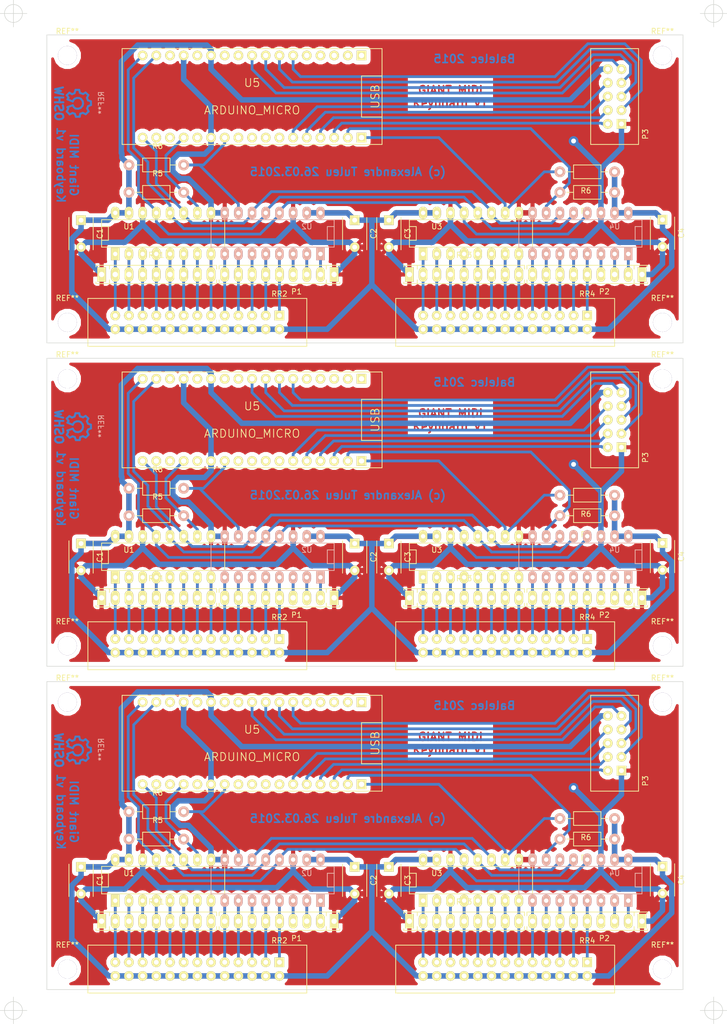
<source format=kicad_pcb>
(kicad_pcb (version 4) (host pcbnew 0.201503311001+5559~22~ubuntu14.04.1-product)
  (layers (0 F.Cu signal) (31 B.Cu signal) (34 B.Paste user) (35 F.Paste user) (36 B.SilkS user) (37 F.SilkS user) (38 B.Mask user) (39 F.Mask user) (44 Edge.Cuts user))
  (net 0 "")
  (net 1 +5V)
  (net 2 GND)
  (net 3 "Net-(U5-Pad2)")
  (net 4 "Net-(U5-Pad5)")
  (net 5 "Net-(U5-Pad9)")
  (net 6 "Net-(U5-Pad10)")
  (net 7 "Net-(U5-Pad11)")
  (net 8 "Net-(U5-Pad18)")
  (net 9 "Net-(U5-Pad19)")
  (net 10 "Net-(U5-Pad20)")
  (net 11 "Net-(U5-Pad27)")
  (net 12 "Net-(U5-Pad28)")
  (net 13 "Net-(U5-Pad30)")
  (net 14 "Net-(U5-Pad32)")
  (net 15 /CS0)
  (net 16 /SPI_MOSI)
  (net 17 /SPI_MISO)
  (net 18 /SPI_CLK)
  (net 19 /CS1)
  (net 20 /CS2)
  (net 21 /CS3)
  (net 22 /L12)
  (net 23 /L11)
  (net 24 /L10)
  (net 25 /L9)
  (net 26 /L8)
  (net 27 /L7)
  (net 28 /L6)
  (net 29 /L5)
  (net 30 /L4)
  (net 31 /L3)
  (net 32 /L2)
  (net 33 /L1)
  (net 34 /L0)
  (net 35 /L15)
  (net 36 /L14)
  (net 37 /L13)
  (net 38 /R12)
  (net 39 /R11)
  (net 40 /R10)
  (net 41 /R9)
  (net 42 /R8)
  (net 43 /R7)
  (net 44 /R6)
  (net 45 /R5)
  (net 46 /R4)
  (net 47 /R3)
  (net 48 /R2)
  (net 49 /R1)
  (net 50 /R0)
  (net 51 /R15)
  (net 52 /R14)
  (net 53 /R13)
  (net 54 "Net-(U5-Pad3)")
  (net 55 "Net-(U5-Pad8)")
  (net 56 /DBG_O4)
  (net 57 /DBG_O3)
  (net 58 /DBG_O2)
  (net 59 /DBG_O1)
  (net 60 /DBG_O0)
  (net 61 /DBG_I2)
  (net 62 /DBG_I1)
  (net 63 /DBG_I0)
  (net 64 "Net-(U5-Pad21)")
  (net 65 "Net-(U5-Pad22)")
  (module Giant_Midi_Keyboard:Header_2x13 (layer F.Cu) (at 126.29 92.32 90)
    (fp_text reference P2 (at 5.715 18.415 180) (layer F.SilkS))
    (fp_text value RIGHT)
    (pad 1 thru_hole rect (at 1.27 15.24 90) (size 1.8 1.8) (drill 0.9) (layers *.Cu *.Mask F.SilkS) (net 38 /R12))
    (pad 2 thru_hole circle (at -1.27 15.24 90) (size 1.8 1.8) (drill 0.9) (layers *.Cu *.Mask F.SilkS) (net 1 +5V))
    (pad 3 thru_hole circle (at 1.27 12.7 90) (size 1.8 1.8) (drill 0.9) (layers *.Cu *.Mask F.SilkS) (net 39 /R11))
    (pad 4 thru_hole circle (at -1.27 12.7 90) (size 1.8 1.8) (drill 0.9) (layers *.Cu *.Mask F.SilkS) (net 1 +5V))
    (pad 5 thru_hole circle (at 1.27 10.16 90) (size 1.8 1.8) (drill 0.9) (layers *.Cu *.Mask F.SilkS) (net 40 /R10))
    (pad 6 thru_hole circle (at -1.27 10.16 90) (size 1.8 1.8) (drill 0.9) (layers *.Cu *.Mask F.SilkS) (net 1 +5V))
    (pad 7 thru_hole circle (at 1.27 7.62 90) (size 1.8 1.8) (drill 0.9) (layers *.Cu *.Mask F.SilkS) (net 41 /R9))
    (pad 8 thru_hole circle (at -1.27 7.62 90) (size 1.8 1.8) (drill 0.9) (layers *.Cu *.Mask F.SilkS) (net 1 +5V))
    (pad 9 thru_hole circle (at 1.27 5.08 90) (size 1.8 1.8) (drill 0.9) (layers *.Cu *.Mask F.SilkS) (net 42 /R8))
    (pad 10 thru_hole circle (at -1.27 5.08 90) (size 1.8 1.8) (drill 0.9) (layers *.Cu *.Mask F.SilkS) (net 1 +5V))
    (pad 11 thru_hole circle (at 1.27 2.54 90) (size 1.8 1.8) (drill 0.9) (layers *.Cu *.Mask F.SilkS) (net 43 /R7))
    (pad 12 thru_hole circle (at -1.27 2.54 90) (size 1.8 1.8) (drill 0.9) (layers *.Cu *.Mask F.SilkS) (net 1 +5V))
    (pad 13 thru_hole circle (at 1.27 0 90) (size 1.8 1.8) (drill 0.9) (layers *.Cu *.Mask F.SilkS) (net 44 /R6))
    (pad 14 thru_hole circle (at -1.27 0 90) (size 1.8 1.8) (drill 0.9) (layers *.Cu *.Mask F.SilkS) (net 1 +5V))
    (pad 15 thru_hole circle (at 1.27 -2.54 90) (size 1.8 1.8) (drill 0.9) (layers *.Cu *.Mask F.SilkS) (net 45 /R5))
    (pad 16 thru_hole circle (at -1.27 -2.54 90) (size 1.8 1.8) (drill 0.9) (layers *.Cu *.Mask F.SilkS) (net 1 +5V))
    (pad 17 thru_hole circle (at 1.27 -5.08 90) (size 1.8 1.8) (drill 0.9) (layers *.Cu *.Mask F.SilkS) (net 46 /R4))
    (pad 18 thru_hole circle (at -1.27 -5.08 90) (size 1.8 1.8) (drill 0.9) (layers *.Cu *.Mask F.SilkS) (net 1 +5V))
    (pad 19 thru_hole circle (at 1.27 -7.62 90) (size 1.8 1.8) (drill 0.9) (layers *.Cu *.Mask F.SilkS) (net 47 /R3))
    (pad 20 thru_hole circle (at -1.27 -7.62 90) (size 1.8 1.8) (drill 0.9) (layers *.Cu *.Mask F.SilkS) (net 1 +5V))
    (pad 21 thru_hole circle (at 1.27 -10.16 90) (size 1.8 1.8) (drill 0.9) (layers *.Cu *.Mask F.SilkS) (net 48 /R2))
    (pad 22 thru_hole circle (at -1.27 -10.16 90) (size 1.8 1.8) (drill 0.9) (layers *.Cu *.Mask F.SilkS) (net 1 +5V))
    (pad 23 thru_hole circle (at 1.27 -12.7 90) (size 1.8 1.8) (drill 0.9) (layers *.Cu *.Mask F.SilkS) (net 49 /R1))
    (pad 24 thru_hole circle (at -1.27 -12.7 90) (size 1.8 1.8) (drill 0.9) (layers *.Cu *.Mask F.SilkS) (net 1 +5V))
    (pad 25 thru_hole circle (at 1.27 -15.24 90) (size 1.8 1.8) (drill 0.9) (layers *.Cu *.Mask F.SilkS) (net 50 /R0))
    (pad 26 thru_hole circle (at -1.27 -15.24 90) (size 1.8 1.8) (drill 0.9) (layers *.Cu *.Mask F.SilkS) (net 1 +5V))
  )
  (module Giant_Midi_Keyboard:Header_2x13 (layer F.Cu) (at 69.14 92.32 90)
    (fp_text reference P1 (at 5.715 18.415 180) (layer F.SilkS))
    (fp_text value LEFT)
    (pad 1 thru_hole rect (at 1.27 15.24 90) (size 1.8 1.8) (drill 0.9) (layers *.Cu *.Mask F.SilkS) (net 22 /L12))
    (pad 2 thru_hole circle (at -1.27 15.24 90) (size 1.8 1.8) (drill 0.9) (layers *.Cu *.Mask F.SilkS) (net 1 +5V))
    (pad 3 thru_hole circle (at 1.27 12.7 90) (size 1.8 1.8) (drill 0.9) (layers *.Cu *.Mask F.SilkS) (net 23 /L11))
    (pad 4 thru_hole circle (at -1.27 12.7 90) (size 1.8 1.8) (drill 0.9) (layers *.Cu *.Mask F.SilkS) (net 1 +5V))
    (pad 5 thru_hole circle (at 1.27 10.16 90) (size 1.8 1.8) (drill 0.9) (layers *.Cu *.Mask F.SilkS) (net 24 /L10))
    (pad 6 thru_hole circle (at -1.27 10.16 90) (size 1.8 1.8) (drill 0.9) (layers *.Cu *.Mask F.SilkS) (net 1 +5V))
    (pad 7 thru_hole circle (at 1.27 7.62 90) (size 1.8 1.8) (drill 0.9) (layers *.Cu *.Mask F.SilkS) (net 25 /L9))
    (pad 8 thru_hole circle (at -1.27 7.62 90) (size 1.8 1.8) (drill 0.9) (layers *.Cu *.Mask F.SilkS) (net 1 +5V))
    (pad 9 thru_hole circle (at 1.27 5.08 90) (size 1.8 1.8) (drill 0.9) (layers *.Cu *.Mask F.SilkS) (net 26 /L8))
    (pad 10 thru_hole circle (at -1.27 5.08 90) (size 1.8 1.8) (drill 0.9) (layers *.Cu *.Mask F.SilkS) (net 1 +5V))
    (pad 11 thru_hole circle (at 1.27 2.54 90) (size 1.8 1.8) (drill 0.9) (layers *.Cu *.Mask F.SilkS) (net 27 /L7))
    (pad 12 thru_hole circle (at -1.27 2.54 90) (size 1.8 1.8) (drill 0.9) (layers *.Cu *.Mask F.SilkS) (net 1 +5V))
    (pad 13 thru_hole circle (at 1.27 0 90) (size 1.8 1.8) (drill 0.9) (layers *.Cu *.Mask F.SilkS) (net 28 /L6))
    (pad 14 thru_hole circle (at -1.27 0 90) (size 1.8 1.8) (drill 0.9) (layers *.Cu *.Mask F.SilkS) (net 1 +5V))
    (pad 15 thru_hole circle (at 1.27 -2.54 90) (size 1.8 1.8) (drill 0.9) (layers *.Cu *.Mask F.SilkS) (net 29 /L5))
    (pad 16 thru_hole circle (at -1.27 -2.54 90) (size 1.8 1.8) (drill 0.9) (layers *.Cu *.Mask F.SilkS) (net 1 +5V))
    (pad 17 thru_hole circle (at 1.27 -5.08 90) (size 1.8 1.8) (drill 0.9) (layers *.Cu *.Mask F.SilkS) (net 30 /L4))
    (pad 18 thru_hole circle (at -1.27 -5.08 90) (size 1.8 1.8) (drill 0.9) (layers *.Cu *.Mask F.SilkS) (net 1 +5V))
    (pad 19 thru_hole circle (at 1.27 -7.62 90) (size 1.8 1.8) (drill 0.9) (layers *.Cu *.Mask F.SilkS) (net 31 /L3))
    (pad 20 thru_hole circle (at -1.27 -7.62 90) (size 1.8 1.8) (drill 0.9) (layers *.Cu *.Mask F.SilkS) (net 1 +5V))
    (pad 21 thru_hole circle (at 1.27 -10.16 90) (size 1.8 1.8) (drill 0.9) (layers *.Cu *.Mask F.SilkS) (net 32 /L2))
    (pad 22 thru_hole circle (at -1.27 -10.16 90) (size 1.8 1.8) (drill 0.9) (layers *.Cu *.Mask F.SilkS) (net 1 +5V))
    (pad 23 thru_hole circle (at 1.27 -12.7 90) (size 1.8 1.8) (drill 0.9) (layers *.Cu *.Mask F.SilkS) (net 33 /L1))
    (pad 24 thru_hole circle (at -1.27 -12.7 90) (size 1.8 1.8) (drill 0.9) (layers *.Cu *.Mask F.SilkS) (net 1 +5V))
    (pad 25 thru_hole circle (at 1.27 -15.24 90) (size 1.8 1.8) (drill 0.9) (layers *.Cu *.Mask F.SilkS) (net 34 /L0))
    (pad 26 thru_hole circle (at -1.27 -15.24 90) (size 1.8 1.8) (drill 0.9) (layers *.Cu *.Mask F.SilkS) (net 1 +5V))
  )
  (module Giant_Midi_Keyboard:ARDUINO_MICRO (layer F.Cu) (at 79.3 50.41 90)
    (fp_text reference U5 (at 2.54 0 180) (layer F.SilkS) (effects (font (size 1.5 1.5))))
    (fp_text value ARDUINO_MICRO (at -2.54 0 180) (layer F.SilkS) (effects (font (size 1.5 1.5))))
    (fp_text user USB (at 0 22.86 90) (layer F.SilkS) (effects (font (size 1.5 1.5))))
    (pad 1 thru_hole circle (at -7.62 -20.32 90) (size 1.8 1.8) (drill 1) (layers *.Cu *.Mask F.SilkS) (net 16 /SPI_MOSI))
    (pad 2 thru_hole circle (at -7.62 -17.78 90) (size 1.8 1.8) (drill 1) (layers *.Cu *.Mask F.SilkS) (net 3 "Net-(U5-Pad2)"))
    (pad 3 thru_hole circle (at -7.62 -15.24 90) (size 1.8 1.8) (drill 1) (layers *.Cu *.Mask F.SilkS) (net 54 "Net-(U5-Pad3)"))
    (pad 4 thru_hole circle (at -7.62 -12.7 90) (size 1.8 1.8) (drill 1) (layers *.Cu *.Mask F.SilkS) (net 15 /CS0))
    (pad 5 thru_hole circle (at -7.62 -10.16 90) (size 1.8 1.8) (drill 1) (layers *.Cu *.Mask F.SilkS) (net 4 "Net-(U5-Pad5)"))
    (pad 6 thru_hole circle (at -7.62 -7.62 90) (size 1.8 1.8) (drill 1) (layers *.Cu *.Mask F.SilkS) (net 2 GND))
    (pad 7 thru_hole circle (at -7.62 -5.08 90) (size 1.8 1.8) (drill 1) (layers *.Cu *.Mask F.SilkS) (net 19 /CS1))
    (pad 8 thru_hole circle (at -7.62 -2.54 90) (size 1.8 1.8) (drill 1) (layers *.Cu *.Mask F.SilkS) (net 55 "Net-(U5-Pad8)"))
    (pad 9 thru_hole circle (at -7.62 0 90) (size 1.8 1.8) (drill 1) (layers *.Cu *.Mask F.SilkS) (net 5 "Net-(U5-Pad9)"))
    (pad 10 thru_hole circle (at -7.62 2.54 90) (size 1.8 1.8) (drill 1) (layers *.Cu *.Mask F.SilkS) (net 6 "Net-(U5-Pad10)"))
    (pad 11 thru_hole circle (at -7.62 5.08 90) (size 1.8 1.8) (drill 1) (layers *.Cu *.Mask F.SilkS) (net 7 "Net-(U5-Pad11)"))
    (pad 12 thru_hole circle (at -7.62 7.62 90) (size 1.8 1.8) (drill 1) (layers *.Cu *.Mask F.SilkS) (net 62 /DBG_I1))
    (pad 13 thru_hole circle (at -7.62 10.16 90) (size 1.8 1.8) (drill 1) (layers *.Cu *.Mask F.SilkS) (net 60 /DBG_O0))
    (pad 14 thru_hole circle (at -7.62 12.7 90) (size 1.8 1.8) (drill 1) (layers *.Cu *.Mask F.SilkS) (net 58 /DBG_O2))
    (pad 15 thru_hole circle (at -7.62 15.24 90) (size 1.8 1.8) (drill 1) (layers *.Cu *.Mask F.SilkS) (net 56 /DBG_O4))
    (pad 16 thru_hole circle (at -7.62 17.78 90) (size 1.8 1.8) (drill 1) (layers *.Cu *.Mask F.SilkS) (net 21 /CS3))
    (pad 17 thru_hole rect (at -7.62 20.32 90) (size 1.8 1.8) (drill 1) (layers *.Cu *.Mask F.SilkS) (net 20 /CS2))
    (pad 18 thru_hole rect (at 7.62 20.32 90) (size 1.8 1.8) (drill 1) (layers *.Cu *.Mask F.SilkS) (net 8 "Net-(U5-Pad18)"))
    (pad 19 thru_hole circle (at 7.62 17.78 90) (size 1.8 1.8) (drill 1) (layers *.Cu *.Mask F.SilkS) (net 9 "Net-(U5-Pad19)"))
    (pad 20 thru_hole circle (at 7.62 15.24 90) (size 1.8 1.8) (drill 1) (layers *.Cu *.Mask F.SilkS) (net 10 "Net-(U5-Pad20)"))
    (pad 21 thru_hole circle (at 7.62 12.7 90) (size 1.8 1.8) (drill 1) (layers *.Cu *.Mask F.SilkS) (net 64 "Net-(U5-Pad21)"))
    (pad 22 thru_hole circle (at 7.62 10.16 90) (size 1.8 1.8) (drill 1) (layers *.Cu *.Mask F.SilkS) (net 65 "Net-(U5-Pad22)"))
    (pad 23 thru_hole circle (at 7.62 7.62 90) (size 1.8 1.8) (drill 1) (layers *.Cu *.Mask F.SilkS) (net 57 /DBG_O3))
    (pad 24 thru_hole circle (at 7.62 5.08 90) (size 1.8 1.8) (drill 1) (layers *.Cu *.Mask F.SilkS) (net 59 /DBG_O1))
    (pad 25 thru_hole circle (at 7.62 2.54 90) (size 1.8 1.8) (drill 1) (layers *.Cu *.Mask F.SilkS) (net 61 /DBG_I2))
    (pad 26 thru_hole circle (at 7.62 0 90) (size 1.8 1.8) (drill 1) (layers *.Cu *.Mask F.SilkS) (net 63 /DBG_I0))
    (pad 27 thru_hole circle (at 7.62 -2.54 90) (size 1.8 1.8) (drill 1) (layers *.Cu *.Mask F.SilkS) (net 11 "Net-(U5-Pad27)"))
    (pad 28 thru_hole circle (at 7.62 -5.08 90) (size 1.8 1.8) (drill 1) (layers *.Cu *.Mask F.SilkS) (net 12 "Net-(U5-Pad28)"))
    (pad 29 thru_hole circle (at 7.62 -7.62 90) (size 1.8 1.8) (drill 1) (layers *.Cu *.Mask F.SilkS) (net 1 +5V))
    (pad 30 thru_hole circle (at 7.62 -10.16 90) (size 1.8 1.8) (drill 1) (layers *.Cu *.Mask F.SilkS) (net 13 "Net-(U5-Pad30)"))
    (pad 31 thru_hole circle (at 7.62 -12.7 90) (size 1.8 1.8) (drill 1) (layers *.Cu *.Mask F.SilkS) (net 2 GND))
    (pad 32 thru_hole circle (at 7.62 -15.24 90) (size 1.8 1.8) (drill 1) (layers *.Cu *.Mask F.SilkS) (net 14 "Net-(U5-Pad32)"))
    (pad 33 thru_hole circle (at 7.62 -17.78 90) (size 1.8 1.8) (drill 1) (layers *.Cu *.Mask F.SilkS) (net 17 /SPI_MISO))
    (pad 34 thru_hole circle (at 7.62 -20.32 90) (size 1.8 1.8) (drill 1) (layers *.Cu *.Mask F.SilkS) (net 18 /SPI_CLK))
  )
  (module Sockets_DIP:DIP-16__300_ELL (layer B.Cu) (at 83.11 75.81 180)
    (fp_text reference U2 (at -6.35 1.27 180) (layer B.SilkS) (effects (justify mirror)))
    (fp_text value MCP3008)
    (pad 1 thru_hole rect (at -8.89 -3.81 180) (size 1.5748 2.286) (drill 0.8128) (layers *.Cu *.Mask B.SilkS) (net 35 /L15))
    (pad 2 thru_hole oval (at -6.35 -3.81 180) (size 1.5748 2.286) (drill 0.8128) (layers *.Cu *.Mask B.SilkS) (net 36 /L14))
    (pad 3 thru_hole oval (at -3.81 -3.81 180) (size 1.5748 2.286) (drill 0.8128) (layers *.Cu *.Mask B.SilkS) (net 37 /L13))
    (pad 4 thru_hole oval (at -1.27 -3.81 180) (size 1.5748 2.286) (drill 0.8128) (layers *.Cu *.Mask B.SilkS) (net 22 /L12))
    (pad 5 thru_hole oval (at 1.27 -3.81 180) (size 1.5748 2.286) (drill 0.8128) (layers *.Cu *.Mask B.SilkS) (net 23 /L11))
    (pad 6 thru_hole oval (at 3.81 -3.81 180) (size 1.5748 2.286) (drill 0.8128) (layers *.Cu *.Mask B.SilkS) (net 24 /L10))
    (pad 7 thru_hole oval (at 6.35 -3.81 180) (size 1.5748 2.286) (drill 0.8128) (layers *.Cu *.Mask B.SilkS) (net 25 /L9))
    (pad 8 thru_hole oval (at 8.89 -3.81 180) (size 1.5748 2.286) (drill 0.8128) (layers *.Cu *.Mask B.SilkS) (net 26 /L8))
    (pad 9 thru_hole oval (at 8.89 3.81 180) (size 1.5748 2.286) (drill 0.8128) (layers *.Cu *.Mask B.SilkS) (net 2 GND))
    (pad 10 thru_hole oval (at 6.35 3.81 180) (size 1.5748 2.286) (drill 0.8128) (layers *.Cu *.Mask B.SilkS) (net 19 /CS1))
    (pad 11 thru_hole oval (at 3.81 3.81 180) (size 1.5748 2.286) (drill 0.8128) (layers *.Cu *.Mask B.SilkS) (net 16 /SPI_MOSI))
    (pad 12 thru_hole oval (at 1.27 3.81 180) (size 1.5748 2.286) (drill 0.8128) (layers *.Cu *.Mask B.SilkS) (net 17 /SPI_MISO))
    (pad 13 thru_hole oval (at -1.27 3.81 180) (size 1.5748 2.286) (drill 0.8128) (layers *.Cu *.Mask B.SilkS) (net 18 /SPI_CLK))
    (pad 14 thru_hole oval (at -3.81 3.81 180) (size 1.5748 2.286) (drill 0.8128) (layers *.Cu *.Mask B.SilkS) (net 2 GND))
    (pad 15 thru_hole oval (at -6.35 3.81 180) (size 1.5748 2.286) (drill 0.8128) (layers *.Cu *.Mask B.SilkS) (net 1 +5V))
    (pad 16 thru_hole oval (at -8.89 3.81 180) (size 1.5748 2.286) (drill 0.8128) (layers *.Cu *.Mask B.SilkS) (net 1 +5V))
  )
  (module Housings_SIP:SIP9_Housing_BigPads (layer F.Cu) (at 61.52 83.43)
    (fp_text reference RR1 (at 0 -3.6) (layer F.SilkS))
    (fp_text value 2.2k)
    (pad 1 thru_hole rect (at -10.16 0 90) (size 2.7 1.6) (drill 1) (layers *.Cu *.Mask F.SilkS) (net 2 GND))
    (pad 2 thru_hole oval (at -7.62 0 90) (size 2.7 1.6) (drill 1) (layers *.Cu *.Mask F.SilkS) (net 34 /L0))
    (pad 3 thru_hole oval (at -5.08 0 90) (size 2.7 1.6) (drill 1) (layers *.Cu *.Mask F.SilkS) (net 33 /L1))
    (pad 4 thru_hole oval (at -2.54 0 90) (size 2.7 1.6) (drill 1) (layers *.Cu *.Mask F.SilkS) (net 32 /L2))
    (pad 5 thru_hole oval (at 0 0 90) (size 2.7 1.6) (drill 1) (layers *.Cu *.Mask F.SilkS) (net 31 /L3))
    (pad 6 thru_hole oval (at 2.54 0 90) (size 2.7 1.6) (drill 1) (layers *.Cu *.Mask F.SilkS) (net 30 /L4))
    (pad 7 thru_hole oval (at 5.08 0 90) (size 2.7 1.6) (drill 1) (layers *.Cu *.Mask F.SilkS) (net 29 /L5))
    (pad 8 thru_hole oval (at 7.62 0 90) (size 2.7 1.6) (drill 1) (layers *.Cu *.Mask F.SilkS) (net 28 /L6))
    (pad 9 thru_hole oval (at 10.16 0 90) (size 2.7 1.6) (drill 1) (layers *.Cu *.Mask F.SilkS) (net 27 /L7))
  )
  (module Capacitors_ThroughHole:C_Disc_D6_P5 (layer F.Cu) (at 47.55 73.35 270)
    (fp_text reference C1 (at 2.5 -3.5 270) (layer F.SilkS))
    (fp_text value 100nF)
    (pad 1 thru_hole rect (at 0 0 270) (size 1.8 1.8) (drill 0.9) (layers *.Cu *.Mask F.SilkS) (net 1 +5V))
    (pad 2 thru_hole circle (at 5 0 270) (size 1.8 1.8) (drill 0.9) (layers *.Cu *.Mask F.SilkS) (net 2 GND))
  )
  (module Capacitors_ThroughHole:C_Disc_D6_P5 (layer F.Cu) (at 98.35 73.35 270)
    (fp_text reference C2 (at 2.5 -3.5 270) (layer F.SilkS))
    (fp_text value 100nF)
    (pad 1 thru_hole rect (at 0 0 270) (size 1.8 1.8) (drill 0.9) (layers *.Cu *.Mask F.SilkS) (net 1 +5V))
    (pad 2 thru_hole circle (at 5 0 270) (size 1.8 1.8) (drill 0.9) (layers *.Cu *.Mask F.SilkS) (net 2 GND))
  )
  (module Capacitors_ThroughHole:C_Disc_D6_P5 (layer F.Cu) (at 104.7 73.35 270)
    (fp_text reference C3 (at 2.5 -3.5 270) (layer F.SilkS))
    (fp_text value 100nF)
    (pad 1 thru_hole rect (at 0 0 270) (size 1.8 1.8) (drill 0.9) (layers *.Cu *.Mask F.SilkS) (net 1 +5V))
    (pad 2 thru_hole circle (at 5 0 270) (size 1.8 1.8) (drill 0.9) (layers *.Cu *.Mask F.SilkS) (net 2 GND))
  )
  (module Capacitors_ThroughHole:C_Disc_D6_P5 (layer F.Cu) (at 155.5 73.27 270)
    (fp_text reference C4 (at 2.5 -3.5 270) (layer F.SilkS))
    (fp_text value 100nF)
    (pad 1 thru_hole rect (at 0 0 270) (size 1.8 1.8) (drill 0.9) (layers *.Cu *.Mask F.SilkS) (net 1 +5V))
    (pad 2 thru_hole circle (at 5 0 270) (size 1.8 1.8) (drill 0.9) (layers *.Cu *.Mask F.SilkS) (net 2 GND))
  )
  (module Housings_SIP:SIP9_Housing_BigPads (layer F.Cu) (at 84.38 83.43 180)
    (fp_text reference RR2 (at 0 -3.6 180) (layer F.SilkS))
    (fp_text value 2.2k)
    (pad 1 thru_hole rect (at -10.16 0 270) (size 2.7 1.6) (drill 1) (layers *.Cu *.Mask F.SilkS) (net 2 GND))
    (pad 2 thru_hole oval (at -7.62 0 270) (size 2.7 1.6) (drill 1) (layers *.Cu *.Mask F.SilkS) (net 35 /L15))
    (pad 3 thru_hole oval (at -5.08 0 270) (size 2.7 1.6) (drill 1) (layers *.Cu *.Mask F.SilkS) (net 36 /L14))
    (pad 4 thru_hole oval (at -2.54 0 270) (size 2.7 1.6) (drill 1) (layers *.Cu *.Mask F.SilkS) (net 37 /L13))
    (pad 5 thru_hole oval (at 0 0 270) (size 2.7 1.6) (drill 1) (layers *.Cu *.Mask F.SilkS) (net 22 /L12))
    (pad 6 thru_hole oval (at 2.54 0 270) (size 2.7 1.6) (drill 1) (layers *.Cu *.Mask F.SilkS) (net 23 /L11))
    (pad 7 thru_hole oval (at 5.08 0 270) (size 2.7 1.6) (drill 1) (layers *.Cu *.Mask F.SilkS) (net 24 /L10))
    (pad 8 thru_hole oval (at 7.62 0 270) (size 2.7 1.6) (drill 1) (layers *.Cu *.Mask F.SilkS) (net 25 /L9))
    (pad 9 thru_hole oval (at 10.16 0 270) (size 2.7 1.6) (drill 1) (layers *.Cu *.Mask F.SilkS) (net 26 /L8))
  )
  (module Housings_SIP:SIP9_Housing_BigPads (layer F.Cu) (at 118.67 83.43)
    (fp_text reference RR3 (at 0 -3.6) (layer F.SilkS))
    (fp_text value 2.2k)
    (pad 1 thru_hole rect (at -10.16 0 90) (size 2.7 1.6) (drill 1) (layers *.Cu *.Mask F.SilkS) (net 2 GND))
    (pad 2 thru_hole oval (at -7.62 0 90) (size 2.7 1.6) (drill 1) (layers *.Cu *.Mask F.SilkS) (net 50 /R0))
    (pad 3 thru_hole oval (at -5.08 0 90) (size 2.7 1.6) (drill 1) (layers *.Cu *.Mask F.SilkS) (net 49 /R1))
    (pad 4 thru_hole oval (at -2.54 0 90) (size 2.7 1.6) (drill 1) (layers *.Cu *.Mask F.SilkS) (net 48 /R2))
    (pad 5 thru_hole oval (at 0 0 90) (size 2.7 1.6) (drill 1) (layers *.Cu *.Mask F.SilkS) (net 47 /R3))
    (pad 6 thru_hole oval (at 2.54 0 90) (size 2.7 1.6) (drill 1) (layers *.Cu *.Mask F.SilkS) (net 46 /R4))
    (pad 7 thru_hole oval (at 5.08 0 90) (size 2.7 1.6) (drill 1) (layers *.Cu *.Mask F.SilkS) (net 45 /R5))
    (pad 8 thru_hole oval (at 7.62 0 90) (size 2.7 1.6) (drill 1) (layers *.Cu *.Mask F.SilkS) (net 44 /R6))
    (pad 9 thru_hole oval (at 10.16 0 90) (size 2.7 1.6) (drill 1) (layers *.Cu *.Mask F.SilkS) (net 43 /R7))
  )
  (module Housings_SIP:SIP9_Housing_BigPads (layer F.Cu) (at 141.53 83.43 180)
    (fp_text reference RR4 (at 0 -3.6 180) (layer F.SilkS))
    (fp_text value 2.2k)
    (pad 1 thru_hole rect (at -10.16 0 270) (size 2.7 1.6) (drill 1) (layers *.Cu *.Mask F.SilkS) (net 2 GND))
    (pad 2 thru_hole oval (at -7.62 0 270) (size 2.7 1.6) (drill 1) (layers *.Cu *.Mask F.SilkS) (net 51 /R15))
    (pad 3 thru_hole oval (at -5.08 0 270) (size 2.7 1.6) (drill 1) (layers *.Cu *.Mask F.SilkS) (net 52 /R14))
    (pad 4 thru_hole oval (at -2.54 0 270) (size 2.7 1.6) (drill 1) (layers *.Cu *.Mask F.SilkS) (net 53 /R13))
    (pad 5 thru_hole oval (at 0 0 270) (size 2.7 1.6) (drill 1) (layers *.Cu *.Mask F.SilkS) (net 38 /R12))
    (pad 6 thru_hole oval (at 2.54 0 270) (size 2.7 1.6) (drill 1) (layers *.Cu *.Mask F.SilkS) (net 39 /R11))
    (pad 7 thru_hole oval (at 5.08 0 270) (size 2.7 1.6) (drill 1) (layers *.Cu *.Mask F.SilkS) (net 40 /R10))
    (pad 8 thru_hole oval (at 7.62 0 270) (size 2.7 1.6) (drill 1) (layers *.Cu *.Mask F.SilkS) (net 41 /R9))
    (pad 9 thru_hole oval (at 10.16 0 270) (size 2.7 1.6) (drill 1) (layers *.Cu *.Mask F.SilkS) (net 42 /R8))
  )
  (module Sockets_DIP:DIP-16__300_ELL (layer F.Cu) (at 62.79 75.81)
    (fp_text reference U1 (at -6.35 -1.27) (layer F.SilkS))
    (fp_text value MCP3008)
    (pad 1 thru_hole rect (at -8.89 3.81) (size 1.5748 2.286) (drill 0.8128) (layers *.Cu *.Mask F.SilkS) (net 34 /L0))
    (pad 2 thru_hole oval (at -6.35 3.81) (size 1.5748 2.286) (drill 0.8128) (layers *.Cu *.Mask F.SilkS) (net 33 /L1))
    (pad 3 thru_hole oval (at -3.81 3.81) (size 1.5748 2.286) (drill 0.8128) (layers *.Cu *.Mask F.SilkS) (net 32 /L2))
    (pad 4 thru_hole oval (at -1.27 3.81) (size 1.5748 2.286) (drill 0.8128) (layers *.Cu *.Mask F.SilkS) (net 31 /L3))
    (pad 5 thru_hole oval (at 1.27 3.81) (size 1.5748 2.286) (drill 0.8128) (layers *.Cu *.Mask F.SilkS) (net 30 /L4))
    (pad 6 thru_hole oval (at 3.81 3.81) (size 1.5748 2.286) (drill 0.8128) (layers *.Cu *.Mask F.SilkS) (net 29 /L5))
    (pad 7 thru_hole oval (at 6.35 3.81) (size 1.5748 2.286) (drill 0.8128) (layers *.Cu *.Mask F.SilkS) (net 28 /L6))
    (pad 8 thru_hole oval (at 8.89 3.81) (size 1.5748 2.286) (drill 0.8128) (layers *.Cu *.Mask F.SilkS) (net 27 /L7))
    (pad 9 thru_hole oval (at 8.89 -3.81) (size 1.5748 2.286) (drill 0.8128) (layers *.Cu *.Mask F.SilkS) (net 2 GND))
    (pad 10 thru_hole oval (at 6.35 -3.81) (size 1.5748 2.286) (drill 0.8128) (layers *.Cu *.Mask F.SilkS) (net 15 /CS0))
    (pad 11 thru_hole oval (at 3.81 -3.81) (size 1.5748 2.286) (drill 0.8128) (layers *.Cu *.Mask F.SilkS) (net 16 /SPI_MOSI))
    (pad 12 thru_hole oval (at 1.27 -3.81) (size 1.5748 2.286) (drill 0.8128) (layers *.Cu *.Mask F.SilkS) (net 17 /SPI_MISO))
    (pad 13 thru_hole oval (at -1.27 -3.81) (size 1.5748 2.286) (drill 0.8128) (layers *.Cu *.Mask F.SilkS) (net 18 /SPI_CLK))
    (pad 14 thru_hole oval (at -3.81 -3.81) (size 1.5748 2.286) (drill 0.8128) (layers *.Cu *.Mask F.SilkS) (net 2 GND))
    (pad 15 thru_hole oval (at -6.35 -3.81) (size 1.5748 2.286) (drill 0.8128) (layers *.Cu *.Mask F.SilkS) (net 1 +5V))
    (pad 16 thru_hole oval (at -8.89 -3.81) (size 1.5748 2.286) (drill 0.8128) (layers *.Cu *.Mask F.SilkS) (net 1 +5V))
  )
  (module Sockets_DIP:DIP-16__300_ELL (layer F.Cu) (at 119.94 75.81)
    (fp_text reference U3 (at -6.35 -1.27) (layer F.SilkS))
    (fp_text value MCP3008)
    (pad 1 thru_hole rect (at -8.89 3.81) (size 1.5748 2.286) (drill 0.8128) (layers *.Cu *.Mask F.SilkS) (net 50 /R0))
    (pad 2 thru_hole oval (at -6.35 3.81) (size 1.5748 2.286) (drill 0.8128) (layers *.Cu *.Mask F.SilkS) (net 49 /R1))
    (pad 3 thru_hole oval (at -3.81 3.81) (size 1.5748 2.286) (drill 0.8128) (layers *.Cu *.Mask F.SilkS) (net 48 /R2))
    (pad 4 thru_hole oval (at -1.27 3.81) (size 1.5748 2.286) (drill 0.8128) (layers *.Cu *.Mask F.SilkS) (net 47 /R3))
    (pad 5 thru_hole oval (at 1.27 3.81) (size 1.5748 2.286) (drill 0.8128) (layers *.Cu *.Mask F.SilkS) (net 46 /R4))
    (pad 6 thru_hole oval (at 3.81 3.81) (size 1.5748 2.286) (drill 0.8128) (layers *.Cu *.Mask F.SilkS) (net 45 /R5))
    (pad 7 thru_hole oval (at 6.35 3.81) (size 1.5748 2.286) (drill 0.8128) (layers *.Cu *.Mask F.SilkS) (net 44 /R6))
    (pad 8 thru_hole oval (at 8.89 3.81) (size 1.5748 2.286) (drill 0.8128) (layers *.Cu *.Mask F.SilkS) (net 43 /R7))
    (pad 9 thru_hole oval (at 8.89 -3.81) (size 1.5748 2.286) (drill 0.8128) (layers *.Cu *.Mask F.SilkS) (net 2 GND))
    (pad 10 thru_hole oval (at 6.35 -3.81) (size 1.5748 2.286) (drill 0.8128) (layers *.Cu *.Mask F.SilkS) (net 20 /CS2))
    (pad 11 thru_hole oval (at 3.81 -3.81) (size 1.5748 2.286) (drill 0.8128) (layers *.Cu *.Mask F.SilkS) (net 16 /SPI_MOSI))
    (pad 12 thru_hole oval (at 1.27 -3.81) (size 1.5748 2.286) (drill 0.8128) (layers *.Cu *.Mask F.SilkS) (net 17 /SPI_MISO))
    (pad 13 thru_hole oval (at -1.27 -3.81) (size 1.5748 2.286) (drill 0.8128) (layers *.Cu *.Mask F.SilkS) (net 18 /SPI_CLK))
    (pad 14 thru_hole oval (at -3.81 -3.81) (size 1.5748 2.286) (drill 0.8128) (layers *.Cu *.Mask F.SilkS) (net 2 GND))
    (pad 15 thru_hole oval (at -6.35 -3.81) (size 1.5748 2.286) (drill 0.8128) (layers *.Cu *.Mask F.SilkS) (net 1 +5V))
    (pad 16 thru_hole oval (at -8.89 -3.81) (size 1.5748 2.286) (drill 0.8128) (layers *.Cu *.Mask F.SilkS) (net 1 +5V))
  )
  (module Sockets_DIP:DIP-16__300_ELL (layer B.Cu) (at 140.26 75.81 180)
    (fp_text reference U4 (at -6.35 1.27 180) (layer B.SilkS) (effects (justify mirror)))
    (fp_text value MCP3008)
    (pad 1 thru_hole rect (at -8.89 -3.81 180) (size 1.5748 2.286) (drill 0.8128) (layers *.Cu *.Mask B.SilkS) (net 51 /R15))
    (pad 2 thru_hole oval (at -6.35 -3.81 180) (size 1.5748 2.286) (drill 0.8128) (layers *.Cu *.Mask B.SilkS) (net 52 /R14))
    (pad 3 thru_hole oval (at -3.81 -3.81 180) (size 1.5748 2.286) (drill 0.8128) (layers *.Cu *.Mask B.SilkS) (net 53 /R13))
    (pad 4 thru_hole oval (at -1.27 -3.81 180) (size 1.5748 2.286) (drill 0.8128) (layers *.Cu *.Mask B.SilkS) (net 38 /R12))
    (pad 5 thru_hole oval (at 1.27 -3.81 180) (size 1.5748 2.286) (drill 0.8128) (layers *.Cu *.Mask B.SilkS) (net 39 /R11))
    (pad 6 thru_hole oval (at 3.81 -3.81 180) (size 1.5748 2.286) (drill 0.8128) (layers *.Cu *.Mask B.SilkS) (net 40 /R10))
    (pad 7 thru_hole oval (at 6.35 -3.81 180) (size 1.5748 2.286) (drill 0.8128) (layers *.Cu *.Mask B.SilkS) (net 41 /R9))
    (pad 8 thru_hole oval (at 8.89 -3.81 180) (size 1.5748 2.286) (drill 0.8128) (layers *.Cu *.Mask B.SilkS) (net 42 /R8))
    (pad 9 thru_hole oval (at 8.89 3.81 180) (size 1.5748 2.286) (drill 0.8128) (layers *.Cu *.Mask B.SilkS) (net 2 GND))
    (pad 10 thru_hole oval (at 6.35 3.81 180) (size 1.5748 2.286) (drill 0.8128) (layers *.Cu *.Mask B.SilkS) (net 21 /CS3))
    (pad 11 thru_hole oval (at 3.81 3.81 180) (size 1.5748 2.286) (drill 0.8128) (layers *.Cu *.Mask B.SilkS) (net 16 /SPI_MOSI))
    (pad 12 thru_hole oval (at 1.27 3.81 180) (size 1.5748 2.286) (drill 0.8128) (layers *.Cu *.Mask B.SilkS) (net 17 /SPI_MISO))
    (pad 13 thru_hole oval (at -1.27 3.81 180) (size 1.5748 2.286) (drill 0.8128) (layers *.Cu *.Mask B.SilkS) (net 18 /SPI_CLK))
    (pad 14 thru_hole oval (at -3.81 3.81 180) (size 1.5748 2.286) (drill 0.8128) (layers *.Cu *.Mask B.SilkS) (net 2 GND))
    (pad 15 thru_hole oval (at -6.35 3.81 180) (size 1.5748 2.286) (drill 0.8128) (layers *.Cu *.Mask B.SilkS) (net 1 +5V))
    (pad 16 thru_hole oval (at -8.89 3.81 180) (size 1.5748 2.286) (drill 0.8128) (layers *.Cu *.Mask B.SilkS) (net 1 +5V))
  )
  (module Mounting_Holes:MountingHole_3-5mm (layer F.Cu) (at 45.01 42.79)
    (fp_text reference REF** (at 0 -4.50088) (layer F.SilkS))
    (fp_text value MountingHole_3-5mm)
    (pad 1 thru_hole circle (at 0 0) (size 3.50012 3.50012) (drill 3.50012) (layers))
  )
  (module Mounting_Holes:MountingHole_3-5mm (layer F.Cu) (at 45.01 92.32)
    (fp_text reference REF** (at 0 -4.50088) (layer F.SilkS))
    (fp_text value MountingHole_3-5mm)
    (pad 1 thru_hole circle (at 0 0) (size 3.50012 3.50012) (drill 3.50012) (layers))
  )
  (module Mounting_Holes:MountingHole_3-5mm (layer F.Cu) (at 155.5 92.32)
    (fp_text reference REF** (at 0 -4.50088) (layer F.SilkS))
    (fp_text value MountingHole_3-5mm)
    (pad 1 thru_hole circle (at 0 0) (size 3.50012 3.50012) (drill 3.50012) (layers))
  )
  (module Resistors_ThroughHole:Resistor_Horizontal_RM10mm (layer F.Cu) (at 61.52 68.19)
    (fp_text reference R5 (at 0.24892 -3.50012) (layer F.SilkS))
    (fp_text value 10k)
    (pad 1 thru_hole circle (at -5.08 0) (size 1.99898 1.99898) (drill 1.00076) (layers *.Cu *.SilkS *.Mask) (net 1 +5V))
    (pad 2 thru_hole circle (at 5.08 0) (size 1.99898 1.99898) (drill 1.00076) (layers *.Cu *.SilkS *.Mask) (net 15 /CS0))
  )
  (module Resistors_ThroughHole:Resistor_Horizontal_RM10mm (layer F.Cu) (at 141.53 64.38 180)
    (fp_text reference R6 (at 0.24892 -3.50012 180) (layer F.SilkS))
    (fp_text value 10k)
    (pad 1 thru_hole circle (at -5.08 0 180) (size 1.99898 1.99898) (drill 1.00076) (layers *.Cu *.SilkS *.Mask) (net 1 +5V))
    (pad 2 thru_hole circle (at 5.08 0 180) (size 1.99898 1.99898) (drill 1.00076) (layers *.Cu *.SilkS *.Mask) (net 20 /CS2))
  )
  (module Resistors_ThroughHole:Resistor_Horizontal_RM10mm (layer F.Cu) (at 141.53 68.19 180)
    (fp_text reference R7 (at 0.24892 -3.50012 180) (layer F.SilkS))
    (fp_text value 10k)
    (pad 1 thru_hole circle (at -5.08 0 180) (size 1.99898 1.99898) (drill 1.00076) (layers *.Cu *.SilkS *.Mask) (net 1 +5V))
    (pad 2 thru_hole circle (at 5.08 0 180) (size 1.99898 1.99898) (drill 1.00076) (layers *.Cu *.SilkS *.Mask) (net 21 /CS3))
  )
  (module Resistors_ThroughHole:Resistor_Horizontal_RM10mm (layer F.Cu) (at 61.52 63.11)
    (fp_text reference R8 (at 0.24892 -3.50012) (layer F.SilkS))
    (fp_text value 10k)
    (pad 1 thru_hole circle (at -5.08 0) (size 1.99898 1.99898) (drill 1.00076) (layers *.Cu *.SilkS *.Mask) (net 1 +5V))
    (pad 2 thru_hole circle (at 5.08 0) (size 1.99898 1.99898) (drill 1.00076) (layers *.Cu *.SilkS *.Mask) (net 19 /CS1))
  )
  (module Symbols:Symbol_OSHW-Logo_CopperTop (layer B.Cu) (at 46.915 51.68 90)
    (fp_text reference REF** (at 0.09906 4.38912 90) (layer B.SilkS) (effects (justify mirror)))
    (fp_text value Symbol_OSHW-Logo_CopperTop)
    (fp_line (start 1.66878 -2.68986) (end 2.02946 -4.16052) (layer B.Cu) (width 0.381))
    (fp_line (start 2.02946 -4.16052) (end 2.30886 -3.0988) (layer B.Cu) (width 0.381))
    (fp_line (start 2.30886 -3.0988) (end 2.61874 -4.17068) (layer B.Cu) (width 0.381))
    (fp_line (start 2.61874 -4.17068) (end 2.9591 -2.72034) (layer B.Cu) (width 0.381))
    (fp_line (start 0.24892 -3.38074) (end 1.03886 -3.37058) (layer B.Cu) (width 0.381))
    (fp_line (start 1.03886 -3.37058) (end 1.04902 -3.38074) (layer B.Cu) (width 0.381))
    (fp_line (start 1.04902 -3.38074) (end 1.04902 -3.37058) (layer B.Cu) (width 0.381))
    (fp_line (start 1.08966 -2.65938) (end 1.08966 -4.20116) (layer B.Cu) (width 0.381))
    (fp_line (start 0.20066 -2.64922) (end 0.20066 -4.21894) (layer B.Cu) (width 0.381))
    (fp_line (start 0.20066 -4.21894) (end 0.21082 -4.20878) (layer B.Cu) (width 0.381))
    (fp_line (start -0.35052 -2.75082) (end -0.70104 -2.66954) (layer B.Cu) (width 0.381))
    (fp_line (start -0.70104 -2.66954) (end -1.02108 -2.65938) (layer B.Cu) (width 0.381))
    (fp_line (start -1.02108 -2.65938) (end -1.25984 -2.86004) (layer B.Cu) (width 0.381))
    (fp_line (start -1.25984 -2.86004) (end -1.29032 -3.12928) (layer B.Cu) (width 0.381))
    (fp_line (start -1.29032 -3.12928) (end -1.04902 -3.37058) (layer B.Cu) (width 0.381))
    (fp_line (start -1.04902 -3.37058) (end -0.6604 -3.50012) (layer B.Cu) (width 0.381))
    (fp_line (start -0.6604 -3.50012) (end -0.48006 -3.66014) (layer B.Cu) (width 0.381))
    (fp_line (start -0.48006 -3.66014) (end -0.43942 -3.95986) (layer B.Cu) (width 0.381))
    (fp_line (start -0.43942 -3.95986) (end -0.67056 -4.18084) (layer B.Cu) (width 0.381))
    (fp_line (start -0.67056 -4.18084) (end -0.9906 -4.20878) (layer B.Cu) (width 0.381))
    (fp_line (start -0.9906 -4.20878) (end -1.34112 -4.09956) (layer B.Cu) (width 0.381))
    (fp_line (start -2.37998 -2.64922) (end -2.6289 -2.66954) (layer B.Cu) (width 0.381))
    (fp_line (start -2.6289 -2.66954) (end -2.8702 -2.91084) (layer B.Cu) (width 0.381))
    (fp_line (start -2.8702 -2.91084) (end -2.9591 -3.40106) (layer B.Cu) (width 0.381))
    (fp_line (start -2.9591 -3.40106) (end -2.93116 -3.74904) (layer B.Cu) (width 0.381))
    (fp_line (start -2.93116 -3.74904) (end -2.7305 -4.06908) (layer B.Cu) (width 0.381))
    (fp_line (start -2.7305 -4.06908) (end -2.47904 -4.191) (layer B.Cu) (width 0.381))
    (fp_line (start -2.47904 -4.191) (end -2.16916 -4.11988) (layer B.Cu) (width 0.381))
    (fp_line (start -2.16916 -4.11988) (end -1.95072 -3.93954) (layer B.Cu) (width 0.381))
    (fp_line (start -1.95072 -3.93954) (end -1.8796 -3.4798) (layer B.Cu) (width 0.381))
    (fp_line (start -1.8796 -3.4798) (end -1.9304 -3.07086) (layer B.Cu) (width 0.381))
    (fp_line (start -1.9304 -3.07086) (end -2.03962 -2.78892) (layer B.Cu) (width 0.381))
    (fp_line (start -2.03962 -2.78892) (end -2.4003 -2.65938) (layer B.Cu) (width 0.381))
    (fp_line (start -1.78054 -0.92964) (end -2.03962 -1.49098) (layer B.Cu) (width 0.381))
    (fp_line (start -2.03962 -1.49098) (end -1.50114 -2.00914) (layer B.Cu) (width 0.381))
    (fp_line (start -1.50114 -2.00914) (end -0.98044 -1.7399) (layer B.Cu) (width 0.381))
    (fp_line (start -0.98044 -1.7399) (end -0.70104 -1.89992) (layer B.Cu) (width 0.381))
    (fp_line (start 0.73914 -1.8796) (end 1.06934 -1.6891) (layer B.Cu) (width 0.381))
    (fp_line (start 1.06934 -1.6891) (end 1.50876 -2.0193) (layer B.Cu) (width 0.381))
    (fp_line (start 1.50876 -2.0193) (end 1.9812 -1.52908) (layer B.Cu) (width 0.381))
    (fp_line (start 1.9812 -1.52908) (end 1.69926 -1.04902) (layer B.Cu) (width 0.381))
    (fp_line (start 1.69926 -1.04902) (end 1.88976 -0.57912) (layer B.Cu) (width 0.381))
    (fp_line (start 1.88976 -0.57912) (end 2.49936 -0.39116) (layer B.Cu) (width 0.381))
    (fp_line (start 2.49936 -0.39116) (end 2.49936 0.28956) (layer B.Cu) (width 0.381))
    (fp_line (start 2.49936 0.28956) (end 1.94056 0.42926) (layer B.Cu) (width 0.381))
    (fp_line (start 1.94056 0.42926) (end 1.7399 1.00076) (layer B.Cu) (width 0.381))
    (fp_line (start 1.7399 1.00076) (end 2.00914 1.47066) (layer B.Cu) (width 0.381))
    (fp_line (start 2.00914 1.47066) (end 1.53924 1.9812) (layer B.Cu) (width 0.381))
    (fp_line (start 1.53924 1.9812) (end 1.02108 1.71958) (layer B.Cu) (width 0.381))
    (fp_line (start 1.02108 1.71958) (end 0.55118 1.92024) (layer B.Cu) (width 0.381))
    (fp_line (start 0.55118 1.92024) (end 0.381 2.46126) (layer B.Cu) (width 0.381))
    (fp_line (start 0.381 2.46126) (end -0.30988 2.47904) (layer B.Cu) (width 0.381))
    (fp_line (start -0.30988 2.47904) (end -0.5207 1.9304) (layer B.Cu) (width 0.381))
    (fp_line (start -0.5207 1.9304) (end -0.9398 1.76022) (layer B.Cu) (width 0.381))
    (fp_line (start -0.9398 1.76022) (end -1.49098 2.02946) (layer B.Cu) (width 0.381))
    (fp_line (start -1.49098 2.02946) (end -2.00914 1.50114) (layer B.Cu) (width 0.381))
    (fp_line (start -2.00914 1.50114) (end -1.76022 0.96012) (layer B.Cu) (width 0.381))
    (fp_line (start -1.76022 0.96012) (end -1.9304 0.48006) (layer B.Cu) (width 0.381))
    (fp_line (start -1.9304 0.48006) (end -2.47904 0.381) (layer B.Cu) (width 0.381))
    (fp_line (start -2.47904 0.381) (end -2.4892 -0.32004) (layer B.Cu) (width 0.381))
    (fp_line (start -2.4892 -0.32004) (end -1.9304 -0.5207) (layer B.Cu) (width 0.381))
    (fp_line (start -1.9304 -0.5207) (end -1.7907 -0.91948) (layer B.Cu) (width 0.381))
    (fp_line (start 0.35052 -0.89916) (end 0.65024 -0.7493) (layer B.Cu) (width 0.381))
    (fp_line (start 0.65024 -0.7493) (end 0.8509 -0.55118) (layer B.Cu) (width 0.381))
    (fp_line (start 0.8509 -0.55118) (end 1.00076 -0.14986) (layer B.Cu) (width 0.381))
    (fp_line (start 1.00076 -0.14986) (end 1.00076 0.24892) (layer B.Cu) (width 0.381))
    (fp_line (start 1.00076 0.24892) (end 0.8509 0.59944) (layer B.Cu) (width 0.381))
    (fp_line (start 0.8509 0.59944) (end 0.39878 0.94996) (layer B.Cu) (width 0.381))
    (fp_line (start 0.39878 0.94996) (end -0.0508 1.00076) (layer B.Cu) (width 0.381))
    (fp_line (start -0.0508 1.00076) (end -0.44958 0.89916) (layer B.Cu) (width 0.381))
    (fp_line (start -0.44958 0.89916) (end -0.8509 0.55118) (layer B.Cu) (width 0.381))
    (fp_line (start -0.8509 0.55118) (end -1.00076 0.09906) (layer B.Cu) (width 0.381))
    (fp_line (start -1.00076 0.09906) (end -0.94996 -0.39878) (layer B.Cu) (width 0.381))
    (fp_line (start -0.94996 -0.39878) (end -0.70104 -0.70104) (layer B.Cu) (width 0.381))
    (fp_line (start -0.70104 -0.70104) (end -0.35052 -0.89916) (layer B.Cu) (width 0.381))
    (fp_line (start -0.35052 -0.89916) (end -0.70104 -1.89992) (layer B.Cu) (width 0.381))
    (fp_line (start 0.35052 -0.89916) (end 0.7493 -1.89992) (layer B.Cu) (width 0.381))
  )
  (module Mounting_Holes:MountingHole_3-5mm (layer F.Cu) (at 155.5 42.79)
    (fp_text reference REF** (at 0 -4.50088) (layer F.SilkS))
    (fp_text value MountingHole_3-5mm)
    (pad 1 thru_hole circle (at 0 0) (size 3.50012 3.50012) (drill 3.50012) (layers))
  )
  (module Giant_Midi_Keyboard:Header_2x5 (layer F.Cu) (at 146.61 50.41)
    (fp_text reference P3 (at 5.715 6.985 90) (layer F.SilkS))
    (fp_text value CONN_01X10)
    (pad 1 thru_hole rect (at 1.27 5.08) (size 1.8 1.8) (drill 0.9) (layers *.Cu *.Mask F.SilkS) (net 2 GND))
    (pad 2 thru_hole circle (at -1.27 5.08) (size 1.8 1.8) (drill 0.9) (layers *.Cu *.Mask F.SilkS) (net 56 /DBG_O4))
    (pad 3 thru_hole circle (at 1.27 2.54) (size 1.8 1.8) (drill 0.9) (layers *.Cu *.Mask F.SilkS) (net 57 /DBG_O3))
    (pad 4 thru_hole circle (at -1.27 2.54) (size 1.8 1.8) (drill 0.9) (layers *.Cu *.Mask F.SilkS) (net 58 /DBG_O2))
    (pad 5 thru_hole circle (at 1.27 0) (size 1.8 1.8) (drill 0.9) (layers *.Cu *.Mask F.SilkS) (net 59 /DBG_O1))
    (pad 6 thru_hole circle (at -1.27 0) (size 1.8 1.8) (drill 0.9) (layers *.Cu *.Mask F.SilkS) (net 60 /DBG_O0))
    (pad 7 thru_hole circle (at 1.27 -2.54) (size 1.8 1.8) (drill 0.9) (layers *.Cu *.Mask F.SilkS) (net 61 /DBG_I2))
    (pad 8 thru_hole circle (at -1.27 -2.54) (size 1.8 1.8) (drill 0.9) (layers *.Cu *.Mask F.SilkS) (net 62 /DBG_I1))
    (pad 9 thru_hole circle (at 1.27 -5.08) (size 1.8 1.8) (drill 0.9) (layers *.Cu *.Mask F.SilkS) (net 63 /DBG_I0))
    (pad 10 thru_hole circle (at -1.27 -5.08) (size 1.8 1.8) (drill 0.9) (layers *.Cu *.Mask F.SilkS) (net 1 +5V))
  )
  (module Giant_Midi_Keyboard:Header_2x13 (layer F.Cu) (at 126.29 152.32 90)
    (fp_text reference P2 (at 5.715 18.415 180) (layer F.SilkS))
    (fp_text value RIGHT)
    (pad 1 thru_hole rect (at 1.27 15.24 90) (size 1.8 1.8) (drill 0.9) (layers *.Cu *.Mask F.SilkS) (net 38 /R12))
    (pad 2 thru_hole circle (at -1.27 15.24 90) (size 1.8 1.8) (drill 0.9) (layers *.Cu *.Mask F.SilkS) (net 1 +5V))
    (pad 3 thru_hole circle (at 1.27 12.7 90) (size 1.8 1.8) (drill 0.9) (layers *.Cu *.Mask F.SilkS) (net 39 /R11))
    (pad 4 thru_hole circle (at -1.27 12.7 90) (size 1.8 1.8) (drill 0.9) (layers *.Cu *.Mask F.SilkS) (net 1 +5V))
    (pad 5 thru_hole circle (at 1.27 10.16 90) (size 1.8 1.8) (drill 0.9) (layers *.Cu *.Mask F.SilkS) (net 40 /R10))
    (pad 6 thru_hole circle (at -1.27 10.16 90) (size 1.8 1.8) (drill 0.9) (layers *.Cu *.Mask F.SilkS) (net 1 +5V))
    (pad 7 thru_hole circle (at 1.27 7.62 90) (size 1.8 1.8) (drill 0.9) (layers *.Cu *.Mask F.SilkS) (net 41 /R9))
    (pad 8 thru_hole circle (at -1.27 7.62 90) (size 1.8 1.8) (drill 0.9) (layers *.Cu *.Mask F.SilkS) (net 1 +5V))
    (pad 9 thru_hole circle (at 1.27 5.08 90) (size 1.8 1.8) (drill 0.9) (layers *.Cu *.Mask F.SilkS) (net 42 /R8))
    (pad 10 thru_hole circle (at -1.27 5.08 90) (size 1.8 1.8) (drill 0.9) (layers *.Cu *.Mask F.SilkS) (net 1 +5V))
    (pad 11 thru_hole circle (at 1.27 2.54 90) (size 1.8 1.8) (drill 0.9) (layers *.Cu *.Mask F.SilkS) (net 43 /R7))
    (pad 12 thru_hole circle (at -1.27 2.54 90) (size 1.8 1.8) (drill 0.9) (layers *.Cu *.Mask F.SilkS) (net 1 +5V))
    (pad 13 thru_hole circle (at 1.27 0 90) (size 1.8 1.8) (drill 0.9) (layers *.Cu *.Mask F.SilkS) (net 44 /R6))
    (pad 14 thru_hole circle (at -1.27 0 90) (size 1.8 1.8) (drill 0.9) (layers *.Cu *.Mask F.SilkS) (net 1 +5V))
    (pad 15 thru_hole circle (at 1.27 -2.54 90) (size 1.8 1.8) (drill 0.9) (layers *.Cu *.Mask F.SilkS) (net 45 /R5))
    (pad 16 thru_hole circle (at -1.27 -2.54 90) (size 1.8 1.8) (drill 0.9) (layers *.Cu *.Mask F.SilkS) (net 1 +5V))
    (pad 17 thru_hole circle (at 1.27 -5.08 90) (size 1.8 1.8) (drill 0.9) (layers *.Cu *.Mask F.SilkS) (net 46 /R4))
    (pad 18 thru_hole circle (at -1.27 -5.08 90) (size 1.8 1.8) (drill 0.9) (layers *.Cu *.Mask F.SilkS) (net 1 +5V))
    (pad 19 thru_hole circle (at 1.27 -7.62 90) (size 1.8 1.8) (drill 0.9) (layers *.Cu *.Mask F.SilkS) (net 47 /R3))
    (pad 20 thru_hole circle (at -1.27 -7.62 90) (size 1.8 1.8) (drill 0.9) (layers *.Cu *.Mask F.SilkS) (net 1 +5V))
    (pad 21 thru_hole circle (at 1.27 -10.16 90) (size 1.8 1.8) (drill 0.9) (layers *.Cu *.Mask F.SilkS) (net 48 /R2))
    (pad 22 thru_hole circle (at -1.27 -10.16 90) (size 1.8 1.8) (drill 0.9) (layers *.Cu *.Mask F.SilkS) (net 1 +5V))
    (pad 23 thru_hole circle (at 1.27 -12.7 90) (size 1.8 1.8) (drill 0.9) (layers *.Cu *.Mask F.SilkS) (net 49 /R1))
    (pad 24 thru_hole circle (at -1.27 -12.7 90) (size 1.8 1.8) (drill 0.9) (layers *.Cu *.Mask F.SilkS) (net 1 +5V))
    (pad 25 thru_hole circle (at 1.27 -15.24 90) (size 1.8 1.8) (drill 0.9) (layers *.Cu *.Mask F.SilkS) (net 50 /R0))
    (pad 26 thru_hole circle (at -1.27 -15.24 90) (size 1.8 1.8) (drill 0.9) (layers *.Cu *.Mask F.SilkS) (net 1 +5V))
  )
  (module Giant_Midi_Keyboard:Header_2x13 (layer F.Cu) (at 69.14 152.32 90)
    (fp_text reference P1 (at 5.715 18.415 180) (layer F.SilkS))
    (fp_text value LEFT)
    (pad 1 thru_hole rect (at 1.27 15.24 90) (size 1.8 1.8) (drill 0.9) (layers *.Cu *.Mask F.SilkS) (net 22 /L12))
    (pad 2 thru_hole circle (at -1.27 15.24 90) (size 1.8 1.8) (drill 0.9) (layers *.Cu *.Mask F.SilkS) (net 1 +5V))
    (pad 3 thru_hole circle (at 1.27 12.7 90) (size 1.8 1.8) (drill 0.9) (layers *.Cu *.Mask F.SilkS) (net 23 /L11))
    (pad 4 thru_hole circle (at -1.27 12.7 90) (size 1.8 1.8) (drill 0.9) (layers *.Cu *.Mask F.SilkS) (net 1 +5V))
    (pad 5 thru_hole circle (at 1.27 10.16 90) (size 1.8 1.8) (drill 0.9) (layers *.Cu *.Mask F.SilkS) (net 24 /L10))
    (pad 6 thru_hole circle (at -1.27 10.16 90) (size 1.8 1.8) (drill 0.9) (layers *.Cu *.Mask F.SilkS) (net 1 +5V))
    (pad 7 thru_hole circle (at 1.27 7.62 90) (size 1.8 1.8) (drill 0.9) (layers *.Cu *.Mask F.SilkS) (net 25 /L9))
    (pad 8 thru_hole circle (at -1.27 7.62 90) (size 1.8 1.8) (drill 0.9) (layers *.Cu *.Mask F.SilkS) (net 1 +5V))
    (pad 9 thru_hole circle (at 1.27 5.08 90) (size 1.8 1.8) (drill 0.9) (layers *.Cu *.Mask F.SilkS) (net 26 /L8))
    (pad 10 thru_hole circle (at -1.27 5.08 90) (size 1.8 1.8) (drill 0.9) (layers *.Cu *.Mask F.SilkS) (net 1 +5V))
    (pad 11 thru_hole circle (at 1.27 2.54 90) (size 1.8 1.8) (drill 0.9) (layers *.Cu *.Mask F.SilkS) (net 27 /L7))
    (pad 12 thru_hole circle (at -1.27 2.54 90) (size 1.8 1.8) (drill 0.9) (layers *.Cu *.Mask F.SilkS) (net 1 +5V))
    (pad 13 thru_hole circle (at 1.27 0 90) (size 1.8 1.8) (drill 0.9) (layers *.Cu *.Mask F.SilkS) (net 28 /L6))
    (pad 14 thru_hole circle (at -1.27 0 90) (size 1.8 1.8) (drill 0.9) (layers *.Cu *.Mask F.SilkS) (net 1 +5V))
    (pad 15 thru_hole circle (at 1.27 -2.54 90) (size 1.8 1.8) (drill 0.9) (layers *.Cu *.Mask F.SilkS) (net 29 /L5))
    (pad 16 thru_hole circle (at -1.27 -2.54 90) (size 1.8 1.8) (drill 0.9) (layers *.Cu *.Mask F.SilkS) (net 1 +5V))
    (pad 17 thru_hole circle (at 1.27 -5.08 90) (size 1.8 1.8) (drill 0.9) (layers *.Cu *.Mask F.SilkS) (net 30 /L4))
    (pad 18 thru_hole circle (at -1.27 -5.08 90) (size 1.8 1.8) (drill 0.9) (layers *.Cu *.Mask F.SilkS) (net 1 +5V))
    (pad 19 thru_hole circle (at 1.27 -7.62 90) (size 1.8 1.8) (drill 0.9) (layers *.Cu *.Mask F.SilkS) (net 31 /L3))
    (pad 20 thru_hole circle (at -1.27 -7.62 90) (size 1.8 1.8) (drill 0.9) (layers *.Cu *.Mask F.SilkS) (net 1 +5V))
    (pad 21 thru_hole circle (at 1.27 -10.16 90) (size 1.8 1.8) (drill 0.9) (layers *.Cu *.Mask F.SilkS) (net 32 /L2))
    (pad 22 thru_hole circle (at -1.27 -10.16 90) (size 1.8 1.8) (drill 0.9) (layers *.Cu *.Mask F.SilkS) (net 1 +5V))
    (pad 23 thru_hole circle (at 1.27 -12.7 90) (size 1.8 1.8) (drill 0.9) (layers *.Cu *.Mask F.SilkS) (net 33 /L1))
    (pad 24 thru_hole circle (at -1.27 -12.7 90) (size 1.8 1.8) (drill 0.9) (layers *.Cu *.Mask F.SilkS) (net 1 +5V))
    (pad 25 thru_hole circle (at 1.27 -15.24 90) (size 1.8 1.8) (drill 0.9) (layers *.Cu *.Mask F.SilkS) (net 34 /L0))
    (pad 26 thru_hole circle (at -1.27 -15.24 90) (size 1.8 1.8) (drill 0.9) (layers *.Cu *.Mask F.SilkS) (net 1 +5V))
  )
  (module Giant_Midi_Keyboard:ARDUINO_MICRO (layer F.Cu) (at 79.3 110.41 90)
    (fp_text reference U5 (at 2.54 0 180) (layer F.SilkS) (effects (font (size 1.5 1.5))))
    (fp_text value ARDUINO_MICRO (at -2.54 0 180) (layer F.SilkS) (effects (font (size 1.5 1.5))))
    (fp_text user USB (at 0 22.86 90) (layer F.SilkS) (effects (font (size 1.5 1.5))))
    (pad 1 thru_hole circle (at -7.62 -20.32 90) (size 1.8 1.8) (drill 1) (layers *.Cu *.Mask F.SilkS) (net 16 /SPI_MOSI))
    (pad 2 thru_hole circle (at -7.62 -17.78 90) (size 1.8 1.8) (drill 1) (layers *.Cu *.Mask F.SilkS) (net 3 "Net-(U5-Pad2)"))
    (pad 3 thru_hole circle (at -7.62 -15.24 90) (size 1.8 1.8) (drill 1) (layers *.Cu *.Mask F.SilkS) (net 54 "Net-(U5-Pad3)"))
    (pad 4 thru_hole circle (at -7.62 -12.7 90) (size 1.8 1.8) (drill 1) (layers *.Cu *.Mask F.SilkS) (net 15 /CS0))
    (pad 5 thru_hole circle (at -7.62 -10.16 90) (size 1.8 1.8) (drill 1) (layers *.Cu *.Mask F.SilkS) (net 4 "Net-(U5-Pad5)"))
    (pad 6 thru_hole circle (at -7.62 -7.62 90) (size 1.8 1.8) (drill 1) (layers *.Cu *.Mask F.SilkS) (net 2 GND))
    (pad 7 thru_hole circle (at -7.62 -5.08 90) (size 1.8 1.8) (drill 1) (layers *.Cu *.Mask F.SilkS) (net 19 /CS1))
    (pad 8 thru_hole circle (at -7.62 -2.54 90) (size 1.8 1.8) (drill 1) (layers *.Cu *.Mask F.SilkS) (net 55 "Net-(U5-Pad8)"))
    (pad 9 thru_hole circle (at -7.62 0 90) (size 1.8 1.8) (drill 1) (layers *.Cu *.Mask F.SilkS) (net 5 "Net-(U5-Pad9)"))
    (pad 10 thru_hole circle (at -7.62 2.54 90) (size 1.8 1.8) (drill 1) (layers *.Cu *.Mask F.SilkS) (net 6 "Net-(U5-Pad10)"))
    (pad 11 thru_hole circle (at -7.62 5.08 90) (size 1.8 1.8) (drill 1) (layers *.Cu *.Mask F.SilkS) (net 7 "Net-(U5-Pad11)"))
    (pad 12 thru_hole circle (at -7.62 7.62 90) (size 1.8 1.8) (drill 1) (layers *.Cu *.Mask F.SilkS) (net 62 /DBG_I1))
    (pad 13 thru_hole circle (at -7.62 10.16 90) (size 1.8 1.8) (drill 1) (layers *.Cu *.Mask F.SilkS) (net 60 /DBG_O0))
    (pad 14 thru_hole circle (at -7.62 12.7 90) (size 1.8 1.8) (drill 1) (layers *.Cu *.Mask F.SilkS) (net 58 /DBG_O2))
    (pad 15 thru_hole circle (at -7.62 15.24 90) (size 1.8 1.8) (drill 1) (layers *.Cu *.Mask F.SilkS) (net 56 /DBG_O4))
    (pad 16 thru_hole circle (at -7.62 17.78 90) (size 1.8 1.8) (drill 1) (layers *.Cu *.Mask F.SilkS) (net 21 /CS3))
    (pad 17 thru_hole rect (at -7.62 20.32 90) (size 1.8 1.8) (drill 1) (layers *.Cu *.Mask F.SilkS) (net 20 /CS2))
    (pad 18 thru_hole rect (at 7.62 20.32 90) (size 1.8 1.8) (drill 1) (layers *.Cu *.Mask F.SilkS) (net 8 "Net-(U5-Pad18)"))
    (pad 19 thru_hole circle (at 7.62 17.78 90) (size 1.8 1.8) (drill 1) (layers *.Cu *.Mask F.SilkS) (net 9 "Net-(U5-Pad19)"))
    (pad 20 thru_hole circle (at 7.62 15.24 90) (size 1.8 1.8) (drill 1) (layers *.Cu *.Mask F.SilkS) (net 10 "Net-(U5-Pad20)"))
    (pad 21 thru_hole circle (at 7.62 12.7 90) (size 1.8 1.8) (drill 1) (layers *.Cu *.Mask F.SilkS) (net 64 "Net-(U5-Pad21)"))
    (pad 22 thru_hole circle (at 7.62 10.16 90) (size 1.8 1.8) (drill 1) (layers *.Cu *.Mask F.SilkS) (net 65 "Net-(U5-Pad22)"))
    (pad 23 thru_hole circle (at 7.62 7.62 90) (size 1.8 1.8) (drill 1) (layers *.Cu *.Mask F.SilkS) (net 57 /DBG_O3))
    (pad 24 thru_hole circle (at 7.62 5.08 90) (size 1.8 1.8) (drill 1) (layers *.Cu *.Mask F.SilkS) (net 59 /DBG_O1))
    (pad 25 thru_hole circle (at 7.62 2.54 90) (size 1.8 1.8) (drill 1) (layers *.Cu *.Mask F.SilkS) (net 61 /DBG_I2))
    (pad 26 thru_hole circle (at 7.62 0 90) (size 1.8 1.8) (drill 1) (layers *.Cu *.Mask F.SilkS) (net 63 /DBG_I0))
    (pad 27 thru_hole circle (at 7.62 -2.54 90) (size 1.8 1.8) (drill 1) (layers *.Cu *.Mask F.SilkS) (net 11 "Net-(U5-Pad27)"))
    (pad 28 thru_hole circle (at 7.62 -5.08 90) (size 1.8 1.8) (drill 1) (layers *.Cu *.Mask F.SilkS) (net 12 "Net-(U5-Pad28)"))
    (pad 29 thru_hole circle (at 7.62 -7.62 90) (size 1.8 1.8) (drill 1) (layers *.Cu *.Mask F.SilkS) (net 1 +5V))
    (pad 30 thru_hole circle (at 7.62 -10.16 90) (size 1.8 1.8) (drill 1) (layers *.Cu *.Mask F.SilkS) (net 13 "Net-(U5-Pad30)"))
    (pad 31 thru_hole circle (at 7.62 -12.7 90) (size 1.8 1.8) (drill 1) (layers *.Cu *.Mask F.SilkS) (net 2 GND))
    (pad 32 thru_hole circle (at 7.62 -15.24 90) (size 1.8 1.8) (drill 1) (layers *.Cu *.Mask F.SilkS) (net 14 "Net-(U5-Pad32)"))
    (pad 33 thru_hole circle (at 7.62 -17.78 90) (size 1.8 1.8) (drill 1) (layers *.Cu *.Mask F.SilkS) (net 17 /SPI_MISO))
    (pad 34 thru_hole circle (at 7.62 -20.32 90) (size 1.8 1.8) (drill 1) (layers *.Cu *.Mask F.SilkS) (net 18 /SPI_CLK))
  )
  (module Sockets_DIP:DIP-16__300_ELL (layer B.Cu) (at 83.11 135.81 180)
    (fp_text reference U2 (at -6.35 1.27 180) (layer B.SilkS) (effects (justify mirror)))
    (fp_text value MCP3008)
    (pad 1 thru_hole rect (at -8.89 -3.81 180) (size 1.5748 2.286) (drill 0.8128) (layers *.Cu *.Mask B.SilkS) (net 35 /L15))
    (pad 2 thru_hole oval (at -6.35 -3.81 180) (size 1.5748 2.286) (drill 0.8128) (layers *.Cu *.Mask B.SilkS) (net 36 /L14))
    (pad 3 thru_hole oval (at -3.81 -3.81 180) (size 1.5748 2.286) (drill 0.8128) (layers *.Cu *.Mask B.SilkS) (net 37 /L13))
    (pad 4 thru_hole oval (at -1.27 -3.81 180) (size 1.5748 2.286) (drill 0.8128) (layers *.Cu *.Mask B.SilkS) (net 22 /L12))
    (pad 5 thru_hole oval (at 1.27 -3.81 180) (size 1.5748 2.286) (drill 0.8128) (layers *.Cu *.Mask B.SilkS) (net 23 /L11))
    (pad 6 thru_hole oval (at 3.81 -3.81 180) (size 1.5748 2.286) (drill 0.8128) (layers *.Cu *.Mask B.SilkS) (net 24 /L10))
    (pad 7 thru_hole oval (at 6.35 -3.81 180) (size 1.5748 2.286) (drill 0.8128) (layers *.Cu *.Mask B.SilkS) (net 25 /L9))
    (pad 8 thru_hole oval (at 8.89 -3.81 180) (size 1.5748 2.286) (drill 0.8128) (layers *.Cu *.Mask B.SilkS) (net 26 /L8))
    (pad 9 thru_hole oval (at 8.89 3.81 180) (size 1.5748 2.286) (drill 0.8128) (layers *.Cu *.Mask B.SilkS) (net 2 GND))
    (pad 10 thru_hole oval (at 6.35 3.81 180) (size 1.5748 2.286) (drill 0.8128) (layers *.Cu *.Mask B.SilkS) (net 19 /CS1))
    (pad 11 thru_hole oval (at 3.81 3.81 180) (size 1.5748 2.286) (drill 0.8128) (layers *.Cu *.Mask B.SilkS) (net 16 /SPI_MOSI))
    (pad 12 thru_hole oval (at 1.27 3.81 180) (size 1.5748 2.286) (drill 0.8128) (layers *.Cu *.Mask B.SilkS) (net 17 /SPI_MISO))
    (pad 13 thru_hole oval (at -1.27 3.81 180) (size 1.5748 2.286) (drill 0.8128) (layers *.Cu *.Mask B.SilkS) (net 18 /SPI_CLK))
    (pad 14 thru_hole oval (at -3.81 3.81 180) (size 1.5748 2.286) (drill 0.8128) (layers *.Cu *.Mask B.SilkS) (net 2 GND))
    (pad 15 thru_hole oval (at -6.35 3.81 180) (size 1.5748 2.286) (drill 0.8128) (layers *.Cu *.Mask B.SilkS) (net 1 +5V))
    (pad 16 thru_hole oval (at -8.89 3.81 180) (size 1.5748 2.286) (drill 0.8128) (layers *.Cu *.Mask B.SilkS) (net 1 +5V))
  )
  (module Housings_SIP:SIP9_Housing_BigPads (layer F.Cu) (at 61.52 143.43)
    (fp_text reference RR1 (at 0 -3.6) (layer F.SilkS))
    (fp_text value 2.2k)
    (pad 1 thru_hole rect (at -10.16 0 90) (size 2.7 1.6) (drill 1) (layers *.Cu *.Mask F.SilkS) (net 2 GND))
    (pad 2 thru_hole oval (at -7.62 0 90) (size 2.7 1.6) (drill 1) (layers *.Cu *.Mask F.SilkS) (net 34 /L0))
    (pad 3 thru_hole oval (at -5.08 0 90) (size 2.7 1.6) (drill 1) (layers *.Cu *.Mask F.SilkS) (net 33 /L1))
    (pad 4 thru_hole oval (at -2.54 0 90) (size 2.7 1.6) (drill 1) (layers *.Cu *.Mask F.SilkS) (net 32 /L2))
    (pad 5 thru_hole oval (at 0 0 90) (size 2.7 1.6) (drill 1) (layers *.Cu *.Mask F.SilkS) (net 31 /L3))
    (pad 6 thru_hole oval (at 2.54 0 90) (size 2.7 1.6) (drill 1) (layers *.Cu *.Mask F.SilkS) (net 30 /L4))
    (pad 7 thru_hole oval (at 5.08 0 90) (size 2.7 1.6) (drill 1) (layers *.Cu *.Mask F.SilkS) (net 29 /L5))
    (pad 8 thru_hole oval (at 7.62 0 90) (size 2.7 1.6) (drill 1) (layers *.Cu *.Mask F.SilkS) (net 28 /L6))
    (pad 9 thru_hole oval (at 10.16 0 90) (size 2.7 1.6) (drill 1) (layers *.Cu *.Mask F.SilkS) (net 27 /L7))
  )
  (module Capacitors_ThroughHole:C_Disc_D6_P5 (layer F.Cu) (at 47.55 133.35 270)
    (fp_text reference C1 (at 2.5 -3.5 270) (layer F.SilkS))
    (fp_text value 100nF)
    (pad 1 thru_hole rect (at 0 0 270) (size 1.8 1.8) (drill 0.9) (layers *.Cu *.Mask F.SilkS) (net 1 +5V))
    (pad 2 thru_hole circle (at 5 0 270) (size 1.8 1.8) (drill 0.9) (layers *.Cu *.Mask F.SilkS) (net 2 GND))
  )
  (module Capacitors_ThroughHole:C_Disc_D6_P5 (layer F.Cu) (at 98.35 133.35 270)
    (fp_text reference C2 (at 2.5 -3.5 270) (layer F.SilkS))
    (fp_text value 100nF)
    (pad 1 thru_hole rect (at 0 0 270) (size 1.8 1.8) (drill 0.9) (layers *.Cu *.Mask F.SilkS) (net 1 +5V))
    (pad 2 thru_hole circle (at 5 0 270) (size 1.8 1.8) (drill 0.9) (layers *.Cu *.Mask F.SilkS) (net 2 GND))
  )
  (module Capacitors_ThroughHole:C_Disc_D6_P5 (layer F.Cu) (at 104.7 133.35 270)
    (fp_text reference C3 (at 2.5 -3.5 270) (layer F.SilkS))
    (fp_text value 100nF)
    (pad 1 thru_hole rect (at 0 0 270) (size 1.8 1.8) (drill 0.9) (layers *.Cu *.Mask F.SilkS) (net 1 +5V))
    (pad 2 thru_hole circle (at 5 0 270) (size 1.8 1.8) (drill 0.9) (layers *.Cu *.Mask F.SilkS) (net 2 GND))
  )
  (module Capacitors_ThroughHole:C_Disc_D6_P5 (layer F.Cu) (at 155.5 133.27 270)
    (fp_text reference C4 (at 2.5 -3.5 270) (layer F.SilkS))
    (fp_text value 100nF)
    (pad 1 thru_hole rect (at 0 0 270) (size 1.8 1.8) (drill 0.9) (layers *.Cu *.Mask F.SilkS) (net 1 +5V))
    (pad 2 thru_hole circle (at 5 0 270) (size 1.8 1.8) (drill 0.9) (layers *.Cu *.Mask F.SilkS) (net 2 GND))
  )
  (module Housings_SIP:SIP9_Housing_BigPads (layer F.Cu) (at 84.38 143.43 180)
    (fp_text reference RR2 (at 0 -3.6 180) (layer F.SilkS))
    (fp_text value 2.2k)
    (pad 1 thru_hole rect (at -10.16 0 270) (size 2.7 1.6) (drill 1) (layers *.Cu *.Mask F.SilkS) (net 2 GND))
    (pad 2 thru_hole oval (at -7.62 0 270) (size 2.7 1.6) (drill 1) (layers *.Cu *.Mask F.SilkS) (net 35 /L15))
    (pad 3 thru_hole oval (at -5.08 0 270) (size 2.7 1.6) (drill 1) (layers *.Cu *.Mask F.SilkS) (net 36 /L14))
    (pad 4 thru_hole oval (at -2.54 0 270) (size 2.7 1.6) (drill 1) (layers *.Cu *.Mask F.SilkS) (net 37 /L13))
    (pad 5 thru_hole oval (at 0 0 270) (size 2.7 1.6) (drill 1) (layers *.Cu *.Mask F.SilkS) (net 22 /L12))
    (pad 6 thru_hole oval (at 2.54 0 270) (size 2.7 1.6) (drill 1) (layers *.Cu *.Mask F.SilkS) (net 23 /L11))
    (pad 7 thru_hole oval (at 5.08 0 270) (size 2.7 1.6) (drill 1) (layers *.Cu *.Mask F.SilkS) (net 24 /L10))
    (pad 8 thru_hole oval (at 7.62 0 270) (size 2.7 1.6) (drill 1) (layers *.Cu *.Mask F.SilkS) (net 25 /L9))
    (pad 9 thru_hole oval (at 10.16 0 270) (size 2.7 1.6) (drill 1) (layers *.Cu *.Mask F.SilkS) (net 26 /L8))
  )
  (module Housings_SIP:SIP9_Housing_BigPads (layer F.Cu) (at 118.67 143.43)
    (fp_text reference RR3 (at 0 -3.6) (layer F.SilkS))
    (fp_text value 2.2k)
    (pad 1 thru_hole rect (at -10.16 0 90) (size 2.7 1.6) (drill 1) (layers *.Cu *.Mask F.SilkS) (net 2 GND))
    (pad 2 thru_hole oval (at -7.62 0 90) (size 2.7 1.6) (drill 1) (layers *.Cu *.Mask F.SilkS) (net 50 /R0))
    (pad 3 thru_hole oval (at -5.08 0 90) (size 2.7 1.6) (drill 1) (layers *.Cu *.Mask F.SilkS) (net 49 /R1))
    (pad 4 thru_hole oval (at -2.54 0 90) (size 2.7 1.6) (drill 1) (layers *.Cu *.Mask F.SilkS) (net 48 /R2))
    (pad 5 thru_hole oval (at 0 0 90) (size 2.7 1.6) (drill 1) (layers *.Cu *.Mask F.SilkS) (net 47 /R3))
    (pad 6 thru_hole oval (at 2.54 0 90) (size 2.7 1.6) (drill 1) (layers *.Cu *.Mask F.SilkS) (net 46 /R4))
    (pad 7 thru_hole oval (at 5.08 0 90) (size 2.7 1.6) (drill 1) (layers *.Cu *.Mask F.SilkS) (net 45 /R5))
    (pad 8 thru_hole oval (at 7.62 0 90) (size 2.7 1.6) (drill 1) (layers *.Cu *.Mask F.SilkS) (net 44 /R6))
    (pad 9 thru_hole oval (at 10.16 0 90) (size 2.7 1.6) (drill 1) (layers *.Cu *.Mask F.SilkS) (net 43 /R7))
  )
  (module Housings_SIP:SIP9_Housing_BigPads (layer F.Cu) (at 141.53 143.43 180)
    (fp_text reference RR4 (at 0 -3.6 180) (layer F.SilkS))
    (fp_text value 2.2k)
    (pad 1 thru_hole rect (at -10.16 0 270) (size 2.7 1.6) (drill 1) (layers *.Cu *.Mask F.SilkS) (net 2 GND))
    (pad 2 thru_hole oval (at -7.62 0 270) (size 2.7 1.6) (drill 1) (layers *.Cu *.Mask F.SilkS) (net 51 /R15))
    (pad 3 thru_hole oval (at -5.08 0 270) (size 2.7 1.6) (drill 1) (layers *.Cu *.Mask F.SilkS) (net 52 /R14))
    (pad 4 thru_hole oval (at -2.54 0 270) (size 2.7 1.6) (drill 1) (layers *.Cu *.Mask F.SilkS) (net 53 /R13))
    (pad 5 thru_hole oval (at 0 0 270) (size 2.7 1.6) (drill 1) (layers *.Cu *.Mask F.SilkS) (net 38 /R12))
    (pad 6 thru_hole oval (at 2.54 0 270) (size 2.7 1.6) (drill 1) (layers *.Cu *.Mask F.SilkS) (net 39 /R11))
    (pad 7 thru_hole oval (at 5.08 0 270) (size 2.7 1.6) (drill 1) (layers *.Cu *.Mask F.SilkS) (net 40 /R10))
    (pad 8 thru_hole oval (at 7.62 0 270) (size 2.7 1.6) (drill 1) (layers *.Cu *.Mask F.SilkS) (net 41 /R9))
    (pad 9 thru_hole oval (at 10.16 0 270) (size 2.7 1.6) (drill 1) (layers *.Cu *.Mask F.SilkS) (net 42 /R8))
  )
  (module Sockets_DIP:DIP-16__300_ELL (layer F.Cu) (at 62.79 135.81)
    (fp_text reference U1 (at -6.35 -1.27) (layer F.SilkS))
    (fp_text value MCP3008)
    (pad 1 thru_hole rect (at -8.89 3.81) (size 1.5748 2.286) (drill 0.8128) (layers *.Cu *.Mask F.SilkS) (net 34 /L0))
    (pad 2 thru_hole oval (at -6.35 3.81) (size 1.5748 2.286) (drill 0.8128) (layers *.Cu *.Mask F.SilkS) (net 33 /L1))
    (pad 3 thru_hole oval (at -3.81 3.81) (size 1.5748 2.286) (drill 0.8128) (layers *.Cu *.Mask F.SilkS) (net 32 /L2))
    (pad 4 thru_hole oval (at -1.27 3.81) (size 1.5748 2.286) (drill 0.8128) (layers *.Cu *.Mask F.SilkS) (net 31 /L3))
    (pad 5 thru_hole oval (at 1.27 3.81) (size 1.5748 2.286) (drill 0.8128) (layers *.Cu *.Mask F.SilkS) (net 30 /L4))
    (pad 6 thru_hole oval (at 3.81 3.81) (size 1.5748 2.286) (drill 0.8128) (layers *.Cu *.Mask F.SilkS) (net 29 /L5))
    (pad 7 thru_hole oval (at 6.35 3.81) (size 1.5748 2.286) (drill 0.8128) (layers *.Cu *.Mask F.SilkS) (net 28 /L6))
    (pad 8 thru_hole oval (at 8.89 3.81) (size 1.5748 2.286) (drill 0.8128) (layers *.Cu *.Mask F.SilkS) (net 27 /L7))
    (pad 9 thru_hole oval (at 8.89 -3.81) (size 1.5748 2.286) (drill 0.8128) (layers *.Cu *.Mask F.SilkS) (net 2 GND))
    (pad 10 thru_hole oval (at 6.35 -3.81) (size 1.5748 2.286) (drill 0.8128) (layers *.Cu *.Mask F.SilkS) (net 15 /CS0))
    (pad 11 thru_hole oval (at 3.81 -3.81) (size 1.5748 2.286) (drill 0.8128) (layers *.Cu *.Mask F.SilkS) (net 16 /SPI_MOSI))
    (pad 12 thru_hole oval (at 1.27 -3.81) (size 1.5748 2.286) (drill 0.8128) (layers *.Cu *.Mask F.SilkS) (net 17 /SPI_MISO))
    (pad 13 thru_hole oval (at -1.27 -3.81) (size 1.5748 2.286) (drill 0.8128) (layers *.Cu *.Mask F.SilkS) (net 18 /SPI_CLK))
    (pad 14 thru_hole oval (at -3.81 -3.81) (size 1.5748 2.286) (drill 0.8128) (layers *.Cu *.Mask F.SilkS) (net 2 GND))
    (pad 15 thru_hole oval (at -6.35 -3.81) (size 1.5748 2.286) (drill 0.8128) (layers *.Cu *.Mask F.SilkS) (net 1 +5V))
    (pad 16 thru_hole oval (at -8.89 -3.81) (size 1.5748 2.286) (drill 0.8128) (layers *.Cu *.Mask F.SilkS) (net 1 +5V))
  )
  (module Sockets_DIP:DIP-16__300_ELL (layer F.Cu) (at 119.94 135.81)
    (fp_text reference U3 (at -6.35 -1.27) (layer F.SilkS))
    (fp_text value MCP3008)
    (pad 1 thru_hole rect (at -8.89 3.81) (size 1.5748 2.286) (drill 0.8128) (layers *.Cu *.Mask F.SilkS) (net 50 /R0))
    (pad 2 thru_hole oval (at -6.35 3.81) (size 1.5748 2.286) (drill 0.8128) (layers *.Cu *.Mask F.SilkS) (net 49 /R1))
    (pad 3 thru_hole oval (at -3.81 3.81) (size 1.5748 2.286) (drill 0.8128) (layers *.Cu *.Mask F.SilkS) (net 48 /R2))
    (pad 4 thru_hole oval (at -1.27 3.81) (size 1.5748 2.286) (drill 0.8128) (layers *.Cu *.Mask F.SilkS) (net 47 /R3))
    (pad 5 thru_hole oval (at 1.27 3.81) (size 1.5748 2.286) (drill 0.8128) (layers *.Cu *.Mask F.SilkS) (net 46 /R4))
    (pad 6 thru_hole oval (at 3.81 3.81) (size 1.5748 2.286) (drill 0.8128) (layers *.Cu *.Mask F.SilkS) (net 45 /R5))
    (pad 7 thru_hole oval (at 6.35 3.81) (size 1.5748 2.286) (drill 0.8128) (layers *.Cu *.Mask F.SilkS) (net 44 /R6))
    (pad 8 thru_hole oval (at 8.89 3.81) (size 1.5748 2.286) (drill 0.8128) (layers *.Cu *.Mask F.SilkS) (net 43 /R7))
    (pad 9 thru_hole oval (at 8.89 -3.81) (size 1.5748 2.286) (drill 0.8128) (layers *.Cu *.Mask F.SilkS) (net 2 GND))
    (pad 10 thru_hole oval (at 6.35 -3.81) (size 1.5748 2.286) (drill 0.8128) (layers *.Cu *.Mask F.SilkS) (net 20 /CS2))
    (pad 11 thru_hole oval (at 3.81 -3.81) (size 1.5748 2.286) (drill 0.8128) (layers *.Cu *.Mask F.SilkS) (net 16 /SPI_MOSI))
    (pad 12 thru_hole oval (at 1.27 -3.81) (size 1.5748 2.286) (drill 0.8128) (layers *.Cu *.Mask F.SilkS) (net 17 /SPI_MISO))
    (pad 13 thru_hole oval (at -1.27 -3.81) (size 1.5748 2.286) (drill 0.8128) (layers *.Cu *.Mask F.SilkS) (net 18 /SPI_CLK))
    (pad 14 thru_hole oval (at -3.81 -3.81) (size 1.5748 2.286) (drill 0.8128) (layers *.Cu *.Mask F.SilkS) (net 2 GND))
    (pad 15 thru_hole oval (at -6.35 -3.81) (size 1.5748 2.286) (drill 0.8128) (layers *.Cu *.Mask F.SilkS) (net 1 +5V))
    (pad 16 thru_hole oval (at -8.89 -3.81) (size 1.5748 2.286) (drill 0.8128) (layers *.Cu *.Mask F.SilkS) (net 1 +5V))
  )
  (module Sockets_DIP:DIP-16__300_ELL (layer B.Cu) (at 140.26 135.81 180)
    (fp_text reference U4 (at -6.35 1.27 180) (layer B.SilkS) (effects (justify mirror)))
    (fp_text value MCP3008)
    (pad 1 thru_hole rect (at -8.89 -3.81 180) (size 1.5748 2.286) (drill 0.8128) (layers *.Cu *.Mask B.SilkS) (net 51 /R15))
    (pad 2 thru_hole oval (at -6.35 -3.81 180) (size 1.5748 2.286) (drill 0.8128) (layers *.Cu *.Mask B.SilkS) (net 52 /R14))
    (pad 3 thru_hole oval (at -3.81 -3.81 180) (size 1.5748 2.286) (drill 0.8128) (layers *.Cu *.Mask B.SilkS) (net 53 /R13))
    (pad 4 thru_hole oval (at -1.27 -3.81 180) (size 1.5748 2.286) (drill 0.8128) (layers *.Cu *.Mask B.SilkS) (net 38 /R12))
    (pad 5 thru_hole oval (at 1.27 -3.81 180) (size 1.5748 2.286) (drill 0.8128) (layers *.Cu *.Mask B.SilkS) (net 39 /R11))
    (pad 6 thru_hole oval (at 3.81 -3.81 180) (size 1.5748 2.286) (drill 0.8128) (layers *.Cu *.Mask B.SilkS) (net 40 /R10))
    (pad 7 thru_hole oval (at 6.35 -3.81 180) (size 1.5748 2.286) (drill 0.8128) (layers *.Cu *.Mask B.SilkS) (net 41 /R9))
    (pad 8 thru_hole oval (at 8.89 -3.81 180) (size 1.5748 2.286) (drill 0.8128) (layers *.Cu *.Mask B.SilkS) (net 42 /R8))
    (pad 9 thru_hole oval (at 8.89 3.81 180) (size 1.5748 2.286) (drill 0.8128) (layers *.Cu *.Mask B.SilkS) (net 2 GND))
    (pad 10 thru_hole oval (at 6.35 3.81 180) (size 1.5748 2.286) (drill 0.8128) (layers *.Cu *.Mask B.SilkS) (net 21 /CS3))
    (pad 11 thru_hole oval (at 3.81 3.81 180) (size 1.5748 2.286) (drill 0.8128) (layers *.Cu *.Mask B.SilkS) (net 16 /SPI_MOSI))
    (pad 12 thru_hole oval (at 1.27 3.81 180) (size 1.5748 2.286) (drill 0.8128) (layers *.Cu *.Mask B.SilkS) (net 17 /SPI_MISO))
    (pad 13 thru_hole oval (at -1.27 3.81 180) (size 1.5748 2.286) (drill 0.8128) (layers *.Cu *.Mask B.SilkS) (net 18 /SPI_CLK))
    (pad 14 thru_hole oval (at -3.81 3.81 180) (size 1.5748 2.286) (drill 0.8128) (layers *.Cu *.Mask B.SilkS) (net 2 GND))
    (pad 15 thru_hole oval (at -6.35 3.81 180) (size 1.5748 2.286) (drill 0.8128) (layers *.Cu *.Mask B.SilkS) (net 1 +5V))
    (pad 16 thru_hole oval (at -8.89 3.81 180) (size 1.5748 2.286) (drill 0.8128) (layers *.Cu *.Mask B.SilkS) (net 1 +5V))
  )
  (module Mounting_Holes:MountingHole_3-5mm (layer F.Cu) (at 45.01 102.79)
    (fp_text reference REF** (at 0 -4.50088) (layer F.SilkS))
    (fp_text value MountingHole_3-5mm)
    (pad 1 thru_hole circle (at 0 0) (size 3.50012 3.50012) (drill 3.50012) (layers))
  )
  (module Mounting_Holes:MountingHole_3-5mm (layer F.Cu) (at 45.01 152.32)
    (fp_text reference REF** (at 0 -4.50088) (layer F.SilkS))
    (fp_text value MountingHole_3-5mm)
    (pad 1 thru_hole circle (at 0 0) (size 3.50012 3.50012) (drill 3.50012) (layers))
  )
  (module Mounting_Holes:MountingHole_3-5mm (layer F.Cu) (at 155.5 152.32)
    (fp_text reference REF** (at 0 -4.50088) (layer F.SilkS))
    (fp_text value MountingHole_3-5mm)
    (pad 1 thru_hole circle (at 0 0) (size 3.50012 3.50012) (drill 3.50012) (layers))
  )
  (module Resistors_ThroughHole:Resistor_Horizontal_RM10mm (layer F.Cu) (at 61.52 128.19)
    (fp_text reference R5 (at 0.24892 -3.50012) (layer F.SilkS))
    (fp_text value 10k)
    (pad 1 thru_hole circle (at -5.08 0) (size 1.99898 1.99898) (drill 1.00076) (layers *.Cu *.SilkS *.Mask) (net 1 +5V))
    (pad 2 thru_hole circle (at 5.08 0) (size 1.99898 1.99898) (drill 1.00076) (layers *.Cu *.SilkS *.Mask) (net 15 /CS0))
  )
  (module Resistors_ThroughHole:Resistor_Horizontal_RM10mm (layer F.Cu) (at 141.53 124.38 180)
    (fp_text reference R6 (at 0.24892 -3.50012 180) (layer F.SilkS))
    (fp_text value 10k)
    (pad 1 thru_hole circle (at -5.08 0 180) (size 1.99898 1.99898) (drill 1.00076) (layers *.Cu *.SilkS *.Mask) (net 1 +5V))
    (pad 2 thru_hole circle (at 5.08 0 180) (size 1.99898 1.99898) (drill 1.00076) (layers *.Cu *.SilkS *.Mask) (net 20 /CS2))
  )
  (module Resistors_ThroughHole:Resistor_Horizontal_RM10mm (layer F.Cu) (at 141.53 128.19 180)
    (fp_text reference R7 (at 0.24892 -3.50012 180) (layer F.SilkS))
    (fp_text value 10k)
    (pad 1 thru_hole circle (at -5.08 0 180) (size 1.99898 1.99898) (drill 1.00076) (layers *.Cu *.SilkS *.Mask) (net 1 +5V))
    (pad 2 thru_hole circle (at 5.08 0 180) (size 1.99898 1.99898) (drill 1.00076) (layers *.Cu *.SilkS *.Mask) (net 21 /CS3))
  )
  (module Resistors_ThroughHole:Resistor_Horizontal_RM10mm (layer F.Cu) (at 61.52 123.11)
    (fp_text reference R8 (at 0.24892 -3.50012) (layer F.SilkS))
    (fp_text value 10k)
    (pad 1 thru_hole circle (at -5.08 0) (size 1.99898 1.99898) (drill 1.00076) (layers *.Cu *.SilkS *.Mask) (net 1 +5V))
    (pad 2 thru_hole circle (at 5.08 0) (size 1.99898 1.99898) (drill 1.00076) (layers *.Cu *.SilkS *.Mask) (net 19 /CS1))
  )
  (module Symbols:Symbol_OSHW-Logo_CopperTop (layer B.Cu) (at 46.915 111.68 90)
    (fp_text reference REF** (at 0.09906 4.38912 90) (layer B.SilkS) (effects (justify mirror)))
    (fp_text value Symbol_OSHW-Logo_CopperTop)
    (fp_line (start 1.66878 -2.68986) (end 2.02946 -4.16052) (layer B.Cu) (width 0.381))
    (fp_line (start 2.02946 -4.16052) (end 2.30886 -3.0988) (layer B.Cu) (width 0.381))
    (fp_line (start 2.30886 -3.0988) (end 2.61874 -4.17068) (layer B.Cu) (width 0.381))
    (fp_line (start 2.61874 -4.17068) (end 2.9591 -2.72034) (layer B.Cu) (width 0.381))
    (fp_line (start 0.24892 -3.38074) (end 1.03886 -3.37058) (layer B.Cu) (width 0.381))
    (fp_line (start 1.03886 -3.37058) (end 1.04902 -3.38074) (layer B.Cu) (width 0.381))
    (fp_line (start 1.04902 -3.38074) (end 1.04902 -3.37058) (layer B.Cu) (width 0.381))
    (fp_line (start 1.08966 -2.65938) (end 1.08966 -4.20116) (layer B.Cu) (width 0.381))
    (fp_line (start 0.20066 -2.64922) (end 0.20066 -4.21894) (layer B.Cu) (width 0.381))
    (fp_line (start 0.20066 -4.21894) (end 0.21082 -4.20878) (layer B.Cu) (width 0.381))
    (fp_line (start -0.35052 -2.75082) (end -0.70104 -2.66954) (layer B.Cu) (width 0.381))
    (fp_line (start -0.70104 -2.66954) (end -1.02108 -2.65938) (layer B.Cu) (width 0.381))
    (fp_line (start -1.02108 -2.65938) (end -1.25984 -2.86004) (layer B.Cu) (width 0.381))
    (fp_line (start -1.25984 -2.86004) (end -1.29032 -3.12928) (layer B.Cu) (width 0.381))
    (fp_line (start -1.29032 -3.12928) (end -1.04902 -3.37058) (layer B.Cu) (width 0.381))
    (fp_line (start -1.04902 -3.37058) (end -0.6604 -3.50012) (layer B.Cu) (width 0.381))
    (fp_line (start -0.6604 -3.50012) (end -0.48006 -3.66014) (layer B.Cu) (width 0.381))
    (fp_line (start -0.48006 -3.66014) (end -0.43942 -3.95986) (layer B.Cu) (width 0.381))
    (fp_line (start -0.43942 -3.95986) (end -0.67056 -4.18084) (layer B.Cu) (width 0.381))
    (fp_line (start -0.67056 -4.18084) (end -0.9906 -4.20878) (layer B.Cu) (width 0.381))
    (fp_line (start -0.9906 -4.20878) (end -1.34112 -4.09956) (layer B.Cu) (width 0.381))
    (fp_line (start -2.37998 -2.64922) (end -2.6289 -2.66954) (layer B.Cu) (width 0.381))
    (fp_line (start -2.6289 -2.66954) (end -2.8702 -2.91084) (layer B.Cu) (width 0.381))
    (fp_line (start -2.8702 -2.91084) (end -2.9591 -3.40106) (layer B.Cu) (width 0.381))
    (fp_line (start -2.9591 -3.40106) (end -2.93116 -3.74904) (layer B.Cu) (width 0.381))
    (fp_line (start -2.93116 -3.74904) (end -2.7305 -4.06908) (layer B.Cu) (width 0.381))
    (fp_line (start -2.7305 -4.06908) (end -2.47904 -4.191) (layer B.Cu) (width 0.381))
    (fp_line (start -2.47904 -4.191) (end -2.16916 -4.11988) (layer B.Cu) (width 0.381))
    (fp_line (start -2.16916 -4.11988) (end -1.95072 -3.93954) (layer B.Cu) (width 0.381))
    (fp_line (start -1.95072 -3.93954) (end -1.8796 -3.4798) (layer B.Cu) (width 0.381))
    (fp_line (start -1.8796 -3.4798) (end -1.9304 -3.07086) (layer B.Cu) (width 0.381))
    (fp_line (start -1.9304 -3.07086) (end -2.03962 -2.78892) (layer B.Cu) (width 0.381))
    (fp_line (start -2.03962 -2.78892) (end -2.4003 -2.65938) (layer B.Cu) (width 0.381))
    (fp_line (start -1.78054 -0.92964) (end -2.03962 -1.49098) (layer B.Cu) (width 0.381))
    (fp_line (start -2.03962 -1.49098) (end -1.50114 -2.00914) (layer B.Cu) (width 0.381))
    (fp_line (start -1.50114 -2.00914) (end -0.98044 -1.7399) (layer B.Cu) (width 0.381))
    (fp_line (start -0.98044 -1.7399) (end -0.70104 -1.89992) (layer B.Cu) (width 0.381))
    (fp_line (start 0.73914 -1.8796) (end 1.06934 -1.6891) (layer B.Cu) (width 0.381))
    (fp_line (start 1.06934 -1.6891) (end 1.50876 -2.0193) (layer B.Cu) (width 0.381))
    (fp_line (start 1.50876 -2.0193) (end 1.9812 -1.52908) (layer B.Cu) (width 0.381))
    (fp_line (start 1.9812 -1.52908) (end 1.69926 -1.04902) (layer B.Cu) (width 0.381))
    (fp_line (start 1.69926 -1.04902) (end 1.88976 -0.57912) (layer B.Cu) (width 0.381))
    (fp_line (start 1.88976 -0.57912) (end 2.49936 -0.39116) (layer B.Cu) (width 0.381))
    (fp_line (start 2.49936 -0.39116) (end 2.49936 0.28956) (layer B.Cu) (width 0.381))
    (fp_line (start 2.49936 0.28956) (end 1.94056 0.42926) (layer B.Cu) (width 0.381))
    (fp_line (start 1.94056 0.42926) (end 1.7399 1.00076) (layer B.Cu) (width 0.381))
    (fp_line (start 1.7399 1.00076) (end 2.00914 1.47066) (layer B.Cu) (width 0.381))
    (fp_line (start 2.00914 1.47066) (end 1.53924 1.9812) (layer B.Cu) (width 0.381))
    (fp_line (start 1.53924 1.9812) (end 1.02108 1.71958) (layer B.Cu) (width 0.381))
    (fp_line (start 1.02108 1.71958) (end 0.55118 1.92024) (layer B.Cu) (width 0.381))
    (fp_line (start 0.55118 1.92024) (end 0.381 2.46126) (layer B.Cu) (width 0.381))
    (fp_line (start 0.381 2.46126) (end -0.30988 2.47904) (layer B.Cu) (width 0.381))
    (fp_line (start -0.30988 2.47904) (end -0.5207 1.9304) (layer B.Cu) (width 0.381))
    (fp_line (start -0.5207 1.9304) (end -0.9398 1.76022) (layer B.Cu) (width 0.381))
    (fp_line (start -0.9398 1.76022) (end -1.49098 2.02946) (layer B.Cu) (width 0.381))
    (fp_line (start -1.49098 2.02946) (end -2.00914 1.50114) (layer B.Cu) (width 0.381))
    (fp_line (start -2.00914 1.50114) (end -1.76022 0.96012) (layer B.Cu) (width 0.381))
    (fp_line (start -1.76022 0.96012) (end -1.9304 0.48006) (layer B.Cu) (width 0.381))
    (fp_line (start -1.9304 0.48006) (end -2.47904 0.381) (layer B.Cu) (width 0.381))
    (fp_line (start -2.47904 0.381) (end -2.4892 -0.32004) (layer B.Cu) (width 0.381))
    (fp_line (start -2.4892 -0.32004) (end -1.9304 -0.5207) (layer B.Cu) (width 0.381))
    (fp_line (start -1.9304 -0.5207) (end -1.7907 -0.91948) (layer B.Cu) (width 0.381))
    (fp_line (start 0.35052 -0.89916) (end 0.65024 -0.7493) (layer B.Cu) (width 0.381))
    (fp_line (start 0.65024 -0.7493) (end 0.8509 -0.55118) (layer B.Cu) (width 0.381))
    (fp_line (start 0.8509 -0.55118) (end 1.00076 -0.14986) (layer B.Cu) (width 0.381))
    (fp_line (start 1.00076 -0.14986) (end 1.00076 0.24892) (layer B.Cu) (width 0.381))
    (fp_line (start 1.00076 0.24892) (end 0.8509 0.59944) (layer B.Cu) (width 0.381))
    (fp_line (start 0.8509 0.59944) (end 0.39878 0.94996) (layer B.Cu) (width 0.381))
    (fp_line (start 0.39878 0.94996) (end -0.0508 1.00076) (layer B.Cu) (width 0.381))
    (fp_line (start -0.0508 1.00076) (end -0.44958 0.89916) (layer B.Cu) (width 0.381))
    (fp_line (start -0.44958 0.89916) (end -0.8509 0.55118) (layer B.Cu) (width 0.381))
    (fp_line (start -0.8509 0.55118) (end -1.00076 0.09906) (layer B.Cu) (width 0.381))
    (fp_line (start -1.00076 0.09906) (end -0.94996 -0.39878) (layer B.Cu) (width 0.381))
    (fp_line (start -0.94996 -0.39878) (end -0.70104 -0.70104) (layer B.Cu) (width 0.381))
    (fp_line (start -0.70104 -0.70104) (end -0.35052 -0.89916) (layer B.Cu) (width 0.381))
    (fp_line (start -0.35052 -0.89916) (end -0.70104 -1.89992) (layer B.Cu) (width 0.381))
    (fp_line (start 0.35052 -0.89916) (end 0.7493 -1.89992) (layer B.Cu) (width 0.381))
  )
  (module Mounting_Holes:MountingHole_3-5mm (layer F.Cu) (at 155.5 102.79)
    (fp_text reference REF** (at 0 -4.50088) (layer F.SilkS))
    (fp_text value MountingHole_3-5mm)
    (pad 1 thru_hole circle (at 0 0) (size 3.50012 3.50012) (drill 3.50012) (layers))
  )
  (module Giant_Midi_Keyboard:Header_2x5 (layer F.Cu) (at 146.61 110.41)
    (fp_text reference P3 (at 5.715 6.985 90) (layer F.SilkS))
    (fp_text value CONN_01X10)
    (pad 1 thru_hole rect (at 1.27 5.08) (size 1.8 1.8) (drill 0.9) (layers *.Cu *.Mask F.SilkS) (net 2 GND))
    (pad 2 thru_hole circle (at -1.27 5.08) (size 1.8 1.8) (drill 0.9) (layers *.Cu *.Mask F.SilkS) (net 56 /DBG_O4))
    (pad 3 thru_hole circle (at 1.27 2.54) (size 1.8 1.8) (drill 0.9) (layers *.Cu *.Mask F.SilkS) (net 57 /DBG_O3))
    (pad 4 thru_hole circle (at -1.27 2.54) (size 1.8 1.8) (drill 0.9) (layers *.Cu *.Mask F.SilkS) (net 58 /DBG_O2))
    (pad 5 thru_hole circle (at 1.27 0) (size 1.8 1.8) (drill 0.9) (layers *.Cu *.Mask F.SilkS) (net 59 /DBG_O1))
    (pad 6 thru_hole circle (at -1.27 0) (size 1.8 1.8) (drill 0.9) (layers *.Cu *.Mask F.SilkS) (net 60 /DBG_O0))
    (pad 7 thru_hole circle (at 1.27 -2.54) (size 1.8 1.8) (drill 0.9) (layers *.Cu *.Mask F.SilkS) (net 61 /DBG_I2))
    (pad 8 thru_hole circle (at -1.27 -2.54) (size 1.8 1.8) (drill 0.9) (layers *.Cu *.Mask F.SilkS) (net 62 /DBG_I1))
    (pad 9 thru_hole circle (at 1.27 -5.08) (size 1.8 1.8) (drill 0.9) (layers *.Cu *.Mask F.SilkS) (net 63 /DBG_I0))
    (pad 10 thru_hole circle (at -1.27 -5.08) (size 1.8 1.8) (drill 0.9) (layers *.Cu *.Mask F.SilkS) (net 1 +5V))
  )
  (module Giant_Midi_Keyboard:Header_2x13 (layer F.Cu) (at 126.29 212.32 90)
    (fp_text reference P2 (at 5.715 18.415 180) (layer F.SilkS))
    (fp_text value RIGHT)
    (pad 1 thru_hole rect (at 1.27 15.24 90) (size 1.8 1.8) (drill 0.9) (layers *.Cu *.Mask F.SilkS) (net 38 /R12))
    (pad 2 thru_hole circle (at -1.27 15.24 90) (size 1.8 1.8) (drill 0.9) (layers *.Cu *.Mask F.SilkS) (net 1 +5V))
    (pad 3 thru_hole circle (at 1.27 12.7 90) (size 1.8 1.8) (drill 0.9) (layers *.Cu *.Mask F.SilkS) (net 39 /R11))
    (pad 4 thru_hole circle (at -1.27 12.7 90) (size 1.8 1.8) (drill 0.9) (layers *.Cu *.Mask F.SilkS) (net 1 +5V))
    (pad 5 thru_hole circle (at 1.27 10.16 90) (size 1.8 1.8) (drill 0.9) (layers *.Cu *.Mask F.SilkS) (net 40 /R10))
    (pad 6 thru_hole circle (at -1.27 10.16 90) (size 1.8 1.8) (drill 0.9) (layers *.Cu *.Mask F.SilkS) (net 1 +5V))
    (pad 7 thru_hole circle (at 1.27 7.62 90) (size 1.8 1.8) (drill 0.9) (layers *.Cu *.Mask F.SilkS) (net 41 /R9))
    (pad 8 thru_hole circle (at -1.27 7.62 90) (size 1.8 1.8) (drill 0.9) (layers *.Cu *.Mask F.SilkS) (net 1 +5V))
    (pad 9 thru_hole circle (at 1.27 5.08 90) (size 1.8 1.8) (drill 0.9) (layers *.Cu *.Mask F.SilkS) (net 42 /R8))
    (pad 10 thru_hole circle (at -1.27 5.08 90) (size 1.8 1.8) (drill 0.9) (layers *.Cu *.Mask F.SilkS) (net 1 +5V))
    (pad 11 thru_hole circle (at 1.27 2.54 90) (size 1.8 1.8) (drill 0.9) (layers *.Cu *.Mask F.SilkS) (net 43 /R7))
    (pad 12 thru_hole circle (at -1.27 2.54 90) (size 1.8 1.8) (drill 0.9) (layers *.Cu *.Mask F.SilkS) (net 1 +5V))
    (pad 13 thru_hole circle (at 1.27 0 90) (size 1.8 1.8) (drill 0.9) (layers *.Cu *.Mask F.SilkS) (net 44 /R6))
    (pad 14 thru_hole circle (at -1.27 0 90) (size 1.8 1.8) (drill 0.9) (layers *.Cu *.Mask F.SilkS) (net 1 +5V))
    (pad 15 thru_hole circle (at 1.27 -2.54 90) (size 1.8 1.8) (drill 0.9) (layers *.Cu *.Mask F.SilkS) (net 45 /R5))
    (pad 16 thru_hole circle (at -1.27 -2.54 90) (size 1.8 1.8) (drill 0.9) (layers *.Cu *.Mask F.SilkS) (net 1 +5V))
    (pad 17 thru_hole circle (at 1.27 -5.08 90) (size 1.8 1.8) (drill 0.9) (layers *.Cu *.Mask F.SilkS) (net 46 /R4))
    (pad 18 thru_hole circle (at -1.27 -5.08 90) (size 1.8 1.8) (drill 0.9) (layers *.Cu *.Mask F.SilkS) (net 1 +5V))
    (pad 19 thru_hole circle (at 1.27 -7.62 90) (size 1.8 1.8) (drill 0.9) (layers *.Cu *.Mask F.SilkS) (net 47 /R3))
    (pad 20 thru_hole circle (at -1.27 -7.62 90) (size 1.8 1.8) (drill 0.9) (layers *.Cu *.Mask F.SilkS) (net 1 +5V))
    (pad 21 thru_hole circle (at 1.27 -10.16 90) (size 1.8 1.8) (drill 0.9) (layers *.Cu *.Mask F.SilkS) (net 48 /R2))
    (pad 22 thru_hole circle (at -1.27 -10.16 90) (size 1.8 1.8) (drill 0.9) (layers *.Cu *.Mask F.SilkS) (net 1 +5V))
    (pad 23 thru_hole circle (at 1.27 -12.7 90) (size 1.8 1.8) (drill 0.9) (layers *.Cu *.Mask F.SilkS) (net 49 /R1))
    (pad 24 thru_hole circle (at -1.27 -12.7 90) (size 1.8 1.8) (drill 0.9) (layers *.Cu *.Mask F.SilkS) (net 1 +5V))
    (pad 25 thru_hole circle (at 1.27 -15.24 90) (size 1.8 1.8) (drill 0.9) (layers *.Cu *.Mask F.SilkS) (net 50 /R0))
    (pad 26 thru_hole circle (at -1.27 -15.24 90) (size 1.8 1.8) (drill 0.9) (layers *.Cu *.Mask F.SilkS) (net 1 +5V))
  )
  (module Giant_Midi_Keyboard:Header_2x13 (layer F.Cu) (at 69.14 212.32 90)
    (fp_text reference P1 (at 5.715 18.415 180) (layer F.SilkS))
    (fp_text value LEFT)
    (pad 1 thru_hole rect (at 1.27 15.24 90) (size 1.8 1.8) (drill 0.9) (layers *.Cu *.Mask F.SilkS) (net 22 /L12))
    (pad 2 thru_hole circle (at -1.27 15.24 90) (size 1.8 1.8) (drill 0.9) (layers *.Cu *.Mask F.SilkS) (net 1 +5V))
    (pad 3 thru_hole circle (at 1.27 12.7 90) (size 1.8 1.8) (drill 0.9) (layers *.Cu *.Mask F.SilkS) (net 23 /L11))
    (pad 4 thru_hole circle (at -1.27 12.7 90) (size 1.8 1.8) (drill 0.9) (layers *.Cu *.Mask F.SilkS) (net 1 +5V))
    (pad 5 thru_hole circle (at 1.27 10.16 90) (size 1.8 1.8) (drill 0.9) (layers *.Cu *.Mask F.SilkS) (net 24 /L10))
    (pad 6 thru_hole circle (at -1.27 10.16 90) (size 1.8 1.8) (drill 0.9) (layers *.Cu *.Mask F.SilkS) (net 1 +5V))
    (pad 7 thru_hole circle (at 1.27 7.62 90) (size 1.8 1.8) (drill 0.9) (layers *.Cu *.Mask F.SilkS) (net 25 /L9))
    (pad 8 thru_hole circle (at -1.27 7.62 90) (size 1.8 1.8) (drill 0.9) (layers *.Cu *.Mask F.SilkS) (net 1 +5V))
    (pad 9 thru_hole circle (at 1.27 5.08 90) (size 1.8 1.8) (drill 0.9) (layers *.Cu *.Mask F.SilkS) (net 26 /L8))
    (pad 10 thru_hole circle (at -1.27 5.08 90) (size 1.8 1.8) (drill 0.9) (layers *.Cu *.Mask F.SilkS) (net 1 +5V))
    (pad 11 thru_hole circle (at 1.27 2.54 90) (size 1.8 1.8) (drill 0.9) (layers *.Cu *.Mask F.SilkS) (net 27 /L7))
    (pad 12 thru_hole circle (at -1.27 2.54 90) (size 1.8 1.8) (drill 0.9) (layers *.Cu *.Mask F.SilkS) (net 1 +5V))
    (pad 13 thru_hole circle (at 1.27 0 90) (size 1.8 1.8) (drill 0.9) (layers *.Cu *.Mask F.SilkS) (net 28 /L6))
    (pad 14 thru_hole circle (at -1.27 0 90) (size 1.8 1.8) (drill 0.9) (layers *.Cu *.Mask F.SilkS) (net 1 +5V))
    (pad 15 thru_hole circle (at 1.27 -2.54 90) (size 1.8 1.8) (drill 0.9) (layers *.Cu *.Mask F.SilkS) (net 29 /L5))
    (pad 16 thru_hole circle (at -1.27 -2.54 90) (size 1.8 1.8) (drill 0.9) (layers *.Cu *.Mask F.SilkS) (net 1 +5V))
    (pad 17 thru_hole circle (at 1.27 -5.08 90) (size 1.8 1.8) (drill 0.9) (layers *.Cu *.Mask F.SilkS) (net 30 /L4))
    (pad 18 thru_hole circle (at -1.27 -5.08 90) (size 1.8 1.8) (drill 0.9) (layers *.Cu *.Mask F.SilkS) (net 1 +5V))
    (pad 19 thru_hole circle (at 1.27 -7.62 90) (size 1.8 1.8) (drill 0.9) (layers *.Cu *.Mask F.SilkS) (net 31 /L3))
    (pad 20 thru_hole circle (at -1.27 -7.62 90) (size 1.8 1.8) (drill 0.9) (layers *.Cu *.Mask F.SilkS) (net 1 +5V))
    (pad 21 thru_hole circle (at 1.27 -10.16 90) (size 1.8 1.8) (drill 0.9) (layers *.Cu *.Mask F.SilkS) (net 32 /L2))
    (pad 22 thru_hole circle (at -1.27 -10.16 90) (size 1.8 1.8) (drill 0.9) (layers *.Cu *.Mask F.SilkS) (net 1 +5V))
    (pad 23 thru_hole circle (at 1.27 -12.7 90) (size 1.8 1.8) (drill 0.9) (layers *.Cu *.Mask F.SilkS) (net 33 /L1))
    (pad 24 thru_hole circle (at -1.27 -12.7 90) (size 1.8 1.8) (drill 0.9) (layers *.Cu *.Mask F.SilkS) (net 1 +5V))
    (pad 25 thru_hole circle (at 1.27 -15.24 90) (size 1.8 1.8) (drill 0.9) (layers *.Cu *.Mask F.SilkS) (net 34 /L0))
    (pad 26 thru_hole circle (at -1.27 -15.24 90) (size 1.8 1.8) (drill 0.9) (layers *.Cu *.Mask F.SilkS) (net 1 +5V))
  )
  (module Giant_Midi_Keyboard:ARDUINO_MICRO (layer F.Cu) (at 79.3 170.41 90)
    (fp_text reference U5 (at 2.54 0 180) (layer F.SilkS) (effects (font (size 1.5 1.5))))
    (fp_text value ARDUINO_MICRO (at -2.54 0 180) (layer F.SilkS) (effects (font (size 1.5 1.5))))
    (fp_text user USB (at 0 22.86 90) (layer F.SilkS) (effects (font (size 1.5 1.5))))
    (pad 1 thru_hole circle (at -7.62 -20.32 90) (size 1.8 1.8) (drill 1) (layers *.Cu *.Mask F.SilkS) (net 16 /SPI_MOSI))
    (pad 2 thru_hole circle (at -7.62 -17.78 90) (size 1.8 1.8) (drill 1) (layers *.Cu *.Mask F.SilkS) (net 3 "Net-(U5-Pad2)"))
    (pad 3 thru_hole circle (at -7.62 -15.24 90) (size 1.8 1.8) (drill 1) (layers *.Cu *.Mask F.SilkS) (net 54 "Net-(U5-Pad3)"))
    (pad 4 thru_hole circle (at -7.62 -12.7 90) (size 1.8 1.8) (drill 1) (layers *.Cu *.Mask F.SilkS) (net 15 /CS0))
    (pad 5 thru_hole circle (at -7.62 -10.16 90) (size 1.8 1.8) (drill 1) (layers *.Cu *.Mask F.SilkS) (net 4 "Net-(U5-Pad5)"))
    (pad 6 thru_hole circle (at -7.62 -7.62 90) (size 1.8 1.8) (drill 1) (layers *.Cu *.Mask F.SilkS) (net 2 GND))
    (pad 7 thru_hole circle (at -7.62 -5.08 90) (size 1.8 1.8) (drill 1) (layers *.Cu *.Mask F.SilkS) (net 19 /CS1))
    (pad 8 thru_hole circle (at -7.62 -2.54 90) (size 1.8 1.8) (drill 1) (layers *.Cu *.Mask F.SilkS) (net 55 "Net-(U5-Pad8)"))
    (pad 9 thru_hole circle (at -7.62 0 90) (size 1.8 1.8) (drill 1) (layers *.Cu *.Mask F.SilkS) (net 5 "Net-(U5-Pad9)"))
    (pad 10 thru_hole circle (at -7.62 2.54 90) (size 1.8 1.8) (drill 1) (layers *.Cu *.Mask F.SilkS) (net 6 "Net-(U5-Pad10)"))
    (pad 11 thru_hole circle (at -7.62 5.08 90) (size 1.8 1.8) (drill 1) (layers *.Cu *.Mask F.SilkS) (net 7 "Net-(U5-Pad11)"))
    (pad 12 thru_hole circle (at -7.62 7.62 90) (size 1.8 1.8) (drill 1) (layers *.Cu *.Mask F.SilkS) (net 62 /DBG_I1))
    (pad 13 thru_hole circle (at -7.62 10.16 90) (size 1.8 1.8) (drill 1) (layers *.Cu *.Mask F.SilkS) (net 60 /DBG_O0))
    (pad 14 thru_hole circle (at -7.62 12.7 90) (size 1.8 1.8) (drill 1) (layers *.Cu *.Mask F.SilkS) (net 58 /DBG_O2))
    (pad 15 thru_hole circle (at -7.62 15.24 90) (size 1.8 1.8) (drill 1) (layers *.Cu *.Mask F.SilkS) (net 56 /DBG_O4))
    (pad 16 thru_hole circle (at -7.62 17.78 90) (size 1.8 1.8) (drill 1) (layers *.Cu *.Mask F.SilkS) (net 21 /CS3))
    (pad 17 thru_hole rect (at -7.62 20.32 90) (size 1.8 1.8) (drill 1) (layers *.Cu *.Mask F.SilkS) (net 20 /CS2))
    (pad 18 thru_hole rect (at 7.62 20.32 90) (size 1.8 1.8) (drill 1) (layers *.Cu *.Mask F.SilkS) (net 8 "Net-(U5-Pad18)"))
    (pad 19 thru_hole circle (at 7.62 17.78 90) (size 1.8 1.8) (drill 1) (layers *.Cu *.Mask F.SilkS) (net 9 "Net-(U5-Pad19)"))
    (pad 20 thru_hole circle (at 7.62 15.24 90) (size 1.8 1.8) (drill 1) (layers *.Cu *.Mask F.SilkS) (net 10 "Net-(U5-Pad20)"))
    (pad 21 thru_hole circle (at 7.62 12.7 90) (size 1.8 1.8) (drill 1) (layers *.Cu *.Mask F.SilkS) (net 64 "Net-(U5-Pad21)"))
    (pad 22 thru_hole circle (at 7.62 10.16 90) (size 1.8 1.8) (drill 1) (layers *.Cu *.Mask F.SilkS) (net 65 "Net-(U5-Pad22)"))
    (pad 23 thru_hole circle (at 7.62 7.62 90) (size 1.8 1.8) (drill 1) (layers *.Cu *.Mask F.SilkS) (net 57 /DBG_O3))
    (pad 24 thru_hole circle (at 7.62 5.08 90) (size 1.8 1.8) (drill 1) (layers *.Cu *.Mask F.SilkS) (net 59 /DBG_O1))
    (pad 25 thru_hole circle (at 7.62 2.54 90) (size 1.8 1.8) (drill 1) (layers *.Cu *.Mask F.SilkS) (net 61 /DBG_I2))
    (pad 26 thru_hole circle (at 7.62 0 90) (size 1.8 1.8) (drill 1) (layers *.Cu *.Mask F.SilkS) (net 63 /DBG_I0))
    (pad 27 thru_hole circle (at 7.62 -2.54 90) (size 1.8 1.8) (drill 1) (layers *.Cu *.Mask F.SilkS) (net 11 "Net-(U5-Pad27)"))
    (pad 28 thru_hole circle (at 7.62 -5.08 90) (size 1.8 1.8) (drill 1) (layers *.Cu *.Mask F.SilkS) (net 12 "Net-(U5-Pad28)"))
    (pad 29 thru_hole circle (at 7.62 -7.62 90) (size 1.8 1.8) (drill 1) (layers *.Cu *.Mask F.SilkS) (net 1 +5V))
    (pad 30 thru_hole circle (at 7.62 -10.16 90) (size 1.8 1.8) (drill 1) (layers *.Cu *.Mask F.SilkS) (net 13 "Net-(U5-Pad30)"))
    (pad 31 thru_hole circle (at 7.62 -12.7 90) (size 1.8 1.8) (drill 1) (layers *.Cu *.Mask F.SilkS) (net 2 GND))
    (pad 32 thru_hole circle (at 7.62 -15.24 90) (size 1.8 1.8) (drill 1) (layers *.Cu *.Mask F.SilkS) (net 14 "Net-(U5-Pad32)"))
    (pad 33 thru_hole circle (at 7.62 -17.78 90) (size 1.8 1.8) (drill 1) (layers *.Cu *.Mask F.SilkS) (net 17 /SPI_MISO))
    (pad 34 thru_hole circle (at 7.62 -20.32 90) (size 1.8 1.8) (drill 1) (layers *.Cu *.Mask F.SilkS) (net 18 /SPI_CLK))
  )
  (module Sockets_DIP:DIP-16__300_ELL (layer B.Cu) (at 83.11 195.81 180)
    (fp_text reference U2 (at -6.35 1.27 180) (layer B.SilkS) (effects (justify mirror)))
    (fp_text value MCP3008)
    (pad 1 thru_hole rect (at -8.89 -3.81 180) (size 1.5748 2.286) (drill 0.8128) (layers *.Cu *.Mask B.SilkS) (net 35 /L15))
    (pad 2 thru_hole oval (at -6.35 -3.81 180) (size 1.5748 2.286) (drill 0.8128) (layers *.Cu *.Mask B.SilkS) (net 36 /L14))
    (pad 3 thru_hole oval (at -3.81 -3.81 180) (size 1.5748 2.286) (drill 0.8128) (layers *.Cu *.Mask B.SilkS) (net 37 /L13))
    (pad 4 thru_hole oval (at -1.27 -3.81 180) (size 1.5748 2.286) (drill 0.8128) (layers *.Cu *.Mask B.SilkS) (net 22 /L12))
    (pad 5 thru_hole oval (at 1.27 -3.81 180) (size 1.5748 2.286) (drill 0.8128) (layers *.Cu *.Mask B.SilkS) (net 23 /L11))
    (pad 6 thru_hole oval (at 3.81 -3.81 180) (size 1.5748 2.286) (drill 0.8128) (layers *.Cu *.Mask B.SilkS) (net 24 /L10))
    (pad 7 thru_hole oval (at 6.35 -3.81 180) (size 1.5748 2.286) (drill 0.8128) (layers *.Cu *.Mask B.SilkS) (net 25 /L9))
    (pad 8 thru_hole oval (at 8.89 -3.81 180) (size 1.5748 2.286) (drill 0.8128) (layers *.Cu *.Mask B.SilkS) (net 26 /L8))
    (pad 9 thru_hole oval (at 8.89 3.81 180) (size 1.5748 2.286) (drill 0.8128) (layers *.Cu *.Mask B.SilkS) (net 2 GND))
    (pad 10 thru_hole oval (at 6.35 3.81 180) (size 1.5748 2.286) (drill 0.8128) (layers *.Cu *.Mask B.SilkS) (net 19 /CS1))
    (pad 11 thru_hole oval (at 3.81 3.81 180) (size 1.5748 2.286) (drill 0.8128) (layers *.Cu *.Mask B.SilkS) (net 16 /SPI_MOSI))
    (pad 12 thru_hole oval (at 1.27 3.81 180) (size 1.5748 2.286) (drill 0.8128) (layers *.Cu *.Mask B.SilkS) (net 17 /SPI_MISO))
    (pad 13 thru_hole oval (at -1.27 3.81 180) (size 1.5748 2.286) (drill 0.8128) (layers *.Cu *.Mask B.SilkS) (net 18 /SPI_CLK))
    (pad 14 thru_hole oval (at -3.81 3.81 180) (size 1.5748 2.286) (drill 0.8128) (layers *.Cu *.Mask B.SilkS) (net 2 GND))
    (pad 15 thru_hole oval (at -6.35 3.81 180) (size 1.5748 2.286) (drill 0.8128) (layers *.Cu *.Mask B.SilkS) (net 1 +5V))
    (pad 16 thru_hole oval (at -8.89 3.81 180) (size 1.5748 2.286) (drill 0.8128) (layers *.Cu *.Mask B.SilkS) (net 1 +5V))
  )
  (module Housings_SIP:SIP9_Housing_BigPads (layer F.Cu) (at 61.52 203.43)
    (fp_text reference RR1 (at 0 -3.6) (layer F.SilkS))
    (fp_text value 2.2k)
    (pad 1 thru_hole rect (at -10.16 0 90) (size 2.7 1.6) (drill 1) (layers *.Cu *.Mask F.SilkS) (net 2 GND))
    (pad 2 thru_hole oval (at -7.62 0 90) (size 2.7 1.6) (drill 1) (layers *.Cu *.Mask F.SilkS) (net 34 /L0))
    (pad 3 thru_hole oval (at -5.08 0 90) (size 2.7 1.6) (drill 1) (layers *.Cu *.Mask F.SilkS) (net 33 /L1))
    (pad 4 thru_hole oval (at -2.54 0 90) (size 2.7 1.6) (drill 1) (layers *.Cu *.Mask F.SilkS) (net 32 /L2))
    (pad 5 thru_hole oval (at 0 0 90) (size 2.7 1.6) (drill 1) (layers *.Cu *.Mask F.SilkS) (net 31 /L3))
    (pad 6 thru_hole oval (at 2.54 0 90) (size 2.7 1.6) (drill 1) (layers *.Cu *.Mask F.SilkS) (net 30 /L4))
    (pad 7 thru_hole oval (at 5.08 0 90) (size 2.7 1.6) (drill 1) (layers *.Cu *.Mask F.SilkS) (net 29 /L5))
    (pad 8 thru_hole oval (at 7.62 0 90) (size 2.7 1.6) (drill 1) (layers *.Cu *.Mask F.SilkS) (net 28 /L6))
    (pad 9 thru_hole oval (at 10.16 0 90) (size 2.7 1.6) (drill 1) (layers *.Cu *.Mask F.SilkS) (net 27 /L7))
  )
  (module Capacitors_ThroughHole:C_Disc_D6_P5 (layer F.Cu) (at 47.55 193.35 270)
    (fp_text reference C1 (at 2.5 -3.5 270) (layer F.SilkS))
    (fp_text value 100nF)
    (pad 1 thru_hole rect (at 0 0 270) (size 1.8 1.8) (drill 0.9) (layers *.Cu *.Mask F.SilkS) (net 1 +5V))
    (pad 2 thru_hole circle (at 5 0 270) (size 1.8 1.8) (drill 0.9) (layers *.Cu *.Mask F.SilkS) (net 2 GND))
  )
  (module Capacitors_ThroughHole:C_Disc_D6_P5 (layer F.Cu) (at 98.35 193.35 270)
    (fp_text reference C2 (at 2.5 -3.5 270) (layer F.SilkS))
    (fp_text value 100nF)
    (pad 1 thru_hole rect (at 0 0 270) (size 1.8 1.8) (drill 0.9) (layers *.Cu *.Mask F.SilkS) (net 1 +5V))
    (pad 2 thru_hole circle (at 5 0 270) (size 1.8 1.8) (drill 0.9) (layers *.Cu *.Mask F.SilkS) (net 2 GND))
  )
  (module Capacitors_ThroughHole:C_Disc_D6_P5 (layer F.Cu) (at 104.7 193.35 270)
    (fp_text reference C3 (at 2.5 -3.5 270) (layer F.SilkS))
    (fp_text value 100nF)
    (pad 1 thru_hole rect (at 0 0 270) (size 1.8 1.8) (drill 0.9) (layers *.Cu *.Mask F.SilkS) (net 1 +5V))
    (pad 2 thru_hole circle (at 5 0 270) (size 1.8 1.8) (drill 0.9) (layers *.Cu *.Mask F.SilkS) (net 2 GND))
  )
  (module Capacitors_ThroughHole:C_Disc_D6_P5 (layer F.Cu) (at 155.5 193.27 270)
    (fp_text reference C4 (at 2.5 -3.5 270) (layer F.SilkS))
    (fp_text value 100nF)
    (pad 1 thru_hole rect (at 0 0 270) (size 1.8 1.8) (drill 0.9) (layers *.Cu *.Mask F.SilkS) (net 1 +5V))
    (pad 2 thru_hole circle (at 5 0 270) (size 1.8 1.8) (drill 0.9) (layers *.Cu *.Mask F.SilkS) (net 2 GND))
  )
  (module Housings_SIP:SIP9_Housing_BigPads (layer F.Cu) (at 84.38 203.43 180)
    (fp_text reference RR2 (at 0 -3.6 180) (layer F.SilkS))
    (fp_text value 2.2k)
    (pad 1 thru_hole rect (at -10.16 0 270) (size 2.7 1.6) (drill 1) (layers *.Cu *.Mask F.SilkS) (net 2 GND))
    (pad 2 thru_hole oval (at -7.62 0 270) (size 2.7 1.6) (drill 1) (layers *.Cu *.Mask F.SilkS) (net 35 /L15))
    (pad 3 thru_hole oval (at -5.08 0 270) (size 2.7 1.6) (drill 1) (layers *.Cu *.Mask F.SilkS) (net 36 /L14))
    (pad 4 thru_hole oval (at -2.54 0 270) (size 2.7 1.6) (drill 1) (layers *.Cu *.Mask F.SilkS) (net 37 /L13))
    (pad 5 thru_hole oval (at 0 0 270) (size 2.7 1.6) (drill 1) (layers *.Cu *.Mask F.SilkS) (net 22 /L12))
    (pad 6 thru_hole oval (at 2.54 0 270) (size 2.7 1.6) (drill 1) (layers *.Cu *.Mask F.SilkS) (net 23 /L11))
    (pad 7 thru_hole oval (at 5.08 0 270) (size 2.7 1.6) (drill 1) (layers *.Cu *.Mask F.SilkS) (net 24 /L10))
    (pad 8 thru_hole oval (at 7.62 0 270) (size 2.7 1.6) (drill 1) (layers *.Cu *.Mask F.SilkS) (net 25 /L9))
    (pad 9 thru_hole oval (at 10.16 0 270) (size 2.7 1.6) (drill 1) (layers *.Cu *.Mask F.SilkS) (net 26 /L8))
  )
  (module Housings_SIP:SIP9_Housing_BigPads (layer F.Cu) (at 118.67 203.43)
    (fp_text reference RR3 (at 0 -3.6) (layer F.SilkS))
    (fp_text value 2.2k)
    (pad 1 thru_hole rect (at -10.16 0 90) (size 2.7 1.6) (drill 1) (layers *.Cu *.Mask F.SilkS) (net 2 GND))
    (pad 2 thru_hole oval (at -7.62 0 90) (size 2.7 1.6) (drill 1) (layers *.Cu *.Mask F.SilkS) (net 50 /R0))
    (pad 3 thru_hole oval (at -5.08 0 90) (size 2.7 1.6) (drill 1) (layers *.Cu *.Mask F.SilkS) (net 49 /R1))
    (pad 4 thru_hole oval (at -2.54 0 90) (size 2.7 1.6) (drill 1) (layers *.Cu *.Mask F.SilkS) (net 48 /R2))
    (pad 5 thru_hole oval (at 0 0 90) (size 2.7 1.6) (drill 1) (layers *.Cu *.Mask F.SilkS) (net 47 /R3))
    (pad 6 thru_hole oval (at 2.54 0 90) (size 2.7 1.6) (drill 1) (layers *.Cu *.Mask F.SilkS) (net 46 /R4))
    (pad 7 thru_hole oval (at 5.08 0 90) (size 2.7 1.6) (drill 1) (layers *.Cu *.Mask F.SilkS) (net 45 /R5))
    (pad 8 thru_hole oval (at 7.62 0 90) (size 2.7 1.6) (drill 1) (layers *.Cu *.Mask F.SilkS) (net 44 /R6))
    (pad 9 thru_hole oval (at 10.16 0 90) (size 2.7 1.6) (drill 1) (layers *.Cu *.Mask F.SilkS) (net 43 /R7))
  )
  (module Housings_SIP:SIP9_Housing_BigPads (layer F.Cu) (at 141.53 203.43 180)
    (fp_text reference RR4 (at 0 -3.6 180) (layer F.SilkS))
    (fp_text value 2.2k)
    (pad 1 thru_hole rect (at -10.16 0 270) (size 2.7 1.6) (drill 1) (layers *.Cu *.Mask F.SilkS) (net 2 GND))
    (pad 2 thru_hole oval (at -7.62 0 270) (size 2.7 1.6) (drill 1) (layers *.Cu *.Mask F.SilkS) (net 51 /R15))
    (pad 3 thru_hole oval (at -5.08 0 270) (size 2.7 1.6) (drill 1) (layers *.Cu *.Mask F.SilkS) (net 52 /R14))
    (pad 4 thru_hole oval (at -2.54 0 270) (size 2.7 1.6) (drill 1) (layers *.Cu *.Mask F.SilkS) (net 53 /R13))
    (pad 5 thru_hole oval (at 0 0 270) (size 2.7 1.6) (drill 1) (layers *.Cu *.Mask F.SilkS) (net 38 /R12))
    (pad 6 thru_hole oval (at 2.54 0 270) (size 2.7 1.6) (drill 1) (layers *.Cu *.Mask F.SilkS) (net 39 /R11))
    (pad 7 thru_hole oval (at 5.08 0 270) (size 2.7 1.6) (drill 1) (layers *.Cu *.Mask F.SilkS) (net 40 /R10))
    (pad 8 thru_hole oval (at 7.62 0 270) (size 2.7 1.6) (drill 1) (layers *.Cu *.Mask F.SilkS) (net 41 /R9))
    (pad 9 thru_hole oval (at 10.16 0 270) (size 2.7 1.6) (drill 1) (layers *.Cu *.Mask F.SilkS) (net 42 /R8))
  )
  (module Sockets_DIP:DIP-16__300_ELL (layer F.Cu) (at 62.79 195.81)
    (fp_text reference U1 (at -6.35 -1.27) (layer F.SilkS))
    (fp_text value MCP3008)
    (pad 1 thru_hole rect (at -8.89 3.81) (size 1.5748 2.286) (drill 0.8128) (layers *.Cu *.Mask F.SilkS) (net 34 /L0))
    (pad 2 thru_hole oval (at -6.35 3.81) (size 1.5748 2.286) (drill 0.8128) (layers *.Cu *.Mask F.SilkS) (net 33 /L1))
    (pad 3 thru_hole oval (at -3.81 3.81) (size 1.5748 2.286) (drill 0.8128) (layers *.Cu *.Mask F.SilkS) (net 32 /L2))
    (pad 4 thru_hole oval (at -1.27 3.81) (size 1.5748 2.286) (drill 0.8128) (layers *.Cu *.Mask F.SilkS) (net 31 /L3))
    (pad 5 thru_hole oval (at 1.27 3.81) (size 1.5748 2.286) (drill 0.8128) (layers *.Cu *.Mask F.SilkS) (net 30 /L4))
    (pad 6 thru_hole oval (at 3.81 3.81) (size 1.5748 2.286) (drill 0.8128) (layers *.Cu *.Mask F.SilkS) (net 29 /L5))
    (pad 7 thru_hole oval (at 6.35 3.81) (size 1.5748 2.286) (drill 0.8128) (layers *.Cu *.Mask F.SilkS) (net 28 /L6))
    (pad 8 thru_hole oval (at 8.89 3.81) (size 1.5748 2.286) (drill 0.8128) (layers *.Cu *.Mask F.SilkS) (net 27 /L7))
    (pad 9 thru_hole oval (at 8.89 -3.81) (size 1.5748 2.286) (drill 0.8128) (layers *.Cu *.Mask F.SilkS) (net 2 GND))
    (pad 10 thru_hole oval (at 6.35 -3.81) (size 1.5748 2.286) (drill 0.8128) (layers *.Cu *.Mask F.SilkS) (net 15 /CS0))
    (pad 11 thru_hole oval (at 3.81 -3.81) (size 1.5748 2.286) (drill 0.8128) (layers *.Cu *.Mask F.SilkS) (net 16 /SPI_MOSI))
    (pad 12 thru_hole oval (at 1.27 -3.81) (size 1.5748 2.286) (drill 0.8128) (layers *.Cu *.Mask F.SilkS) (net 17 /SPI_MISO))
    (pad 13 thru_hole oval (at -1.27 -3.81) (size 1.5748 2.286) (drill 0.8128) (layers *.Cu *.Mask F.SilkS) (net 18 /SPI_CLK))
    (pad 14 thru_hole oval (at -3.81 -3.81) (size 1.5748 2.286) (drill 0.8128) (layers *.Cu *.Mask F.SilkS) (net 2 GND))
    (pad 15 thru_hole oval (at -6.35 -3.81) (size 1.5748 2.286) (drill 0.8128) (layers *.Cu *.Mask F.SilkS) (net 1 +5V))
    (pad 16 thru_hole oval (at -8.89 -3.81) (size 1.5748 2.286) (drill 0.8128) (layers *.Cu *.Mask F.SilkS) (net 1 +5V))
  )
  (module Sockets_DIP:DIP-16__300_ELL (layer F.Cu) (at 119.94 195.81)
    (fp_text reference U3 (at -6.35 -1.27) (layer F.SilkS))
    (fp_text value MCP3008)
    (pad 1 thru_hole rect (at -8.89 3.81) (size 1.5748 2.286) (drill 0.8128) (layers *.Cu *.Mask F.SilkS) (net 50 /R0))
    (pad 2 thru_hole oval (at -6.35 3.81) (size 1.5748 2.286) (drill 0.8128) (layers *.Cu *.Mask F.SilkS) (net 49 /R1))
    (pad 3 thru_hole oval (at -3.81 3.81) (size 1.5748 2.286) (drill 0.8128) (layers *.Cu *.Mask F.SilkS) (net 48 /R2))
    (pad 4 thru_hole oval (at -1.27 3.81) (size 1.5748 2.286) (drill 0.8128) (layers *.Cu *.Mask F.SilkS) (net 47 /R3))
    (pad 5 thru_hole oval (at 1.27 3.81) (size 1.5748 2.286) (drill 0.8128) (layers *.Cu *.Mask F.SilkS) (net 46 /R4))
    (pad 6 thru_hole oval (at 3.81 3.81) (size 1.5748 2.286) (drill 0.8128) (layers *.Cu *.Mask F.SilkS) (net 45 /R5))
    (pad 7 thru_hole oval (at 6.35 3.81) (size 1.5748 2.286) (drill 0.8128) (layers *.Cu *.Mask F.SilkS) (net 44 /R6))
    (pad 8 thru_hole oval (at 8.89 3.81) (size 1.5748 2.286) (drill 0.8128) (layers *.Cu *.Mask F.SilkS) (net 43 /R7))
    (pad 9 thru_hole oval (at 8.89 -3.81) (size 1.5748 2.286) (drill 0.8128) (layers *.Cu *.Mask F.SilkS) (net 2 GND))
    (pad 10 thru_hole oval (at 6.35 -3.81) (size 1.5748 2.286) (drill 0.8128) (layers *.Cu *.Mask F.SilkS) (net 20 /CS2))
    (pad 11 thru_hole oval (at 3.81 -3.81) (size 1.5748 2.286) (drill 0.8128) (layers *.Cu *.Mask F.SilkS) (net 16 /SPI_MOSI))
    (pad 12 thru_hole oval (at 1.27 -3.81) (size 1.5748 2.286) (drill 0.8128) (layers *.Cu *.Mask F.SilkS) (net 17 /SPI_MISO))
    (pad 13 thru_hole oval (at -1.27 -3.81) (size 1.5748 2.286) (drill 0.8128) (layers *.Cu *.Mask F.SilkS) (net 18 /SPI_CLK))
    (pad 14 thru_hole oval (at -3.81 -3.81) (size 1.5748 2.286) (drill 0.8128) (layers *.Cu *.Mask F.SilkS) (net 2 GND))
    (pad 15 thru_hole oval (at -6.35 -3.81) (size 1.5748 2.286) (drill 0.8128) (layers *.Cu *.Mask F.SilkS) (net 1 +5V))
    (pad 16 thru_hole oval (at -8.89 -3.81) (size 1.5748 2.286) (drill 0.8128) (layers *.Cu *.Mask F.SilkS) (net 1 +5V))
  )
  (module Sockets_DIP:DIP-16__300_ELL (layer B.Cu) (at 140.26 195.81 180)
    (fp_text reference U4 (at -6.35 1.27 180) (layer B.SilkS) (effects (justify mirror)))
    (fp_text value MCP3008)
    (pad 1 thru_hole rect (at -8.89 -3.81 180) (size 1.5748 2.286) (drill 0.8128) (layers *.Cu *.Mask B.SilkS) (net 51 /R15))
    (pad 2 thru_hole oval (at -6.35 -3.81 180) (size 1.5748 2.286) (drill 0.8128) (layers *.Cu *.Mask B.SilkS) (net 52 /R14))
    (pad 3 thru_hole oval (at -3.81 -3.81 180) (size 1.5748 2.286) (drill 0.8128) (layers *.Cu *.Mask B.SilkS) (net 53 /R13))
    (pad 4 thru_hole oval (at -1.27 -3.81 180) (size 1.5748 2.286) (drill 0.8128) (layers *.Cu *.Mask B.SilkS) (net 38 /R12))
    (pad 5 thru_hole oval (at 1.27 -3.81 180) (size 1.5748 2.286) (drill 0.8128) (layers *.Cu *.Mask B.SilkS) (net 39 /R11))
    (pad 6 thru_hole oval (at 3.81 -3.81 180) (size 1.5748 2.286) (drill 0.8128) (layers *.Cu *.Mask B.SilkS) (net 40 /R10))
    (pad 7 thru_hole oval (at 6.35 -3.81 180) (size 1.5748 2.286) (drill 0.8128) (layers *.Cu *.Mask B.SilkS) (net 41 /R9))
    (pad 8 thru_hole oval (at 8.89 -3.81 180) (size 1.5748 2.286) (drill 0.8128) (layers *.Cu *.Mask B.SilkS) (net 42 /R8))
    (pad 9 thru_hole oval (at 8.89 3.81 180) (size 1.5748 2.286) (drill 0.8128) (layers *.Cu *.Mask B.SilkS) (net 2 GND))
    (pad 10 thru_hole oval (at 6.35 3.81 180) (size 1.5748 2.286) (drill 0.8128) (layers *.Cu *.Mask B.SilkS) (net 21 /CS3))
    (pad 11 thru_hole oval (at 3.81 3.81 180) (size 1.5748 2.286) (drill 0.8128) (layers *.Cu *.Mask B.SilkS) (net 16 /SPI_MOSI))
    (pad 12 thru_hole oval (at 1.27 3.81 180) (size 1.5748 2.286) (drill 0.8128) (layers *.Cu *.Mask B.SilkS) (net 17 /SPI_MISO))
    (pad 13 thru_hole oval (at -1.27 3.81 180) (size 1.5748 2.286) (drill 0.8128) (layers *.Cu *.Mask B.SilkS) (net 18 /SPI_CLK))
    (pad 14 thru_hole oval (at -3.81 3.81 180) (size 1.5748 2.286) (drill 0.8128) (layers *.Cu *.Mask B.SilkS) (net 2 GND))
    (pad 15 thru_hole oval (at -6.35 3.81 180) (size 1.5748 2.286) (drill 0.8128) (layers *.Cu *.Mask B.SilkS) (net 1 +5V))
    (pad 16 thru_hole oval (at -8.89 3.81 180) (size 1.5748 2.286) (drill 0.8128) (layers *.Cu *.Mask B.SilkS) (net 1 +5V))
  )
  (module Mounting_Holes:MountingHole_3-5mm (layer F.Cu) (at 45.01 162.79)
    (fp_text reference REF** (at 0 -4.50088) (layer F.SilkS))
    (fp_text value MountingHole_3-5mm)
    (pad 1 thru_hole circle (at 0 0) (size 3.50012 3.50012) (drill 3.50012) (layers))
  )
  (module Mounting_Holes:MountingHole_3-5mm (layer F.Cu) (at 45.01 212.32)
    (fp_text reference REF** (at 0 -4.50088) (layer F.SilkS))
    (fp_text value MountingHole_3-5mm)
    (pad 1 thru_hole circle (at 0 0) (size 3.50012 3.50012) (drill 3.50012) (layers))
  )
  (module Mounting_Holes:MountingHole_3-5mm (layer F.Cu) (at 155.5 212.32)
    (fp_text reference REF** (at 0 -4.50088) (layer F.SilkS))
    (fp_text value MountingHole_3-5mm)
    (pad 1 thru_hole circle (at 0 0) (size 3.50012 3.50012) (drill 3.50012) (layers))
  )
  (module Resistors_ThroughHole:Resistor_Horizontal_RM10mm (layer F.Cu) (at 61.52 188.19)
    (fp_text reference R5 (at 0.24892 -3.50012) (layer F.SilkS))
    (fp_text value 10k)
    (pad 1 thru_hole circle (at -5.08 0) (size 1.99898 1.99898) (drill 1.00076) (layers *.Cu *.SilkS *.Mask) (net 1 +5V))
    (pad 2 thru_hole circle (at 5.08 0) (size 1.99898 1.99898) (drill 1.00076) (layers *.Cu *.SilkS *.Mask) (net 15 /CS0))
  )
  (module Resistors_ThroughHole:Resistor_Horizontal_RM10mm (layer F.Cu) (at 141.53 184.38 180)
    (fp_text reference R6 (at 0.24892 -3.50012 180) (layer F.SilkS))
    (fp_text value 10k)
    (pad 1 thru_hole circle (at -5.08 0 180) (size 1.99898 1.99898) (drill 1.00076) (layers *.Cu *.SilkS *.Mask) (net 1 +5V))
    (pad 2 thru_hole circle (at 5.08 0 180) (size 1.99898 1.99898) (drill 1.00076) (layers *.Cu *.SilkS *.Mask) (net 20 /CS2))
  )
  (module Resistors_ThroughHole:Resistor_Horizontal_RM10mm (layer F.Cu) (at 141.53 188.19 180)
    (fp_text reference R7 (at 0.24892 -3.50012 180) (layer F.SilkS))
    (fp_text value 10k)
    (pad 1 thru_hole circle (at -5.08 0 180) (size 1.99898 1.99898) (drill 1.00076) (layers *.Cu *.SilkS *.Mask) (net 1 +5V))
    (pad 2 thru_hole circle (at 5.08 0 180) (size 1.99898 1.99898) (drill 1.00076) (layers *.Cu *.SilkS *.Mask) (net 21 /CS3))
  )
  (module Resistors_ThroughHole:Resistor_Horizontal_RM10mm (layer F.Cu) (at 61.52 183.11)
    (fp_text reference R8 (at 0.24892 -3.50012) (layer F.SilkS))
    (fp_text value 10k)
    (pad 1 thru_hole circle (at -5.08 0) (size 1.99898 1.99898) (drill 1.00076) (layers *.Cu *.SilkS *.Mask) (net 1 +5V))
    (pad 2 thru_hole circle (at 5.08 0) (size 1.99898 1.99898) (drill 1.00076) (layers *.Cu *.SilkS *.Mask) (net 19 /CS1))
  )
  (module Symbols:Symbol_OSHW-Logo_CopperTop (layer B.Cu) (at 46.915 171.68 90)
    (fp_text reference REF** (at 0.09906 4.38912 90) (layer B.SilkS) (effects (justify mirror)))
    (fp_text value Symbol_OSHW-Logo_CopperTop)
    (fp_line (start 1.66878 -2.68986) (end 2.02946 -4.16052) (layer B.Cu) (width 0.381))
    (fp_line (start 2.02946 -4.16052) (end 2.30886 -3.0988) (layer B.Cu) (width 0.381))
    (fp_line (start 2.30886 -3.0988) (end 2.61874 -4.17068) (layer B.Cu) (width 0.381))
    (fp_line (start 2.61874 -4.17068) (end 2.9591 -2.72034) (layer B.Cu) (width 0.381))
    (fp_line (start 0.24892 -3.38074) (end 1.03886 -3.37058) (layer B.Cu) (width 0.381))
    (fp_line (start 1.03886 -3.37058) (end 1.04902 -3.38074) (layer B.Cu) (width 0.381))
    (fp_line (start 1.04902 -3.38074) (end 1.04902 -3.37058) (layer B.Cu) (width 0.381))
    (fp_line (start 1.08966 -2.65938) (end 1.08966 -4.20116) (layer B.Cu) (width 0.381))
    (fp_line (start 0.20066 -2.64922) (end 0.20066 -4.21894) (layer B.Cu) (width 0.381))
    (fp_line (start 0.20066 -4.21894) (end 0.21082 -4.20878) (layer B.Cu) (width 0.381))
    (fp_line (start -0.35052 -2.75082) (end -0.70104 -2.66954) (layer B.Cu) (width 0.381))
    (fp_line (start -0.70104 -2.66954) (end -1.02108 -2.65938) (layer B.Cu) (width 0.381))
    (fp_line (start -1.02108 -2.65938) (end -1.25984 -2.86004) (layer B.Cu) (width 0.381))
    (fp_line (start -1.25984 -2.86004) (end -1.29032 -3.12928) (layer B.Cu) (width 0.381))
    (fp_line (start -1.29032 -3.12928) (end -1.04902 -3.37058) (layer B.Cu) (width 0.381))
    (fp_line (start -1.04902 -3.37058) (end -0.6604 -3.50012) (layer B.Cu) (width 0.381))
    (fp_line (start -0.6604 -3.50012) (end -0.48006 -3.66014) (layer B.Cu) (width 0.381))
    (fp_line (start -0.48006 -3.66014) (end -0.43942 -3.95986) (layer B.Cu) (width 0.381))
    (fp_line (start -0.43942 -3.95986) (end -0.67056 -4.18084) (layer B.Cu) (width 0.381))
    (fp_line (start -0.67056 -4.18084) (end -0.9906 -4.20878) (layer B.Cu) (width 0.381))
    (fp_line (start -0.9906 -4.20878) (end -1.34112 -4.09956) (layer B.Cu) (width 0.381))
    (fp_line (start -2.37998 -2.64922) (end -2.6289 -2.66954) (layer B.Cu) (width 0.381))
    (fp_line (start -2.6289 -2.66954) (end -2.8702 -2.91084) (layer B.Cu) (width 0.381))
    (fp_line (start -2.8702 -2.91084) (end -2.9591 -3.40106) (layer B.Cu) (width 0.381))
    (fp_line (start -2.9591 -3.40106) (end -2.93116 -3.74904) (layer B.Cu) (width 0.381))
    (fp_line (start -2.93116 -3.74904) (end -2.7305 -4.06908) (layer B.Cu) (width 0.381))
    (fp_line (start -2.7305 -4.06908) (end -2.47904 -4.191) (layer B.Cu) (width 0.381))
    (fp_line (start -2.47904 -4.191) (end -2.16916 -4.11988) (layer B.Cu) (width 0.381))
    (fp_line (start -2.16916 -4.11988) (end -1.95072 -3.93954) (layer B.Cu) (width 0.381))
    (fp_line (start -1.95072 -3.93954) (end -1.8796 -3.4798) (layer B.Cu) (width 0.381))
    (fp_line (start -1.8796 -3.4798) (end -1.9304 -3.07086) (layer B.Cu) (width 0.381))
    (fp_line (start -1.9304 -3.07086) (end -2.03962 -2.78892) (layer B.Cu) (width 0.381))
    (fp_line (start -2.03962 -2.78892) (end -2.4003 -2.65938) (layer B.Cu) (width 0.381))
    (fp_line (start -1.78054 -0.92964) (end -2.03962 -1.49098) (layer B.Cu) (width 0.381))
    (fp_line (start -2.03962 -1.49098) (end -1.50114 -2.00914) (layer B.Cu) (width 0.381))
    (fp_line (start -1.50114 -2.00914) (end -0.98044 -1.7399) (layer B.Cu) (width 0.381))
    (fp_line (start -0.98044 -1.7399) (end -0.70104 -1.89992) (layer B.Cu) (width 0.381))
    (fp_line (start 0.73914 -1.8796) (end 1.06934 -1.6891) (layer B.Cu) (width 0.381))
    (fp_line (start 1.06934 -1.6891) (end 1.50876 -2.0193) (layer B.Cu) (width 0.381))
    (fp_line (start 1.50876 -2.0193) (end 1.9812 -1.52908) (layer B.Cu) (width 0.381))
    (fp_line (start 1.9812 -1.52908) (end 1.69926 -1.04902) (layer B.Cu) (width 0.381))
    (fp_line (start 1.69926 -1.04902) (end 1.88976 -0.57912) (layer B.Cu) (width 0.381))
    (fp_line (start 1.88976 -0.57912) (end 2.49936 -0.39116) (layer B.Cu) (width 0.381))
    (fp_line (start 2.49936 -0.39116) (end 2.49936 0.28956) (layer B.Cu) (width 0.381))
    (fp_line (start 2.49936 0.28956) (end 1.94056 0.42926) (layer B.Cu) (width 0.381))
    (fp_line (start 1.94056 0.42926) (end 1.7399 1.00076) (layer B.Cu) (width 0.381))
    (fp_line (start 1.7399 1.00076) (end 2.00914 1.47066) (layer B.Cu) (width 0.381))
    (fp_line (start 2.00914 1.47066) (end 1.53924 1.9812) (layer B.Cu) (width 0.381))
    (fp_line (start 1.53924 1.9812) (end 1.02108 1.71958) (layer B.Cu) (width 0.381))
    (fp_line (start 1.02108 1.71958) (end 0.55118 1.92024) (layer B.Cu) (width 0.381))
    (fp_line (start 0.55118 1.92024) (end 0.381 2.46126) (layer B.Cu) (width 0.381))
    (fp_line (start 0.381 2.46126) (end -0.30988 2.47904) (layer B.Cu) (width 0.381))
    (fp_line (start -0.30988 2.47904) (end -0.5207 1.9304) (layer B.Cu) (width 0.381))
    (fp_line (start -0.5207 1.9304) (end -0.9398 1.76022) (layer B.Cu) (width 0.381))
    (fp_line (start -0.9398 1.76022) (end -1.49098 2.02946) (layer B.Cu) (width 0.381))
    (fp_line (start -1.49098 2.02946) (end -2.00914 1.50114) (layer B.Cu) (width 0.381))
    (fp_line (start -2.00914 1.50114) (end -1.76022 0.96012) (layer B.Cu) (width 0.381))
    (fp_line (start -1.76022 0.96012) (end -1.9304 0.48006) (layer B.Cu) (width 0.381))
    (fp_line (start -1.9304 0.48006) (end -2.47904 0.381) (layer B.Cu) (width 0.381))
    (fp_line (start -2.47904 0.381) (end -2.4892 -0.32004) (layer B.Cu) (width 0.381))
    (fp_line (start -2.4892 -0.32004) (end -1.9304 -0.5207) (layer B.Cu) (width 0.381))
    (fp_line (start -1.9304 -0.5207) (end -1.7907 -0.91948) (layer B.Cu) (width 0.381))
    (fp_line (start 0.35052 -0.89916) (end 0.65024 -0.7493) (layer B.Cu) (width 0.381))
    (fp_line (start 0.65024 -0.7493) (end 0.8509 -0.55118) (layer B.Cu) (width 0.381))
    (fp_line (start 0.8509 -0.55118) (end 1.00076 -0.14986) (layer B.Cu) (width 0.381))
    (fp_line (start 1.00076 -0.14986) (end 1.00076 0.24892) (layer B.Cu) (width 0.381))
    (fp_line (start 1.00076 0.24892) (end 0.8509 0.59944) (layer B.Cu) (width 0.381))
    (fp_line (start 0.8509 0.59944) (end 0.39878 0.94996) (layer B.Cu) (width 0.381))
    (fp_line (start 0.39878 0.94996) (end -0.0508 1.00076) (layer B.Cu) (width 0.381))
    (fp_line (start -0.0508 1.00076) (end -0.44958 0.89916) (layer B.Cu) (width 0.381))
    (fp_line (start -0.44958 0.89916) (end -0.8509 0.55118) (layer B.Cu) (width 0.381))
    (fp_line (start -0.8509 0.55118) (end -1.00076 0.09906) (layer B.Cu) (width 0.381))
    (fp_line (start -1.00076 0.09906) (end -0.94996 -0.39878) (layer B.Cu) (width 0.381))
    (fp_line (start -0.94996 -0.39878) (end -0.70104 -0.70104) (layer B.Cu) (width 0.381))
    (fp_line (start -0.70104 -0.70104) (end -0.35052 -0.89916) (layer B.Cu) (width 0.381))
    (fp_line (start -0.35052 -0.89916) (end -0.70104 -1.89992) (layer B.Cu) (width 0.381))
    (fp_line (start 0.35052 -0.89916) (end 0.7493 -1.89992) (layer B.Cu) (width 0.381))
  )
  (module Mounting_Holes:MountingHole_3-5mm (layer F.Cu) (at 155.5 162.79)
    (fp_text reference REF** (at 0 -4.50088) (layer F.SilkS))
    (fp_text value MountingHole_3-5mm)
    (pad 1 thru_hole circle (at 0 0) (size 3.50012 3.50012) (drill 3.50012) (layers))
  )
  (module Giant_Midi_Keyboard:Header_2x5 (layer F.Cu) (at 146.61 170.41)
    (fp_text reference P3 (at 5.715 6.985 90) (layer F.SilkS))
    (fp_text value CONN_01X10)
    (pad 1 thru_hole rect (at 1.27 5.08) (size 1.8 1.8) (drill 0.9) (layers *.Cu *.Mask F.SilkS) (net 2 GND))
    (pad 2 thru_hole circle (at -1.27 5.08) (size 1.8 1.8) (drill 0.9) (layers *.Cu *.Mask F.SilkS) (net 56 /DBG_O4))
    (pad 3 thru_hole circle (at 1.27 2.54) (size 1.8 1.8) (drill 0.9) (layers *.Cu *.Mask F.SilkS) (net 57 /DBG_O3))
    (pad 4 thru_hole circle (at -1.27 2.54) (size 1.8 1.8) (drill 0.9) (layers *.Cu *.Mask F.SilkS) (net 58 /DBG_O2))
    (pad 5 thru_hole circle (at 1.27 0) (size 1.8 1.8) (drill 0.9) (layers *.Cu *.Mask F.SilkS) (net 59 /DBG_O1))
    (pad 6 thru_hole circle (at -1.27 0) (size 1.8 1.8) (drill 0.9) (layers *.Cu *.Mask F.SilkS) (net 60 /DBG_O0))
    (pad 7 thru_hole circle (at 1.27 -2.54) (size 1.8 1.8) (drill 0.9) (layers *.Cu *.Mask F.SilkS) (net 61 /DBG_I2))
    (pad 8 thru_hole circle (at -1.27 -2.54) (size 1.8 1.8) (drill 0.9) (layers *.Cu *.Mask F.SilkS) (net 62 /DBG_I1))
    (pad 9 thru_hole circle (at 1.27 -5.08) (size 1.8 1.8) (drill 0.9) (layers *.Cu *.Mask F.SilkS) (net 63 /DBG_I0))
    (pad 10 thru_hole circle (at -1.27 -5.08) (size 1.8 1.8) (drill 0.9) (layers *.Cu *.Mask F.SilkS) (net 1 +5V))
  )
  (target plus (at 165 220) (size 5) (width 0.1) (layer Edge.Cuts))
  (target plus (at 35 220) (size 5) (width 0.1) (layer Edge.Cuts))
  (target plus (at 35 35) (size 5) (width 0.1) (layer Edge.Cuts))
  (target plus (at 165 35) (size 5) (width 0.1) (layer Edge.Cuts))
  (gr_text "Balelec 2015" (at 120.575 43.425) (layer B.Cu) (effects (font (size 1.5 1.5) (thickness 0.3)) (justify mirror)))
  (gr_text "GIANT MIDI\nKeyboard v1" (at 116.13 50.41) (layer F.Cu) (effects (font (size 1.5 1.5) (thickness 0.3))))
  (gr_text "Giant MIDI\nKeyboard v1" (at 45.01 63.11 270) (layer B.Cu) (effects (font (size 1.5 1.5) (thickness 0.3)) (justify mirror)))
  (gr_text "(c) Alexandre Tuleu 26.03.2015" (at 97.08 64.38) (layer B.Cu) (effects (font (size 1.5 1.5) (thickness 0.3)) (justify mirror)))
  (gr_line (start 41.2 38.98) (end 41.2 96.13) (layer Edge.Cuts) (width 0.1))
  (gr_line (start 159.31 38.98) (end 41.2 38.98) (layer Edge.Cuts) (width 0.1))
  (gr_line (start 159.31 96.13) (end 159.31 38.98) (layer Edge.Cuts) (width 0.1))
  (gr_line (start 159.31 96.13) (end 41.2 96.13) (layer Edge.Cuts) (width 0.1))
  (gr_text "Balelec 2015" (at 120.575 103.425) (layer B.Cu) (effects (font (size 1.5 1.5) (thickness 0.3)) (justify mirror)))
  (gr_text "GIANT MIDI\nKeyboard v1" (at 116.13 110.41) (layer F.Cu) (effects (font (size 1.5 1.5) (thickness 0.3))))
  (gr_text "Giant MIDI\nKeyboard v1" (at 45.01 123.11 270) (layer B.Cu) (effects (font (size 1.5 1.5) (thickness 0.3)) (justify mirror)))
  (gr_text "(c) Alexandre Tuleu 26.03.2015" (at 97.08 124.38) (layer B.Cu) (effects (font (size 1.5 1.5) (thickness 0.3)) (justify mirror)))
  (gr_line (start 41.2 98.98) (end 41.2 156.13) (layer Edge.Cuts) (width 0.1))
  (gr_line (start 159.31 98.98) (end 41.2 98.98) (layer Edge.Cuts) (width 0.1))
  (gr_line (start 159.31 156.13) (end 159.31 98.98) (layer Edge.Cuts) (width 0.1))
  (gr_line (start 159.31 156.13) (end 41.2 156.13) (layer Edge.Cuts) (width 0.1))
  (gr_text "Balelec 2015" (at 120.575 163.425) (layer B.Cu) (effects (font (size 1.5 1.5) (thickness 0.3)) (justify mirror)))
  (gr_text "GIANT MIDI\nKeyboard v1" (at 116.13 170.41) (layer F.Cu) (effects (font (size 1.5 1.5) (thickness 0.3))))
  (gr_text "Giant MIDI\nKeyboard v1" (at 45.01 183.11 270) (layer B.Cu) (effects (font (size 1.5 1.5) (thickness 0.3)) (justify mirror)))
  (gr_text "(c) Alexandre Tuleu 26.03.2015" (at 97.08 184.38) (layer B.Cu) (effects (font (size 1.5 1.5) (thickness 0.3)) (justify mirror)))
  (gr_line (start 41.2 158.98) (end 41.2 216.13) (layer Edge.Cuts) (width 0.1))
  (gr_line (start 159.31 158.98) (end 41.2 158.98) (layer Edge.Cuts) (width 0.1))
  (gr_line (start 159.31 216.13) (end 159.31 158.98) (layer Edge.Cuts) (width 0.1))
  (gr_line (start 159.31 216.13) (end 41.2 216.13) (layer Edge.Cuts) (width 0.1))
  (segment (start 84.38 213.59) (end 93.242238 213.59) (width 1.016) (layer B.Cu) (net 1))
  (segment (start 93.242238 213.59) (end 101.535462 205.296776) (width 1.016) (layer B.Cu) (net 1))
  (segment (start 101.535462 200.41334) (end 101.535462 205.296776) (width 1.016) (layer B.Cu) (net 1))
  (segment (start 101.535462 205.296776) (end 109.828686 213.59) (width 1.016) (layer B.Cu) (net 1))
  (segment (start 109.828686 213.59) (end 111.05 213.59) (width 1.016) (layer B.Cu) (net 1))
  (segment (start 98.35 193.35) (end 101.535462 193.35) (width 1.016) (layer B.Cu) (net 1))
  (segment (start 101.535462 193.35) (end 104.7 193.35) (width 1.016) (layer B.Cu) (net 1))
  (segment (start 101.535462 200.41334) (end 101.535462 193.35) (width 1.016) (layer B.Cu) (net 1))
  (segment (start 52.678686 213.59) (end 53.9 213.59) (width 1.016) (layer B.Cu) (net 1))
  (segment (start 45.833999 206.745313) (end 52.678686 213.59) (width 1.016) (layer B.Cu) (net 1))
  (segment (start 45.833999 196.782001) (end 45.833999 206.745313) (width 1.016) (layer B.Cu) (net 1))
  (segment (start 47.55 195.066) (end 45.833999 196.782001) (width 1.016) (layer B.Cu) (net 1))
  (segment (start 47.55 193.35) (end 47.55 195.066) (width 1.016) (layer B.Cu) (net 1))
  (segment (start 53.9 213.59) (end 56.44 213.59) (width 1.016) (layer B.Cu) (net 1))
  (segment (start 56.44 213.59) (end 58.98 213.59) (width 1.016) (layer B.Cu) (net 1))
  (segment (start 58.98 213.59) (end 61.52 213.59) (width 1.016) (layer B.Cu) (net 1))
  (segment (start 58.98 213.59) (end 64.06 213.59) (width 1.016) (layer B.Cu) (net 1))
  (segment (start 64.06 213.59) (end 66.6 213.59) (width 1.016) (layer B.Cu) (net 1))
  (segment (start 66.6 213.59) (end 69.14 213.59) (width 1.016) (layer B.Cu) (net 1))
  (segment (start 69.14 213.59) (end 71.68 213.59) (width 1.016) (layer B.Cu) (net 1))
  (segment (start 71.68 213.59) (end 74.22 213.59) (width 1.016) (layer B.Cu) (net 1))
  (segment (start 74.22 213.59) (end 76.76 213.59) (width 1.016) (layer B.Cu) (net 1))
  (segment (start 76.76 213.59) (end 79.3 213.59) (width 1.016) (layer B.Cu) (net 1))
  (segment (start 79.3 213.59) (end 81.84 213.59) (width 1.016) (layer B.Cu) (net 1))
  (segment (start 81.84 213.59) (end 84.38 213.59) (width 1.016) (layer B.Cu) (net 1))
  (segment (start 111.05 213.59) (end 113.59 213.59) (width 1.016) (layer B.Cu) (net 1))
  (segment (start 113.59 213.59) (end 116.13 213.59) (width 1.016) (layer B.Cu) (net 1))
  (segment (start 116.13 213.59) (end 118.67 213.59) (width 1.016) (layer B.Cu) (net 1))
  (segment (start 118.67 213.59) (end 121.21 213.59) (width 1.016) (layer B.Cu) (net 1))
  (segment (start 121.21 213.59) (end 123.75 213.59) (width 1.016) (layer B.Cu) (net 1))
  (segment (start 123.75 213.59) (end 126.29 213.59) (width 1.016) (layer B.Cu) (net 1))
  (segment (start 126.29 213.59) (end 128.83 213.59) (width 1.016) (layer B.Cu) (net 1))
  (segment (start 128.83 213.59) (end 131.37 213.59) (width 1.016) (layer B.Cu) (net 1))
  (segment (start 131.37 213.59) (end 133.91 213.59) (width 1.016) (layer B.Cu) (net 1))
  (segment (start 133.91 213.59) (end 136.45 213.59) (width 1.016) (layer B.Cu) (net 1))
  (segment (start 136.45 213.59) (end 138.99 213.59) (width 1.016) (layer B.Cu) (net 1))
  (segment (start 136.45 213.59) (end 141.53 213.59) (width 1.016) (layer B.Cu) (net 1))
  (segment (start 155.5 194.986) (end 155.5 193.27) (width 1.016) (layer B.Cu) (net 1))
  (segment (start 157.216001 201.882801) (end 157.216001 196.702001) (width 1.016) (layer B.Cu) (net 1))
  (segment (start 157.216001 196.702001) (end 155.5 194.986) (width 1.016) (layer B.Cu) (net 1))
  (segment (start 145.508802 213.59) (end 157.216001 201.882801) (width 1.016) (layer B.Cu) (net 1))
  (segment (start 141.53 213.59) (end 145.508802 213.59) (width 1.016) (layer B.Cu) (net 1))
  (segment (start 146.61 188.19) (end 146.61 192) (width 1.016) (layer F.Cu) (net 1))
  (segment (start 56.44 183.11) (end 56.44 188.19) (width 1.016) (layer B.Cu) (net 1))
  (segment (start 56.44 188.19) (end 56.44 192) (width 1.016) (layer B.Cu) (net 1))
  (segment (start 89.46 192) (end 92 192) (width 1.016) (layer B.Cu) (net 1))
  (segment (start 97 192) (end 98.35 193.35) (width 1.016) (layer B.Cu) (net 1))
  (segment (start 92 192) (end 97 192) (width 1.016) (layer B.Cu) (net 1))
  (segment (start 104.7 193.35) (end 104.7 193.27) (width 1.016) (layer B.Cu) (net 1))
  (segment (start 105.97 192) (end 111.05 192) (width 1.016) (layer B.Cu) (net 1))
  (segment (start 104.7 193.27) (end 105.97 192) (width 1.016) (layer B.Cu) (net 1))
  (segment (start 111.05 192) (end 113.59 192) (width 1.016) (layer B.Cu) (net 1))
  (segment (start 146.61 184.38) (end 146.61 192) (width 1.016) (layer B.Cu) (net 1))
  (segment (start 53.9 192) (end 52.55 193.35) (width 1.016) (layer B.Cu) (net 1))
  (segment (start 52.55 193.35) (end 47.55 193.35) (width 1.016) (layer B.Cu) (net 1))
  (segment (start 53.9 192) (end 56.44 192) (width 1.016) (layer F.Cu) (net 1))
  (segment (start 146.61 184.38) (end 146.61 188.19) (width 1.016) (layer F.Cu) (net 1))
  (segment (start 154.23 192) (end 155.5 193.27) (width 1.016) (layer B.Cu) (net 1))
  (segment (start 149.15 192) (end 154.23 192) (width 1.016) (layer B.Cu) (net 1))
  (segment (start 149.15 192) (end 146.61 192) (width 1.016) (layer B.Cu) (net 1))
  (segment (start 52.55 193.35) (end 53.9 192) (width 1.016) (layer F.Cu) (net 1))
  (segment (start 47.55 193.35) (end 52.55 193.35) (width 1.016) (layer F.Cu) (net 1))
  (segment (start 56.44 188.19) (end 56.44 192) (width 1.016) (layer F.Cu) (net 1))
  (segment (start 56.44 183.11) (end 56.44 188.19) (width 1.016) (layer F.Cu) (net 1))
  (segment (start 146.61 192) (end 149.15 192) (width 1.016) (layer F.Cu) (net 1))
  (segment (start 154.23 192) (end 155.5 193.27) (width 1.016) (layer F.Cu) (net 1))
  (segment (start 149.15 192) (end 154.23 192) (width 1.016) (layer F.Cu) (net 1))
  (segment (start 56.44 192) (end 53.9 192) (width 1.016) (layer B.Cu) (net 1))
  (segment (start 89.46 192) (end 92 192) (width 1.016) (layer F.Cu) (net 1))
  (segment (start 97 192) (end 98.35 193.35) (width 1.016) (layer F.Cu) (net 1))
  (segment (start 92 192) (end 97 192) (width 1.016) (layer F.Cu) (net 1))
  (segment (start 106.05 192) (end 104.7 193.35) (width 1.016) (layer F.Cu) (net 1))
  (segment (start 111.05 192) (end 106.05 192) (width 1.016) (layer F.Cu) (net 1))
  (segment (start 111.05 192) (end 113.59 192) (width 1.016) (layer F.Cu) (net 1))
  (segment (start 58.060319 160.873999) (end 70.895369 160.873999) (width 1.016) (layer B.Cu) (net 1))
  (segment (start 55.131979 180.991036) (end 55.031979 180.891036) (width 1.016) (layer B.Cu) (net 1))
  (segment (start 55.031979 180.891036) (end 55.031979 163.902339) (width 1.016) (layer B.Cu) (net 1))
  (segment (start 55.131979 181.801979) (end 55.131979 180.991036) (width 1.016) (layer B.Cu) (net 1))
  (segment (start 71.68 161.65863) (end 71.68 162.79) (width 1.016) (layer B.Cu) (net 1))
  (segment (start 70.895369 160.873999) (end 71.68 161.65863) (width 1.016) (layer B.Cu) (net 1))
  (segment (start 55.031979 163.902339) (end 58.060319 160.873999) (width 1.016) (layer B.Cu) (net 1))
  (segment (start 56.44 183.11) (end 55.131979 181.801979) (width 1.016) (layer B.Cu) (net 1))
  (segment (start 71.68 165.33) (end 71.68 163.92137) (width 1.016) (layer B.Cu) (net 1))
  (segment (start 77.383949 171.033949) (end 71.68 165.33) (width 1.016) (layer B.Cu) (net 1))
  (segment (start 71.68 163.92137) (end 71.68 162.79) (width 1.016) (layer B.Cu) (net 1))
  (segment (start 138.363259 171.033949) (end 77.383949 171.033949) (width 1.016) (layer B.Cu) (net 1))
  (segment (start 144.067208 165.33) (end 138.363259 171.033949) (width 1.016) (layer B.Cu) (net 1))
  (segment (start 145.34 165.33) (end 144.067208 165.33) (width 1.016) (layer B.Cu) (net 1))
  (segment (start 84.38 153.59) (end 93.242238 153.59) (width 1.016) (layer B.Cu) (net 1))
  (segment (start 93.242238 153.59) (end 101.535462 145.296776) (width 1.016) (layer B.Cu) (net 1))
  (segment (start 101.535462 140.41334) (end 101.535462 145.296776) (width 1.016) (layer B.Cu) (net 1))
  (segment (start 101.535462 145.296776) (end 109.828686 153.59) (width 1.016) (layer B.Cu) (net 1))
  (segment (start 109.828686 153.59) (end 111.05 153.59) (width 1.016) (layer B.Cu) (net 1))
  (segment (start 98.35 133.35) (end 101.535462 133.35) (width 1.016) (layer B.Cu) (net 1))
  (segment (start 101.535462 133.35) (end 104.7 133.35) (width 1.016) (layer B.Cu) (net 1))
  (segment (start 101.535462 140.41334) (end 101.535462 133.35) (width 1.016) (layer B.Cu) (net 1))
  (segment (start 52.678686 153.59) (end 53.9 153.59) (width 1.016) (layer B.Cu) (net 1))
  (segment (start 45.833999 146.745313) (end 52.678686 153.59) (width 1.016) (layer B.Cu) (net 1))
  (segment (start 45.833999 136.782001) (end 45.833999 146.745313) (width 1.016) (layer B.Cu) (net 1))
  (segment (start 47.55 135.066) (end 45.833999 136.782001) (width 1.016) (layer B.Cu) (net 1))
  (segment (start 47.55 133.35) (end 47.55 135.066) (width 1.016) (layer B.Cu) (net 1))
  (segment (start 53.9 153.59) (end 56.44 153.59) (width 1.016) (layer B.Cu) (net 1))
  (segment (start 56.44 153.59) (end 58.98 153.59) (width 1.016) (layer B.Cu) (net 1))
  (segment (start 58.98 153.59) (end 61.52 153.59) (width 1.016) (layer B.Cu) (net 1))
  (segment (start 58.98 153.59) (end 64.06 153.59) (width 1.016) (layer B.Cu) (net 1))
  (segment (start 64.06 153.59) (end 66.6 153.59) (width 1.016) (layer B.Cu) (net 1))
  (segment (start 66.6 153.59) (end 69.14 153.59) (width 1.016) (layer B.Cu) (net 1))
  (segment (start 69.14 153.59) (end 71.68 153.59) (width 1.016) (layer B.Cu) (net 1))
  (segment (start 71.68 153.59) (end 74.22 153.59) (width 1.016) (layer B.Cu) (net 1))
  (segment (start 74.22 153.59) (end 76.76 153.59) (width 1.016) (layer B.Cu) (net 1))
  (segment (start 76.76 153.59) (end 79.3 153.59) (width 1.016) (layer B.Cu) (net 1))
  (segment (start 79.3 153.59) (end 81.84 153.59) (width 1.016) (layer B.Cu) (net 1))
  (segment (start 81.84 153.59) (end 84.38 153.59) (width 1.016) (layer B.Cu) (net 1))
  (segment (start 111.05 153.59) (end 113.59 153.59) (width 1.016) (layer B.Cu) (net 1))
  (segment (start 113.59 153.59) (end 116.13 153.59) (width 1.016) (layer B.Cu) (net 1))
  (segment (start 116.13 153.59) (end 118.67 153.59) (width 1.016) (layer B.Cu) (net 1))
  (segment (start 118.67 153.59) (end 121.21 153.59) (width 1.016) (layer B.Cu) (net 1))
  (segment (start 121.21 153.59) (end 123.75 153.59) (width 1.016) (layer B.Cu) (net 1))
  (segment (start 123.75 153.59) (end 126.29 153.59) (width 1.016) (layer B.Cu) (net 1))
  (segment (start 126.29 153.59) (end 128.83 153.59) (width 1.016) (layer B.Cu) (net 1))
  (segment (start 128.83 153.59) (end 131.37 153.59) (width 1.016) (layer B.Cu) (net 1))
  (segment (start 131.37 153.59) (end 133.91 153.59) (width 1.016) (layer B.Cu) (net 1))
  (segment (start 133.91 153.59) (end 136.45 153.59) (width 1.016) (layer B.Cu) (net 1))
  (segment (start 136.45 153.59) (end 138.99 153.59) (width 1.016) (layer B.Cu) (net 1))
  (segment (start 136.45 153.59) (end 141.53 153.59) (width 1.016) (layer B.Cu) (net 1))
  (segment (start 155.5 134.986) (end 155.5 133.27) (width 1.016) (layer B.Cu) (net 1))
  (segment (start 157.216001 141.882801) (end 157.216001 136.702001) (width 1.016) (layer B.Cu) (net 1))
  (segment (start 157.216001 136.702001) (end 155.5 134.986) (width 1.016) (layer B.Cu) (net 1))
  (segment (start 145.508802 153.59) (end 157.216001 141.882801) (width 1.016) (layer B.Cu) (net 1))
  (segment (start 141.53 153.59) (end 145.508802 153.59) (width 1.016) (layer B.Cu) (net 1))
  (segment (start 146.61 128.19) (end 146.61 132) (width 1.016) (layer F.Cu) (net 1))
  (segment (start 56.44 123.11) (end 56.44 128.19) (width 1.016) (layer B.Cu) (net 1))
  (segment (start 56.44 128.19) (end 56.44 132) (width 1.016) (layer B.Cu) (net 1))
  (segment (start 89.46 132) (end 92 132) (width 1.016) (layer B.Cu) (net 1))
  (segment (start 97 132) (end 98.35 133.35) (width 1.016) (layer B.Cu) (net 1))
  (segment (start 92 132) (end 97 132) (width 1.016) (layer B.Cu) (net 1))
  (segment (start 104.7 133.35) (end 104.7 133.27) (width 1.016) (layer B.Cu) (net 1))
  (segment (start 105.97 132) (end 111.05 132) (width 1.016) (layer B.Cu) (net 1))
  (segment (start 104.7 133.27) (end 105.97 132) (width 1.016) (layer B.Cu) (net 1))
  (segment (start 111.05 132) (end 113.59 132) (width 1.016) (layer B.Cu) (net 1))
  (segment (start 146.61 124.38) (end 146.61 132) (width 1.016) (layer B.Cu) (net 1))
  (segment (start 53.9 132) (end 52.55 133.35) (width 1.016) (layer B.Cu) (net 1))
  (segment (start 52.55 133.35) (end 47.55 133.35) (width 1.016) (layer B.Cu) (net 1))
  (segment (start 53.9 132) (end 56.44 132) (width 1.016) (layer F.Cu) (net 1))
  (segment (start 146.61 124.38) (end 146.61 128.19) (width 1.016) (layer F.Cu) (net 1))
  (segment (start 154.23 132) (end 155.5 133.27) (width 1.016) (layer B.Cu) (net 1))
  (segment (start 149.15 132) (end 154.23 132) (width 1.016) (layer B.Cu) (net 1))
  (segment (start 149.15 132) (end 146.61 132) (width 1.016) (layer B.Cu) (net 1))
  (segment (start 52.55 133.35) (end 53.9 132) (width 1.016) (layer F.Cu) (net 1))
  (segment (start 47.55 133.35) (end 52.55 133.35) (width 1.016) (layer F.Cu) (net 1))
  (segment (start 56.44 128.19) (end 56.44 132) (width 1.016) (layer F.Cu) (net 1))
  (segment (start 56.44 123.11) (end 56.44 128.19) (width 1.016) (layer F.Cu) (net 1))
  (segment (start 146.61 132) (end 149.15 132) (width 1.016) (layer F.Cu) (net 1))
  (segment (start 154.23 132) (end 155.5 133.27) (width 1.016) (layer F.Cu) (net 1))
  (segment (start 149.15 132) (end 154.23 132) (width 1.016) (layer F.Cu) (net 1))
  (segment (start 56.44 132) (end 53.9 132) (width 1.016) (layer B.Cu) (net 1))
  (segment (start 89.46 132) (end 92 132) (width 1.016) (layer F.Cu) (net 1))
  (segment (start 97 132) (end 98.35 133.35) (width 1.016) (layer F.Cu) (net 1))
  (segment (start 92 132) (end 97 132) (width 1.016) (layer F.Cu) (net 1))
  (segment (start 106.05 132) (end 104.7 133.35) (width 1.016) (layer F.Cu) (net 1))
  (segment (start 111.05 132) (end 106.05 132) (width 1.016) (layer F.Cu) (net 1))
  (segment (start 111.05 132) (end 113.59 132) (width 1.016) (layer F.Cu) (net 1))
  (segment (start 58.060319 100.873999) (end 70.895369 100.873999) (width 1.016) (layer B.Cu) (net 1))
  (segment (start 55.131979 120.991036) (end 55.031979 120.891036) (width 1.016) (layer B.Cu) (net 1))
  (segment (start 55.031979 120.891036) (end 55.031979 103.902339) (width 1.016) (layer B.Cu) (net 1))
  (segment (start 55.131979 121.801979) (end 55.131979 120.991036) (width 1.016) (layer B.Cu) (net 1))
  (segment (start 71.68 101.65863) (end 71.68 102.79) (width 1.016) (layer B.Cu) (net 1))
  (segment (start 70.895369 100.873999) (end 71.68 101.65863) (width 1.016) (layer B.Cu) (net 1))
  (segment (start 55.031979 103.902339) (end 58.060319 100.873999) (width 1.016) (layer B.Cu) (net 1))
  (segment (start 56.44 123.11) (end 55.131979 121.801979) (width 1.016) (layer B.Cu) (net 1))
  (segment (start 71.68 105.33) (end 71.68 103.92137) (width 1.016) (layer B.Cu) (net 1))
  (segment (start 77.383949 111.033949) (end 71.68 105.33) (width 1.016) (layer B.Cu) (net 1))
  (segment (start 71.68 103.92137) (end 71.68 102.79) (width 1.016) (layer B.Cu) (net 1))
  (segment (start 138.363259 111.033949) (end 77.383949 111.033949) (width 1.016) (layer B.Cu) (net 1))
  (segment (start 144.067208 105.33) (end 138.363259 111.033949) (width 1.016) (layer B.Cu) (net 1))
  (segment (start 145.34 105.33) (end 144.067208 105.33) (width 1.016) (layer B.Cu) (net 1))
  (segment (start 84.38 93.59) (end 93.242238 93.59) (width 1.016) (layer B.Cu) (net 1))
  (segment (start 93.242238 93.59) (end 101.535462 85.296776) (width 1.016) (layer B.Cu) (net 1))
  (segment (start 101.535462 80.41334) (end 101.535462 85.296776) (width 1.016) (layer B.Cu) (net 1))
  (segment (start 101.535462 85.296776) (end 109.828686 93.59) (width 1.016) (layer B.Cu) (net 1))
  (segment (start 109.828686 93.59) (end 111.05 93.59) (width 1.016) (layer B.Cu) (net 1))
  (segment (start 98.35 73.35) (end 101.535462 73.35) (width 1.016) (layer B.Cu) (net 1))
  (segment (start 101.535462 73.35) (end 104.7 73.35) (width 1.016) (layer B.Cu) (net 1))
  (segment (start 101.535462 80.41334) (end 101.535462 73.35) (width 1.016) (layer B.Cu) (net 1))
  (segment (start 52.678686 93.59) (end 53.9 93.59) (width 1.016) (layer B.Cu) (net 1))
  (segment (start 45.833999 86.745313) (end 52.678686 93.59) (width 1.016) (layer B.Cu) (net 1))
  (segment (start 45.833999 76.782001) (end 45.833999 86.745313) (width 1.016) (layer B.Cu) (net 1))
  (segment (start 47.55 75.066) (end 45.833999 76.782001) (width 1.016) (layer B.Cu) (net 1))
  (segment (start 47.55 73.35) (end 47.55 75.066) (width 1.016) (layer B.Cu) (net 1))
  (segment (start 53.9 93.59) (end 56.44 93.59) (width 1.016) (layer B.Cu) (net 1))
  (segment (start 56.44 93.59) (end 58.98 93.59) (width 1.016) (layer B.Cu) (net 1))
  (segment (start 58.98 93.59) (end 61.52 93.59) (width 1.016) (layer B.Cu) (net 1))
  (segment (start 58.98 93.59) (end 64.06 93.59) (width 1.016) (layer B.Cu) (net 1))
  (segment (start 64.06 93.59) (end 66.6 93.59) (width 1.016) (layer B.Cu) (net 1))
  (segment (start 66.6 93.59) (end 69.14 93.59) (width 1.016) (layer B.Cu) (net 1))
  (segment (start 69.14 93.59) (end 71.68 93.59) (width 1.016) (layer B.Cu) (net 1))
  (segment (start 71.68 93.59) (end 74.22 93.59) (width 1.016) (layer B.Cu) (net 1))
  (segment (start 74.22 93.59) (end 76.76 93.59) (width 1.016) (layer B.Cu) (net 1))
  (segment (start 76.76 93.59) (end 79.3 93.59) (width 1.016) (layer B.Cu) (net 1))
  (segment (start 79.3 93.59) (end 81.84 93.59) (width 1.016) (layer B.Cu) (net 1))
  (segment (start 81.84 93.59) (end 84.38 93.59) (width 1.016) (layer B.Cu) (net 1))
  (segment (start 111.05 93.59) (end 113.59 93.59) (width 1.016) (layer B.Cu) (net 1))
  (segment (start 113.59 93.59) (end 116.13 93.59) (width 1.016) (layer B.Cu) (net 1))
  (segment (start 116.13 93.59) (end 118.67 93.59) (width 1.016) (layer B.Cu) (net 1))
  (segment (start 118.67 93.59) (end 121.21 93.59) (width 1.016) (layer B.Cu) (net 1))
  (segment (start 121.21 93.59) (end 123.75 93.59) (width 1.016) (layer B.Cu) (net 1))
  (segment (start 123.75 93.59) (end 126.29 93.59) (width 1.016) (layer B.Cu) (net 1))
  (segment (start 126.29 93.59) (end 128.83 93.59) (width 1.016) (layer B.Cu) (net 1))
  (segment (start 128.83 93.59) (end 131.37 93.59) (width 1.016) (layer B.Cu) (net 1))
  (segment (start 131.37 93.59) (end 133.91 93.59) (width 1.016) (layer B.Cu) (net 1))
  (segment (start 133.91 93.59) (end 136.45 93.59) (width 1.016) (layer B.Cu) (net 1))
  (segment (start 136.45 93.59) (end 138.99 93.59) (width 1.016) (layer B.Cu) (net 1))
  (segment (start 136.45 93.59) (end 141.53 93.59) (width 1.016) (layer B.Cu) (net 1))
  (segment (start 155.5 74.986) (end 155.5 73.27) (width 1.016) (layer B.Cu) (net 1))
  (segment (start 157.216001 81.882801) (end 157.216001 76.702001) (width 1.016) (layer B.Cu) (net 1))
  (segment (start 157.216001 76.702001) (end 155.5 74.986) (width 1.016) (layer B.Cu) (net 1))
  (segment (start 145.508802 93.59) (end 157.216001 81.882801) (width 1.016) (layer B.Cu) (net 1))
  (segment (start 141.53 93.59) (end 145.508802 93.59) (width 1.016) (layer B.Cu) (net 1))
  (segment (start 146.61 68.19) (end 146.61 72) (width 1.016) (layer F.Cu) (net 1))
  (segment (start 56.44 63.11) (end 56.44 68.19) (width 1.016) (layer B.Cu) (net 1))
  (segment (start 56.44 68.19) (end 56.44 72) (width 1.016) (layer B.Cu) (net 1))
  (segment (start 89.46 72) (end 92 72) (width 1.016) (layer B.Cu) (net 1))
  (segment (start 97 72) (end 98.35 73.35) (width 1.016) (layer B.Cu) (net 1))
  (segment (start 92 72) (end 97 72) (width 1.016) (layer B.Cu) (net 1))
  (segment (start 104.7 73.35) (end 104.7 73.27) (width 1.016) (layer B.Cu) (net 1))
  (segment (start 105.97 72) (end 111.05 72) (width 1.016) (layer B.Cu) (net 1))
  (segment (start 104.7 73.27) (end 105.97 72) (width 1.016) (layer B.Cu) (net 1))
  (segment (start 111.05 72) (end 113.59 72) (width 1.016) (layer B.Cu) (net 1))
  (segment (start 146.61 64.38) (end 146.61 72) (width 1.016) (layer B.Cu) (net 1))
  (segment (start 53.9 72) (end 52.55 73.35) (width 1.016) (layer B.Cu) (net 1))
  (segment (start 52.55 73.35) (end 47.55 73.35) (width 1.016) (layer B.Cu) (net 1))
  (segment (start 53.9 72) (end 56.44 72) (width 1.016) (layer F.Cu) (net 1))
  (segment (start 146.61 64.38) (end 146.61 68.19) (width 1.016) (layer F.Cu) (net 1))
  (segment (start 154.23 72) (end 155.5 73.27) (width 1.016) (layer B.Cu) (net 1))
  (segment (start 149.15 72) (end 154.23 72) (width 1.016) (layer B.Cu) (net 1))
  (segment (start 149.15 72) (end 146.61 72) (width 1.016) (layer B.Cu) (net 1))
  (segment (start 52.55 73.35) (end 53.9 72) (width 1.016) (layer F.Cu) (net 1))
  (segment (start 47.55 73.35) (end 52.55 73.35) (width 1.016) (layer F.Cu) (net 1))
  (segment (start 56.44 68.19) (end 56.44 72) (width 1.016) (layer F.Cu) (net 1))
  (segment (start 56.44 63.11) (end 56.44 68.19) (width 1.016) (layer F.Cu) (net 1))
  (segment (start 146.61 72) (end 149.15 72) (width 1.016) (layer F.Cu) (net 1))
  (segment (start 154.23 72) (end 155.5 73.27) (width 1.016) (layer F.Cu) (net 1))
  (segment (start 149.15 72) (end 154.23 72) (width 1.016) (layer F.Cu) (net 1))
  (segment (start 56.44 72) (end 53.9 72) (width 1.016) (layer B.Cu) (net 1))
  (segment (start 89.46 72) (end 92 72) (width 1.016) (layer F.Cu) (net 1))
  (segment (start 97 72) (end 98.35 73.35) (width 1.016) (layer F.Cu) (net 1))
  (segment (start 92 72) (end 97 72) (width 1.016) (layer F.Cu) (net 1))
  (segment (start 106.05 72) (end 104.7 73.35) (width 1.016) (layer F.Cu) (net 1))
  (segment (start 111.05 72) (end 106.05 72) (width 1.016) (layer F.Cu) (net 1))
  (segment (start 111.05 72) (end 113.59 72) (width 1.016) (layer F.Cu) (net 1))
  (segment (start 58.060319 40.873999) (end 70.895369 40.873999) (width 1.016) (layer B.Cu) (net 1))
  (segment (start 55.131979 60.991036) (end 55.031979 60.891036) (width 1.016) (layer B.Cu) (net 1))
  (segment (start 55.031979 60.891036) (end 55.031979 43.902339) (width 1.016) (layer B.Cu) (net 1))
  (segment (start 55.131979 61.801979) (end 55.131979 60.991036) (width 1.016) (layer B.Cu) (net 1))
  (segment (start 71.68 41.65863) (end 71.68 42.79) (width 1.016) (layer B.Cu) (net 1))
  (segment (start 70.895369 40.873999) (end 71.68 41.65863) (width 1.016) (layer B.Cu) (net 1))
  (segment (start 55.031979 43.902339) (end 58.060319 40.873999) (width 1.016) (layer B.Cu) (net 1))
  (segment (start 56.44 63.11) (end 55.131979 61.801979) (width 1.016) (layer B.Cu) (net 1))
  (segment (start 71.68 45.33) (end 71.68 43.92137) (width 1.016) (layer B.Cu) (net 1))
  (segment (start 77.383949 51.033949) (end 71.68 45.33) (width 1.016) (layer B.Cu) (net 1))
  (segment (start 71.68 43.92137) (end 71.68 42.79) (width 1.016) (layer B.Cu) (net 1))
  (segment (start 138.363259 51.033949) (end 77.383949 51.033949) (width 1.016) (layer B.Cu) (net 1))
  (segment (start 144.067208 45.33) (end 138.363259 51.033949) (width 1.016) (layer B.Cu) (net 1))
  (segment (start 145.34 45.33) (end 144.067208 45.33) (width 1.016) (layer B.Cu) (net 1))
  (segment (start 128.195 178.665) (end 128.195 162.79) (width 1.016) (layer F.Cu) (net 2))
  (segment (start 138.99 178.665) (end 128.195 178.665) (width 1.016) (layer F.Cu) (net 2))
  (segment (start 144.07 183.745) (end 138.99 178.665) (width 1.016) (layer B.Cu) (net 2))
  (via (at 138.99 178.665) (size 1.8) (drill 0.9) (layers F.Cu B.Cu) (net 2))
  (segment (start 144.07 192) (end 144.07 183.745) (width 1.016) (layer B.Cu) (net 2))
  (segment (start 144.07 183.745) (end 147.88 179.935) (width 1.016) (layer B.Cu) (net 2))
  (segment (start 147.88 179.935) (end 147.88 175.49) (width 1.016) (layer B.Cu) (net 2))
  (segment (start 98.35 198.35) (end 104.7 198.35) (width 1.016) (layer F.Cu) (net 2))
  (segment (start 75.871 195.81) (end 85.269 195.81) (width 1.016) (layer F.Cu) (net 2))
  (segment (start 85.269 195.81) (end 86.92 194.159) (width 1.016) (layer F.Cu) (net 2))
  (segment (start 86.92 194.159) (end 86.92 192) (width 1.016) (layer F.Cu) (net 2))
  (segment (start 74.22 192) (end 74.22 194.159) (width 1.016) (layer F.Cu) (net 2))
  (segment (start 74.22 194.159) (end 75.871 195.81) (width 1.016) (layer F.Cu) (net 2))
  (segment (start 117.781 195.81) (end 127.179 195.81) (width 1.016) (layer F.Cu) (net 2))
  (segment (start 127.179 195.81) (end 128.83 194.159) (width 1.016) (layer F.Cu) (net 2))
  (segment (start 128.83 194.159) (end 128.83 192) (width 1.016) (layer F.Cu) (net 2))
  (segment (start 116.13 192) (end 116.13 194.159) (width 1.016) (layer F.Cu) (net 2))
  (segment (start 116.13 194.159) (end 117.781 195.81) (width 1.016) (layer F.Cu) (net 2))
  (segment (start 104.7 198.35) (end 105.589001 197.460999) (width 1.016) (layer B.Cu) (net 2))
  (segment (start 105.589001 197.460999) (end 112.828001 197.460999) (width 1.016) (layer B.Cu) (net 2))
  (segment (start 90.221999 197.460999) (end 97.460999 197.460999) (width 1.016) (layer B.Cu) (net 2))
  (segment (start 97.460999 197.460999) (end 98.35 198.35) (width 1.016) (layer B.Cu) (net 2))
  (segment (start 58.98 191.633994) (end 58.98 192) (width 1.016) (layer B.Cu) (net 2))
  (segment (start 71.68 192) (end 74.22 192) (width 1.016) (layer B.Cu) (net 2))
  (segment (start 83.87196 197.20704) (end 86.92 194.159) (width 1.016) (layer B.Cu) (net 2))
  (segment (start 62.02804 197.20704) (end 83.87196 197.20704) (width 1.016) (layer B.Cu) (net 2))
  (segment (start 58.98 194.159) (end 62.02804 197.20704) (width 1.016) (layer B.Cu) (net 2))
  (segment (start 141.02196 197.20704) (end 144.07 194.159) (width 1.016) (layer B.Cu) (net 2))
  (segment (start 116.13 194.159) (end 119.17804 197.20704) (width 1.016) (layer B.Cu) (net 2))
  (segment (start 119.17804 197.20704) (end 141.02196 197.20704) (width 1.016) (layer B.Cu) (net 2))
  (segment (start 116.13 194.159) (end 116.13 192) (width 1.016) (layer B.Cu) (net 2))
  (segment (start 112.828001 197.460999) (end 116.13 194.159) (width 1.016) (layer B.Cu) (net 2))
  (segment (start 144.07 194.159) (end 144.07 192) (width 1.016) (layer B.Cu) (net 2))
  (segment (start 147.371999 197.460999) (end 144.07 194.159) (width 1.016) (layer B.Cu) (net 2))
  (segment (start 154.690999 197.460999) (end 147.371999 197.460999) (width 1.016) (layer B.Cu) (net 2))
  (segment (start 155.5 198.27) (end 154.690999 197.460999) (width 1.016) (layer B.Cu) (net 2))
  (segment (start 86.92 194.159) (end 86.92 192) (width 1.016) (layer B.Cu) (net 2))
  (segment (start 90.221999 197.460999) (end 86.92 194.159) (width 1.016) (layer B.Cu) (net 2))
  (segment (start 58.98 194.159) (end 58.98 192) (width 1.016) (layer B.Cu) (net 2))
  (segment (start 55.678001 197.460999) (end 58.98 194.159) (width 1.016) (layer B.Cu) (net 2))
  (segment (start 48.439001 197.460999) (end 55.678001 197.460999) (width 1.016) (layer B.Cu) (net 2))
  (segment (start 47.55 198.35) (end 48.439001 197.460999) (width 1.016) (layer B.Cu) (net 2))
  (segment (start 104.7 199.62) (end 108.51 203.43) (width 1.016) (layer F.Cu) (net 2))
  (segment (start 104.7 198.35) (end 104.7 199.62) (width 1.016) (layer F.Cu) (net 2))
  (segment (start 131.37 192) (end 128.83 192) (width 1.016) (layer F.Cu) (net 2))
  (segment (start 151.69 202.08) (end 155.5 198.27) (width 1.016) (layer F.Cu) (net 2))
  (segment (start 151.69 203.43) (end 151.69 202.08) (width 1.016) (layer F.Cu) (net 2))
  (segment (start 66.6 162.79) (end 66.6 167.235) (width 1.016) (layer B.Cu) (net 2))
  (segment (start 71.68 172.315) (end 71.68 178.03) (width 1.016) (layer B.Cu) (net 2))
  (segment (start 66.6 167.235) (end 71.68 172.315) (width 1.016) (layer B.Cu) (net 2))
  (segment (start 71.68 179.905306) (end 71.68 178.03) (width 1.016) (layer B.Cu) (net 2))
  (segment (start 70.490797 181.094509) (end 71.68 179.905306) (width 1.016) (layer B.Cu) (net 2))
  (segment (start 65.632563 181.094509) (end 70.490797 181.094509) (width 1.016) (layer B.Cu) (net 2))
  (segment (start 64.584509 182.142563) (end 65.632563 181.094509) (width 1.016) (layer B.Cu) (net 2))
  (segment (start 64.584509 184.269509) (end 64.584509 182.142563) (width 1.016) (layer B.Cu) (net 2))
  (segment (start 65.965 185.65) (end 64.584509 184.269509) (width 1.016) (layer B.Cu) (net 2))
  (segment (start 67.489 185.65) (end 65.965 185.65) (width 1.016) (layer B.Cu) (net 2))
  (segment (start 71.68 189.841) (end 67.489 185.65) (width 1.016) (layer B.Cu) (net 2))
  (segment (start 71.68 192) (end 71.68 189.841) (width 1.016) (layer B.Cu) (net 2))
  (segment (start 47.55 199.62) (end 51.36 203.43) (width 1.016) (layer B.Cu) (net 2))
  (segment (start 47.55 198.35) (end 47.55 199.62) (width 1.016) (layer B.Cu) (net 2))
  (segment (start 98.35 199.62) (end 94.54 203.43) (width 1.016) (layer B.Cu) (net 2))
  (segment (start 98.35 198.35) (end 98.35 199.62) (width 1.016) (layer B.Cu) (net 2))
  (segment (start 47.55 199.62) (end 51.36 203.43) (width 1.016) (layer F.Cu) (net 2))
  (segment (start 47.55 198.35) (end 47.55 199.62) (width 1.016) (layer F.Cu) (net 2))
  (segment (start 151.69 203.43) (end 153.513528 203.43) (width 1.016) (layer B.Cu) (net 2))
  (segment (start 155.5 201.443528) (end 155.5 198.27) (width 1.016) (layer B.Cu) (net 2))
  (segment (start 153.513528 203.43) (end 155.5 201.443528) (width 1.016) (layer B.Cu) (net 2))
  (segment (start 104.7 199.62) (end 108.51 203.43) (width 1.016) (layer B.Cu) (net 2))
  (segment (start 104.7 198.35) (end 104.7 199.62) (width 1.016) (layer B.Cu) (net 2))
  (segment (start 66.6 162.79) (end 66.6 167.235) (width 1.016) (layer F.Cu) (net 2))
  (segment (start 66.6 167.235) (end 71.68 172.315) (width 1.016) (layer F.Cu) (net 2))
  (segment (start 71.68 172.315) (end 71.68 178.03) (width 1.016) (layer F.Cu) (net 2))
  (segment (start 71.68 178.03) (end 71.68 192) (width 1.016) (layer F.Cu) (net 2))
  (segment (start 71.68 192) (end 74.22 192) (width 1.016) (layer F.Cu) (net 2))
  (segment (start 128.195 118.665) (end 128.195 102.79) (width 1.016) (layer F.Cu) (net 2))
  (segment (start 138.99 118.665) (end 128.195 118.665) (width 1.016) (layer F.Cu) (net 2))
  (segment (start 144.07 123.745) (end 138.99 118.665) (width 1.016) (layer B.Cu) (net 2))
  (via (at 138.99 118.665) (size 1.8) (drill 0.9) (layers F.Cu B.Cu) (net 2))
  (segment (start 144.07 132) (end 144.07 123.745) (width 1.016) (layer B.Cu) (net 2))
  (segment (start 144.07 123.745) (end 147.88 119.935) (width 1.016) (layer B.Cu) (net 2))
  (segment (start 147.88 119.935) (end 147.88 115.49) (width 1.016) (layer B.Cu) (net 2))
  (segment (start 98.35 138.35) (end 104.7 138.35) (width 1.016) (layer F.Cu) (net 2))
  (segment (start 75.871 135.81) (end 85.269 135.81) (width 1.016) (layer F.Cu) (net 2))
  (segment (start 85.269 135.81) (end 86.92 134.159) (width 1.016) (layer F.Cu) (net 2))
  (segment (start 86.92 134.159) (end 86.92 132) (width 1.016) (layer F.Cu) (net 2))
  (segment (start 74.22 132) (end 74.22 134.159) (width 1.016) (layer F.Cu) (net 2))
  (segment (start 74.22 134.159) (end 75.871 135.81) (width 1.016) (layer F.Cu) (net 2))
  (segment (start 117.781 135.81) (end 127.179 135.81) (width 1.016) (layer F.Cu) (net 2))
  (segment (start 127.179 135.81) (end 128.83 134.159) (width 1.016) (layer F.Cu) (net 2))
  (segment (start 128.83 134.159) (end 128.83 132) (width 1.016) (layer F.Cu) (net 2))
  (segment (start 116.13 132) (end 116.13 134.159) (width 1.016) (layer F.Cu) (net 2))
  (segment (start 116.13 134.159) (end 117.781 135.81) (width 1.016) (layer F.Cu) (net 2))
  (segment (start 104.7 138.35) (end 105.589001 137.460999) (width 1.016) (layer B.Cu) (net 2))
  (segment (start 105.589001 137.460999) (end 112.828001 137.460999) (width 1.016) (layer B.Cu) (net 2))
  (segment (start 90.221999 137.460999) (end 97.460999 137.460999) (width 1.016) (layer B.Cu) (net 2))
  (segment (start 97.460999 137.460999) (end 98.35 138.35) (width 1.016) (layer B.Cu) (net 2))
  (segment (start 58.98 131.633994) (end 58.98 132) (width 1.016) (layer B.Cu) (net 2))
  (segment (start 71.68 132) (end 74.22 132) (width 1.016) (layer B.Cu) (net 2))
  (segment (start 83.87196 137.20704) (end 86.92 134.159) (width 1.016) (layer B.Cu) (net 2))
  (segment (start 62.02804 137.20704) (end 83.87196 137.20704) (width 1.016) (layer B.Cu) (net 2))
  (segment (start 58.98 134.159) (end 62.02804 137.20704) (width 1.016) (layer B.Cu) (net 2))
  (segment (start 141.02196 137.20704) (end 144.07 134.159) (width 1.016) (layer B.Cu) (net 2))
  (segment (start 116.13 134.159) (end 119.17804 137.20704) (width 1.016) (layer B.Cu) (net 2))
  (segment (start 119.17804 137.20704) (end 141.02196 137.20704) (width 1.016) (layer B.Cu) (net 2))
  (segment (start 116.13 134.159) (end 116.13 132) (width 1.016) (layer B.Cu) (net 2))
  (segment (start 112.828001 137.460999) (end 116.13 134.159) (width 1.016) (layer B.Cu) (net 2))
  (segment (start 144.07 134.159) (end 144.07 132) (width 1.016) (layer B.Cu) (net 2))
  (segment (start 147.371999 137.460999) (end 144.07 134.159) (width 1.016) (layer B.Cu) (net 2))
  (segment (start 154.690999 137.460999) (end 147.371999 137.460999) (width 1.016) (layer B.Cu) (net 2))
  (segment (start 155.5 138.27) (end 154.690999 137.460999) (width 1.016) (layer B.Cu) (net 2))
  (segment (start 86.92 134.159) (end 86.92 132) (width 1.016) (layer B.Cu) (net 2))
  (segment (start 90.221999 137.460999) (end 86.92 134.159) (width 1.016) (layer B.Cu) (net 2))
  (segment (start 58.98 134.159) (end 58.98 132) (width 1.016) (layer B.Cu) (net 2))
  (segment (start 55.678001 137.460999) (end 58.98 134.159) (width 1.016) (layer B.Cu) (net 2))
  (segment (start 48.439001 137.460999) (end 55.678001 137.460999) (width 1.016) (layer B.Cu) (net 2))
  (segment (start 47.55 138.35) (end 48.439001 137.460999) (width 1.016) (layer B.Cu) (net 2))
  (segment (start 104.7 139.62) (end 108.51 143.43) (width 1.016) (layer F.Cu) (net 2))
  (segment (start 104.7 138.35) (end 104.7 139.62) (width 1.016) (layer F.Cu) (net 2))
  (segment (start 131.37 132) (end 128.83 132) (width 1.016) (layer F.Cu) (net 2))
  (segment (start 151.69 142.08) (end 155.5 138.27) (width 1.016) (layer F.Cu) (net 2))
  (segment (start 151.69 143.43) (end 151.69 142.08) (width 1.016) (layer F.Cu) (net 2))
  (segment (start 66.6 102.79) (end 66.6 107.235) (width 1.016) (layer B.Cu) (net 2))
  (segment (start 71.68 112.315) (end 71.68 118.03) (width 1.016) (layer B.Cu) (net 2))
  (segment (start 66.6 107.235) (end 71.68 112.315) (width 1.016) (layer B.Cu) (net 2))
  (segment (start 71.68 119.905306) (end 71.68 118.03) (width 1.016) (layer B.Cu) (net 2))
  (segment (start 70.490797 121.094509) (end 71.68 119.905306) (width 1.016) (layer B.Cu) (net 2))
  (segment (start 65.632563 121.094509) (end 70.490797 121.094509) (width 1.016) (layer B.Cu) (net 2))
  (segment (start 64.584509 122.142563) (end 65.632563 121.094509) (width 1.016) (layer B.Cu) (net 2))
  (segment (start 64.584509 124.269509) (end 64.584509 122.142563) (width 1.016) (layer B.Cu) (net 2))
  (segment (start 65.965 125.65) (end 64.584509 124.269509) (width 1.016) (layer B.Cu) (net 2))
  (segment (start 67.489 125.65) (end 65.965 125.65) (width 1.016) (layer B.Cu) (net 2))
  (segment (start 71.68 129.841) (end 67.489 125.65) (width 1.016) (layer B.Cu) (net 2))
  (segment (start 71.68 132) (end 71.68 129.841) (width 1.016) (layer B.Cu) (net 2))
  (segment (start 47.55 139.62) (end 51.36 143.43) (width 1.016) (layer B.Cu) (net 2))
  (segment (start 47.55 138.35) (end 47.55 139.62) (width 1.016) (layer B.Cu) (net 2))
  (segment (start 98.35 139.62) (end 94.54 143.43) (width 1.016) (layer B.Cu) (net 2))
  (segment (start 98.35 138.35) (end 98.35 139.62) (width 1.016) (layer B.Cu) (net 2))
  (segment (start 47.55 139.62) (end 51.36 143.43) (width 1.016) (layer F.Cu) (net 2))
  (segment (start 47.55 138.35) (end 47.55 139.62) (width 1.016) (layer F.Cu) (net 2))
  (segment (start 151.69 143.43) (end 153.513528 143.43) (width 1.016) (layer B.Cu) (net 2))
  (segment (start 155.5 141.443528) (end 155.5 138.27) (width 1.016) (layer B.Cu) (net 2))
  (segment (start 153.513528 143.43) (end 155.5 141.443528) (width 1.016) (layer B.Cu) (net 2))
  (segment (start 104.7 139.62) (end 108.51 143.43) (width 1.016) (layer B.Cu) (net 2))
  (segment (start 104.7 138.35) (end 104.7 139.62) (width 1.016) (layer B.Cu) (net 2))
  (segment (start 66.6 102.79) (end 66.6 107.235) (width 1.016) (layer F.Cu) (net 2))
  (segment (start 66.6 107.235) (end 71.68 112.315) (width 1.016) (layer F.Cu) (net 2))
  (segment (start 71.68 112.315) (end 71.68 118.03) (width 1.016) (layer F.Cu) (net 2))
  (segment (start 71.68 118.03) (end 71.68 132) (width 1.016) (layer F.Cu) (net 2))
  (segment (start 71.68 132) (end 74.22 132) (width 1.016) (layer F.Cu) (net 2))
  (segment (start 128.195 58.665) (end 128.195 42.79) (width 1.016) (layer F.Cu) (net 2))
  (segment (start 138.99 58.665) (end 128.195 58.665) (width 1.016) (layer F.Cu) (net 2))
  (segment (start 144.07 63.745) (end 138.99 58.665) (width 1.016) (layer B.Cu) (net 2))
  (via (at 138.99 58.665) (size 1.8) (drill 0.9) (layers F.Cu B.Cu) (net 2))
  (segment (start 144.07 72) (end 144.07 63.745) (width 1.016) (layer B.Cu) (net 2))
  (segment (start 144.07 63.745) (end 147.88 59.935) (width 1.016) (layer B.Cu) (net 2))
  (segment (start 147.88 59.935) (end 147.88 55.49) (width 1.016) (layer B.Cu) (net 2))
  (segment (start 98.35 78.35) (end 104.7 78.35) (width 1.016) (layer F.Cu) (net 2))
  (segment (start 75.871 75.81) (end 85.269 75.81) (width 1.016) (layer F.Cu) (net 2))
  (segment (start 85.269 75.81) (end 86.92 74.159) (width 1.016) (layer F.Cu) (net 2))
  (segment (start 86.92 74.159) (end 86.92 72) (width 1.016) (layer F.Cu) (net 2))
  (segment (start 74.22 72) (end 74.22 74.159) (width 1.016) (layer F.Cu) (net 2))
  (segment (start 74.22 74.159) (end 75.871 75.81) (width 1.016) (layer F.Cu) (net 2))
  (segment (start 117.781 75.81) (end 127.179 75.81) (width 1.016) (layer F.Cu) (net 2))
  (segment (start 127.179 75.81) (end 128.83 74.159) (width 1.016) (layer F.Cu) (net 2))
  (segment (start 128.83 74.159) (end 128.83 72) (width 1.016) (layer F.Cu) (net 2))
  (segment (start 116.13 72) (end 116.13 74.159) (width 1.016) (layer F.Cu) (net 2))
  (segment (start 116.13 74.159) (end 117.781 75.81) (width 1.016) (layer F.Cu) (net 2))
  (segment (start 104.7 78.35) (end 105.589001 77.460999) (width 1.016) (layer B.Cu) (net 2))
  (segment (start 105.589001 77.460999) (end 112.828001 77.460999) (width 1.016) (layer B.Cu) (net 2))
  (segment (start 90.221999 77.460999) (end 97.460999 77.460999) (width 1.016) (layer B.Cu) (net 2))
  (segment (start 97.460999 77.460999) (end 98.35 78.35) (width 1.016) (layer B.Cu) (net 2))
  (segment (start 58.98 71.633994) (end 58.98 72) (width 1.016) (layer B.Cu) (net 2))
  (segment (start 71.68 72) (end 74.22 72) (width 1.016) (layer B.Cu) (net 2))
  (segment (start 83.87196 77.20704) (end 86.92 74.159) (width 1.016) (layer B.Cu) (net 2))
  (segment (start 62.02804 77.20704) (end 83.87196 77.20704) (width 1.016) (layer B.Cu) (net 2))
  (segment (start 58.98 74.159) (end 62.02804 77.20704) (width 1.016) (layer B.Cu) (net 2))
  (segment (start 141.02196 77.20704) (end 144.07 74.159) (width 1.016) (layer B.Cu) (net 2))
  (segment (start 116.13 74.159) (end 119.17804 77.20704) (width 1.016) (layer B.Cu) (net 2))
  (segment (start 119.17804 77.20704) (end 141.02196 77.20704) (width 1.016) (layer B.Cu) (net 2))
  (segment (start 116.13 74.159) (end 116.13 72) (width 1.016) (layer B.Cu) (net 2))
  (segment (start 112.828001 77.460999) (end 116.13 74.159) (width 1.016) (layer B.Cu) (net 2))
  (segment (start 144.07 74.159) (end 144.07 72) (width 1.016) (layer B.Cu) (net 2))
  (segment (start 147.371999 77.460999) (end 144.07 74.159) (width 1.016) (layer B.Cu) (net 2))
  (segment (start 154.690999 77.460999) (end 147.371999 77.460999) (width 1.016) (layer B.Cu) (net 2))
  (segment (start 155.5 78.27) (end 154.690999 77.460999) (width 1.016) (layer B.Cu) (net 2))
  (segment (start 86.92 74.159) (end 86.92 72) (width 1.016) (layer B.Cu) (net 2))
  (segment (start 90.221999 77.460999) (end 86.92 74.159) (width 1.016) (layer B.Cu) (net 2))
  (segment (start 58.98 74.159) (end 58.98 72) (width 1.016) (layer B.Cu) (net 2))
  (segment (start 55.678001 77.460999) (end 58.98 74.159) (width 1.016) (layer B.Cu) (net 2))
  (segment (start 48.439001 77.460999) (end 55.678001 77.460999) (width 1.016) (layer B.Cu) (net 2))
  (segment (start 47.55 78.35) (end 48.439001 77.460999) (width 1.016) (layer B.Cu) (net 2))
  (segment (start 104.7 79.62) (end 108.51 83.43) (width 1.016) (layer F.Cu) (net 2))
  (segment (start 104.7 78.35) (end 104.7 79.62) (width 1.016) (layer F.Cu) (net 2))
  (segment (start 131.37 72) (end 128.83 72) (width 1.016) (layer F.Cu) (net 2))
  (segment (start 151.69 82.08) (end 155.5 78.27) (width 1.016) (layer F.Cu) (net 2))
  (segment (start 151.69 83.43) (end 151.69 82.08) (width 1.016) (layer F.Cu) (net 2))
  (segment (start 66.6 42.79) (end 66.6 47.235) (width 1.016) (layer B.Cu) (net 2))
  (segment (start 71.68 52.315) (end 71.68 58.03) (width 1.016) (layer B.Cu) (net 2))
  (segment (start 66.6 47.235) (end 71.68 52.315) (width 1.016) (layer B.Cu) (net 2))
  (segment (start 71.68 59.905306) (end 71.68 58.03) (width 1.016) (layer B.Cu) (net 2))
  (segment (start 70.490797 61.094509) (end 71.68 59.905306) (width 1.016) (layer B.Cu) (net 2))
  (segment (start 65.632563 61.094509) (end 70.490797 61.094509) (width 1.016) (layer B.Cu) (net 2))
  (segment (start 64.584509 62.142563) (end 65.632563 61.094509) (width 1.016) (layer B.Cu) (net 2))
  (segment (start 64.584509 64.269509) (end 64.584509 62.142563) (width 1.016) (layer B.Cu) (net 2))
  (segment (start 65.965 65.65) (end 64.584509 64.269509) (width 1.016) (layer B.Cu) (net 2))
  (segment (start 67.489 65.65) (end 65.965 65.65) (width 1.016) (layer B.Cu) (net 2))
  (segment (start 71.68 69.841) (end 67.489 65.65) (width 1.016) (layer B.Cu) (net 2))
  (segment (start 71.68 72) (end 71.68 69.841) (width 1.016) (layer B.Cu) (net 2))
  (segment (start 47.55 79.62) (end 51.36 83.43) (width 1.016) (layer B.Cu) (net 2))
  (segment (start 47.55 78.35) (end 47.55 79.62) (width 1.016) (layer B.Cu) (net 2))
  (segment (start 98.35 79.62) (end 94.54 83.43) (width 1.016) (layer B.Cu) (net 2))
  (segment (start 98.35 78.35) (end 98.35 79.62) (width 1.016) (layer B.Cu) (net 2))
  (segment (start 47.55 79.62) (end 51.36 83.43) (width 1.016) (layer F.Cu) (net 2))
  (segment (start 47.55 78.35) (end 47.55 79.62) (width 1.016) (layer F.Cu) (net 2))
  (segment (start 151.69 83.43) (end 153.513528 83.43) (width 1.016) (layer B.Cu) (net 2))
  (segment (start 155.5 81.443528) (end 155.5 78.27) (width 1.016) (layer B.Cu) (net 2))
  (segment (start 153.513528 83.43) (end 155.5 81.443528) (width 1.016) (layer B.Cu) (net 2))
  (segment (start 104.7 79.62) (end 108.51 83.43) (width 1.016) (layer B.Cu) (net 2))
  (segment (start 104.7 78.35) (end 104.7 79.62) (width 1.016) (layer B.Cu) (net 2))
  (segment (start 66.6 42.79) (end 66.6 47.235) (width 1.016) (layer F.Cu) (net 2))
  (segment (start 66.6 47.235) (end 71.68 52.315) (width 1.016) (layer F.Cu) (net 2))
  (segment (start 71.68 52.315) (end 71.68 58.03) (width 1.016) (layer F.Cu) (net 2))
  (segment (start 71.68 58.03) (end 71.68 72) (width 1.016) (layer F.Cu) (net 2))
  (segment (start 71.68 72) (end 74.22 72) (width 1.016) (layer F.Cu) (net 2))
  (segment (start 66.6 188.19) (end 63.314499 184.904499) (width 0.508) (layer B.Cu) (net 15))
  (segment (start 63.314499 184.904499) (end 63.314499 181.315501) (width 0.508) (layer B.Cu) (net 15))
  (segment (start 63.314499 181.315501) (end 65.800001 178.829999) (width 0.508) (layer B.Cu) (net 15))
  (segment (start 65.800001 178.829999) (end 66.6 178.03) (width 0.508) (layer B.Cu) (net 15))
  (segment (start 69.14 192) (end 69.14 190.73) (width 0.508) (layer B.Cu) (net 15))
  (segment (start 69.14 190.73) (end 66.6 188.19) (width 0.508) (layer B.Cu) (net 15))
  (segment (start 66.6 128.19) (end 63.314499 124.904499) (width 0.508) (layer B.Cu) (net 15))
  (segment (start 63.314499 124.904499) (end 63.314499 121.315501) (width 0.508) (layer B.Cu) (net 15))
  (segment (start 63.314499 121.315501) (end 65.800001 118.829999) (width 0.508) (layer B.Cu) (net 15))
  (segment (start 65.800001 118.829999) (end 66.6 118.03) (width 0.508) (layer B.Cu) (net 15))
  (segment (start 69.14 132) (end 69.14 130.73) (width 0.508) (layer B.Cu) (net 15))
  (segment (start 69.14 130.73) (end 66.6 128.19) (width 0.508) (layer B.Cu) (net 15))
  (segment (start 66.6 68.19) (end 63.314499 64.904499) (width 0.508) (layer B.Cu) (net 15))
  (segment (start 63.314499 64.904499) (end 63.314499 61.315501) (width 0.508) (layer B.Cu) (net 15))
  (segment (start 63.314499 61.315501) (end 65.800001 58.829999) (width 0.508) (layer B.Cu) (net 15))
  (segment (start 65.800001 58.829999) (end 66.6 58.03) (width 0.508) (layer B.Cu) (net 15))
  (segment (start 69.14 72) (end 69.14 70.73) (width 0.508) (layer B.Cu) (net 15))
  (segment (start 69.14 70.73) (end 66.6 68.19) (width 0.508) (layer B.Cu) (net 15))
  (segment (start 61.52 186.5644) (end 61.52 180.57) (width 0.508) (layer B.Cu) (net 16))
  (segment (start 61.52 180.57) (end 58.98 178.03) (width 0.508) (layer B.Cu) (net 16))
  (segment (start 66.6 192) (end 66.6 191.6444) (width 0.508) (layer B.Cu) (net 16))
  (segment (start 66.6 191.6444) (end 61.52 186.5644) (width 0.508) (layer B.Cu) (net 16))
  (segment (start 120.16857 188.06297) (end 82.88143 188.06297) (width 0.508) (layer B.Cu) (net 16))
  (segment (start 82.88143 188.06297) (end 79.3 191.6444) (width 0.508) (layer B.Cu) (net 16))
  (segment (start 79.3 191.6444) (end 79.3 192) (width 0.508) (layer B.Cu) (net 16))
  (segment (start 123.75 192) (end 123.75 191.6444) (width 0.508) (layer B.Cu) (net 16))
  (segment (start 123.75 191.6444) (end 120.16857 188.06297) (width 0.508) (layer B.Cu) (net 16))
  (segment (start 79.3 192.3556) (end 79.3 192) (width 0.508) (layer B.Cu) (net 16))
  (segment (start 77.75059 193.90501) (end 79.3 192.3556) (width 0.508) (layer B.Cu) (net 16))
  (segment (start 68.14941 193.90501) (end 77.75059 193.90501) (width 0.508) (layer B.Cu) (net 16))
  (segment (start 66.6 192.3556) (end 68.14941 193.90501) (width 0.508) (layer B.Cu) (net 16))
  (segment (start 66.6 192) (end 66.6 192.3556) (width 0.508) (layer B.Cu) (net 16))
  (segment (start 136.45 192.3556) (end 136.45 192) (width 0.508) (layer B.Cu) (net 16))
  (segment (start 134.90059 193.90501) (end 136.45 192.3556) (width 0.508) (layer B.Cu) (net 16))
  (segment (start 125.29941 193.90501) (end 134.90059 193.90501) (width 0.508) (layer B.Cu) (net 16))
  (segment (start 123.75 192.3556) (end 125.29941 193.90501) (width 0.508) (layer B.Cu) (net 16))
  (segment (start 123.75 192) (end 123.75 192.3556) (width 0.508) (layer B.Cu) (net 16))
  (segment (start 61.52 126.5644) (end 61.52 120.57) (width 0.508) (layer B.Cu) (net 16))
  (segment (start 61.52 120.57) (end 58.98 118.03) (width 0.508) (layer B.Cu) (net 16))
  (segment (start 66.6 132) (end 66.6 131.6444) (width 0.508) (layer B.Cu) (net 16))
  (segment (start 66.6 131.6444) (end 61.52 126.5644) (width 0.508) (layer B.Cu) (net 16))
  (segment (start 120.16857 128.06297) (end 82.88143 128.06297) (width 0.508) (layer B.Cu) (net 16))
  (segment (start 82.88143 128.06297) (end 79.3 131.6444) (width 0.508) (layer B.Cu) (net 16))
  (segment (start 79.3 131.6444) (end 79.3 132) (width 0.508) (layer B.Cu) (net 16))
  (segment (start 123.75 132) (end 123.75 131.6444) (width 0.508) (layer B.Cu) (net 16))
  (segment (start 123.75 131.6444) (end 120.16857 128.06297) (width 0.508) (layer B.Cu) (net 16))
  (segment (start 79.3 132.3556) (end 79.3 132) (width 0.508) (layer B.Cu) (net 16))
  (segment (start 77.75059 133.90501) (end 79.3 132.3556) (width 0.508) (layer B.Cu) (net 16))
  (segment (start 68.14941 133.90501) (end 77.75059 133.90501) (width 0.508) (layer B.Cu) (net 16))
  (segment (start 66.6 132.3556) (end 68.14941 133.90501) (width 0.508) (layer B.Cu) (net 16))
  (segment (start 66.6 132) (end 66.6 132.3556) (width 0.508) (layer B.Cu) (net 16))
  (segment (start 136.45 132.3556) (end 136.45 132) (width 0.508) (layer B.Cu) (net 16))
  (segment (start 134.90059 133.90501) (end 136.45 132.3556) (width 0.508) (layer B.Cu) (net 16))
  (segment (start 125.29941 133.90501) (end 134.90059 133.90501) (width 0.508) (layer B.Cu) (net 16))
  (segment (start 123.75 132.3556) (end 125.29941 133.90501) (width 0.508) (layer B.Cu) (net 16))
  (segment (start 123.75 132) (end 123.75 132.3556) (width 0.508) (layer B.Cu) (net 16))
  (segment (start 61.52 66.5644) (end 61.52 60.57) (width 0.508) (layer B.Cu) (net 16))
  (segment (start 61.52 60.57) (end 58.98 58.03) (width 0.508) (layer B.Cu) (net 16))
  (segment (start 66.6 72) (end 66.6 71.6444) (width 0.508) (layer B.Cu) (net 16))
  (segment (start 66.6 71.6444) (end 61.52 66.5644) (width 0.508) (layer B.Cu) (net 16))
  (segment (start 120.16857 68.06297) (end 82.88143 68.06297) (width 0.508) (layer B.Cu) (net 16))
  (segment (start 82.88143 68.06297) (end 79.3 71.6444) (width 0.508) (layer B.Cu) (net 16))
  (segment (start 79.3 71.6444) (end 79.3 72) (width 0.508) (layer B.Cu) (net 16))
  (segment (start 123.75 72) (end 123.75 71.6444) (width 0.508) (layer B.Cu) (net 16))
  (segment (start 123.75 71.6444) (end 120.16857 68.06297) (width 0.508) (layer B.Cu) (net 16))
  (segment (start 79.3 72.3556) (end 79.3 72) (width 0.508) (layer B.Cu) (net 16))
  (segment (start 77.75059 73.90501) (end 79.3 72.3556) (width 0.508) (layer B.Cu) (net 16))
  (segment (start 68.14941 73.90501) (end 77.75059 73.90501) (width 0.508) (layer B.Cu) (net 16))
  (segment (start 66.6 72.3556) (end 68.14941 73.90501) (width 0.508) (layer B.Cu) (net 16))
  (segment (start 66.6 72) (end 66.6 72.3556) (width 0.508) (layer B.Cu) (net 16))
  (segment (start 136.45 72.3556) (end 136.45 72) (width 0.508) (layer B.Cu) (net 16))
  (segment (start 134.90059 73.90501) (end 136.45 72.3556) (width 0.508) (layer B.Cu) (net 16))
  (segment (start 125.29941 73.90501) (end 134.90059 73.90501) (width 0.508) (layer B.Cu) (net 16))
  (segment (start 123.75 72.3556) (end 125.29941 73.90501) (width 0.508) (layer B.Cu) (net 16))
  (segment (start 123.75 72) (end 123.75 72.3556) (width 0.508) (layer B.Cu) (net 16))
  (segment (start 64.06 192) (end 64.06 191.6444) (width 0.508) (layer B.Cu) (net 17))
  (segment (start 81.84 192) (end 81.84 191.6444) (width 0.508) (layer B.Cu) (net 17))
  (segment (start 81.84 191.6444) (end 84.40542 189.07898) (width 0.508) (layer B.Cu) (net 17))
  (segment (start 84.40542 189.07898) (end 118.64458 189.07898) (width 0.508) (layer B.Cu) (net 17))
  (segment (start 118.64458 189.07898) (end 121.21 191.6444) (width 0.508) (layer B.Cu) (net 17))
  (segment (start 121.21 191.6444) (end 121.21 192) (width 0.508) (layer B.Cu) (net 17))
  (segment (start 81.84 192.3556) (end 81.84 192) (width 0.508) (layer B.Cu) (net 17))
  (segment (start 79.27458 194.92102) (end 81.84 192.3556) (width 0.508) (layer B.Cu) (net 17))
  (segment (start 66.62542 194.92102) (end 79.27458 194.92102) (width 0.508) (layer B.Cu) (net 17))
  (segment (start 64.06 192.3556) (end 66.62542 194.92102) (width 0.508) (layer B.Cu) (net 17))
  (segment (start 64.06 192) (end 64.06 192.3556) (width 0.508) (layer B.Cu) (net 17))
  (segment (start 138.99 192.3556) (end 138.99 192) (width 0.508) (layer B.Cu) (net 17))
  (segment (start 136.42458 194.92102) (end 138.99 192.3556) (width 0.508) (layer B.Cu) (net 17))
  (segment (start 123.77542 194.92102) (end 136.42458 194.92102) (width 0.508) (layer B.Cu) (net 17))
  (segment (start 121.21 192.3556) (end 123.77542 194.92102) (width 0.508) (layer B.Cu) (net 17))
  (segment (start 121.21 192) (end 121.21 192.3556) (width 0.508) (layer B.Cu) (net 17))
  (segment (start 60.620001 163.689999) (end 61.52 162.79) (width 0.508) (layer B.Cu) (net 17))
  (segment (start 57.317999 166.992001) (end 60.620001 163.689999) (width 0.508) (layer B.Cu) (net 17))
  (segment (start 57.317999 179.944136) (end 57.317999 166.992001) (width 0.508) (layer B.Cu) (net 17))
  (segment (start 59.957999 182.584136) (end 57.317999 179.944136) (width 0.508) (layer B.Cu) (net 17))
  (segment (start 59.957999 186.439253) (end 59.957999 182.584136) (width 0.508) (layer B.Cu) (net 17))
  (segment (start 64.06 190.541254) (end 59.957999 186.439253) (width 0.508) (layer B.Cu) (net 17))
  (segment (start 64.06 192) (end 64.06 190.541254) (width 0.508) (layer B.Cu) (net 17))
  (segment (start 64.06 132) (end 64.06 131.6444) (width 0.508) (layer B.Cu) (net 17))
  (segment (start 81.84 132) (end 81.84 131.6444) (width 0.508) (layer B.Cu) (net 17))
  (segment (start 81.84 131.6444) (end 84.40542 129.07898) (width 0.508) (layer B.Cu) (net 17))
  (segment (start 84.40542 129.07898) (end 118.64458 129.07898) (width 0.508) (layer B.Cu) (net 17))
  (segment (start 118.64458 129.07898) (end 121.21 131.6444) (width 0.508) (layer B.Cu) (net 17))
  (segment (start 121.21 131.6444) (end 121.21 132) (width 0.508) (layer B.Cu) (net 17))
  (segment (start 81.84 132.3556) (end 81.84 132) (width 0.508) (layer B.Cu) (net 17))
  (segment (start 79.27458 134.92102) (end 81.84 132.3556) (width 0.508) (layer B.Cu) (net 17))
  (segment (start 66.62542 134.92102) (end 79.27458 134.92102) (width 0.508) (layer B.Cu) (net 17))
  (segment (start 64.06 132.3556) (end 66.62542 134.92102) (width 0.508) (layer B.Cu) (net 17))
  (segment (start 64.06 132) (end 64.06 132.3556) (width 0.508) (layer B.Cu) (net 17))
  (segment (start 138.99 132.3556) (end 138.99 132) (width 0.508) (layer B.Cu) (net 17))
  (segment (start 136.42458 134.92102) (end 138.99 132.3556) (width 0.508) (layer B.Cu) (net 17))
  (segment (start 123.77542 134.92102) (end 136.42458 134.92102) (width 0.508) (layer B.Cu) (net 17))
  (segment (start 121.21 132.3556) (end 123.77542 134.92102) (width 0.508) (layer B.Cu) (net 17))
  (segment (start 121.21 132) (end 121.21 132.3556) (width 0.508) (layer B.Cu) (net 17))
  (segment (start 60.620001 103.689999) (end 61.52 102.79) (width 0.508) (layer B.Cu) (net 17))
  (segment (start 57.317999 106.992001) (end 60.620001 103.689999) (width 0.508) (layer B.Cu) (net 17))
  (segment (start 57.317999 119.944136) (end 57.317999 106.992001) (width 0.508) (layer B.Cu) (net 17))
  (segment (start 59.957999 122.584136) (end 57.317999 119.944136) (width 0.508) (layer B.Cu) (net 17))
  (segment (start 59.957999 126.439253) (end 59.957999 122.584136) (width 0.508) (layer B.Cu) (net 17))
  (segment (start 64.06 130.541254) (end 59.957999 126.439253) (width 0.508) (layer B.Cu) (net 17))
  (segment (start 64.06 132) (end 64.06 130.541254) (width 0.508) (layer B.Cu) (net 17))
  (segment (start 64.06 72) (end 64.06 71.6444) (width 0.508) (layer B.Cu) (net 17))
  (segment (start 81.84 72) (end 81.84 71.6444) (width 0.508) (layer B.Cu) (net 17))
  (segment (start 81.84 71.6444) (end 84.40542 69.07898) (width 0.508) (layer B.Cu) (net 17))
  (segment (start 84.40542 69.07898) (end 118.64458 69.07898) (width 0.508) (layer B.Cu) (net 17))
  (segment (start 118.64458 69.07898) (end 121.21 71.6444) (width 0.508) (layer B.Cu) (net 17))
  (segment (start 121.21 71.6444) (end 121.21 72) (width 0.508) (layer B.Cu) (net 17))
  (segment (start 81.84 72.3556) (end 81.84 72) (width 0.508) (layer B.Cu) (net 17))
  (segment (start 79.27458 74.92102) (end 81.84 72.3556) (width 0.508) (layer B.Cu) (net 17))
  (segment (start 66.62542 74.92102) (end 79.27458 74.92102) (width 0.508) (layer B.Cu) (net 17))
  (segment (start 64.06 72.3556) (end 66.62542 74.92102) (width 0.508) (layer B.Cu) (net 17))
  (segment (start 64.06 72) (end 64.06 72.3556) (width 0.508) (layer B.Cu) (net 17))
  (segment (start 138.99 72.3556) (end 138.99 72) (width 0.508) (layer B.Cu) (net 17))
  (segment (start 136.42458 74.92102) (end 138.99 72.3556) (width 0.508) (layer B.Cu) (net 17))
  (segment (start 123.77542 74.92102) (end 136.42458 74.92102) (width 0.508) (layer B.Cu) (net 17))
  (segment (start 121.21 72.3556) (end 123.77542 74.92102) (width 0.508) (layer B.Cu) (net 17))
  (segment (start 121.21 72) (end 121.21 72.3556) (width 0.508) (layer B.Cu) (net 17))
  (segment (start 60.620001 43.689999) (end 61.52 42.79) (width 0.508) (layer B.Cu) (net 17))
  (segment (start 57.317999 46.992001) (end 60.620001 43.689999) (width 0.508) (layer B.Cu) (net 17))
  (segment (start 57.317999 59.944136) (end 57.317999 46.992001) (width 0.508) (layer B.Cu) (net 17))
  (segment (start 59.957999 62.584136) (end 57.317999 59.944136) (width 0.508) (layer B.Cu) (net 17))
  (segment (start 59.957999 66.439253) (end 59.957999 62.584136) (width 0.508) (layer B.Cu) (net 17))
  (segment (start 64.06 70.541254) (end 59.957999 66.439253) (width 0.508) (layer B.Cu) (net 17))
  (segment (start 64.06 72) (end 64.06 70.541254) (width 0.508) (layer B.Cu) (net 17))
  (segment (start 84.38 192) (end 84.38 191.6444) (width 0.508) (layer B.Cu) (net 18))
  (segment (start 84.38 191.6444) (end 85.92941 190.09499) (width 0.508) (layer B.Cu) (net 18))
  (segment (start 85.92941 190.09499) (end 117.12059 190.09499) (width 0.508) (layer B.Cu) (net 18))
  (segment (start 117.12059 190.09499) (end 118.67 191.6444) (width 0.508) (layer B.Cu) (net 18))
  (segment (start 118.67 191.6444) (end 118.67 192) (width 0.508) (layer B.Cu) (net 18))
  (segment (start 80.79857 195.93703) (end 84.38 192.3556) (width 0.508) (layer B.Cu) (net 18))
  (segment (start 63.80603 195.93703) (end 80.79857 195.93703) (width 0.508) (layer B.Cu) (net 18))
  (segment (start 61.52 193.651) (end 63.80603 195.93703) (width 0.508) (layer B.Cu) (net 18))
  (segment (start 84.38 192.3556) (end 84.38 192) (width 0.508) (layer B.Cu) (net 18))
  (segment (start 61.52 192) (end 61.52 193.651) (width 0.508) (layer B.Cu) (net 18))
  (segment (start 141.53 192.3556) (end 141.53 192) (width 0.508) (layer B.Cu) (net 18))
  (segment (start 137.94857 195.93703) (end 141.53 192.3556) (width 0.508) (layer B.Cu) (net 18))
  (segment (start 120.95603 195.93703) (end 137.94857 195.93703) (width 0.508) (layer B.Cu) (net 18))
  (segment (start 118.67 193.651) (end 120.95603 195.93703) (width 0.508) (layer B.Cu) (net 18))
  (segment (start 118.67 192) (end 118.67 193.651) (width 0.508) (layer B.Cu) (net 18))
  (segment (start 58.080001 163.689999) (end 58.98 162.79) (width 0.508) (layer B.Cu) (net 18))
  (segment (start 56.301989 165.468011) (end 58.080001 163.689999) (width 0.508) (layer B.Cu) (net 18))
  (segment (start 56.301989 180.364981) (end 56.301989 165.468011) (width 0.508) (layer B.Cu) (net 18))
  (segment (start 58.201491 182.264483) (end 56.301989 180.364981) (width 0.508) (layer B.Cu) (net 18))
  (segment (start 58.201491 188.325891) (end 58.201491 182.264483) (width 0.508) (layer B.Cu) (net 18))
  (segment (start 61.52 191.6444) (end 58.201491 188.325891) (width 0.508) (layer B.Cu) (net 18))
  (segment (start 61.52 192) (end 61.52 191.6444) (width 0.508) (layer B.Cu) (net 18))
  (segment (start 84.38 132) (end 84.38 131.6444) (width 0.508) (layer B.Cu) (net 18))
  (segment (start 84.38 131.6444) (end 85.92941 130.09499) (width 0.508) (layer B.Cu) (net 18))
  (segment (start 85.92941 130.09499) (end 117.12059 130.09499) (width 0.508) (layer B.Cu) (net 18))
  (segment (start 117.12059 130.09499) (end 118.67 131.6444) (width 0.508) (layer B.Cu) (net 18))
  (segment (start 118.67 131.6444) (end 118.67 132) (width 0.508) (layer B.Cu) (net 18))
  (segment (start 80.79857 135.93703) (end 84.38 132.3556) (width 0.508) (layer B.Cu) (net 18))
  (segment (start 63.80603 135.93703) (end 80.79857 135.93703) (width 0.508) (layer B.Cu) (net 18))
  (segment (start 61.52 133.651) (end 63.80603 135.93703) (width 0.508) (layer B.Cu) (net 18))
  (segment (start 84.38 132.3556) (end 84.38 132) (width 0.508) (layer B.Cu) (net 18))
  (segment (start 61.52 132) (end 61.52 133.651) (width 0.508) (layer B.Cu) (net 18))
  (segment (start 141.53 132.3556) (end 141.53 132) (width 0.508) (layer B.Cu) (net 18))
  (segment (start 137.94857 135.93703) (end 141.53 132.3556) (width 0.508) (layer B.Cu) (net 18))
  (segment (start 120.95603 135.93703) (end 137.94857 135.93703) (width 0.508) (layer B.Cu) (net 18))
  (segment (start 118.67 133.651) (end 120.95603 135.93703) (width 0.508) (layer B.Cu) (net 18))
  (segment (start 118.67 132) (end 118.67 133.651) (width 0.508) (layer B.Cu) (net 18))
  (segment (start 58.080001 103.689999) (end 58.98 102.79) (width 0.508) (layer B.Cu) (net 18))
  (segment (start 56.301989 105.468011) (end 58.080001 103.689999) (width 0.508) (layer B.Cu) (net 18))
  (segment (start 56.301989 120.364981) (end 56.301989 105.468011) (width 0.508) (layer B.Cu) (net 18))
  (segment (start 58.201491 122.264483) (end 56.301989 120.364981) (width 0.508) (layer B.Cu) (net 18))
  (segment (start 58.201491 128.325891) (end 58.201491 122.264483) (width 0.508) (layer B.Cu) (net 18))
  (segment (start 61.52 131.6444) (end 58.201491 128.325891) (width 0.508) (layer B.Cu) (net 18))
  (segment (start 61.52 132) (end 61.52 131.6444) (width 0.508) (layer B.Cu) (net 18))
  (segment (start 84.38 72) (end 84.38 71.6444) (width 0.508) (layer B.Cu) (net 18))
  (segment (start 84.38 71.6444) (end 85.92941 70.09499) (width 0.508) (layer B.Cu) (net 18))
  (segment (start 85.92941 70.09499) (end 117.12059 70.09499) (width 0.508) (layer B.Cu) (net 18))
  (segment (start 117.12059 70.09499) (end 118.67 71.6444) (width 0.508) (layer B.Cu) (net 18))
  (segment (start 118.67 71.6444) (end 118.67 72) (width 0.508) (layer B.Cu) (net 18))
  (segment (start 80.79857 75.93703) (end 84.38 72.3556) (width 0.508) (layer B.Cu) (net 18))
  (segment (start 63.80603 75.93703) (end 80.79857 75.93703) (width 0.508) (layer B.Cu) (net 18))
  (segment (start 61.52 73.651) (end 63.80603 75.93703) (width 0.508) (layer B.Cu) (net 18))
  (segment (start 84.38 72.3556) (end 84.38 72) (width 0.508) (layer B.Cu) (net 18))
  (segment (start 61.52 72) (end 61.52 73.651) (width 0.508) (layer B.Cu) (net 18))
  (segment (start 141.53 72.3556) (end 141.53 72) (width 0.508) (layer B.Cu) (net 18))
  (segment (start 137.94857 75.93703) (end 141.53 72.3556) (width 0.508) (layer B.Cu) (net 18))
  (segment (start 120.95603 75.93703) (end 137.94857 75.93703) (width 0.508) (layer B.Cu) (net 18))
  (segment (start 118.67 73.651) (end 120.95603 75.93703) (width 0.508) (layer B.Cu) (net 18))
  (segment (start 118.67 72) (end 118.67 73.651) (width 0.508) (layer B.Cu) (net 18))
  (segment (start 58.080001 43.689999) (end 58.98 42.79) (width 0.508) (layer B.Cu) (net 18))
  (segment (start 56.301989 45.468011) (end 58.080001 43.689999) (width 0.508) (layer B.Cu) (net 18))
  (segment (start 56.301989 60.364981) (end 56.301989 45.468011) (width 0.508) (layer B.Cu) (net 18))
  (segment (start 58.201491 62.264483) (end 56.301989 60.364981) (width 0.508) (layer B.Cu) (net 18))
  (segment (start 58.201491 68.325891) (end 58.201491 62.264483) (width 0.508) (layer B.Cu) (net 18))
  (segment (start 61.52 71.6444) (end 58.201491 68.325891) (width 0.508) (layer B.Cu) (net 18))
  (segment (start 61.52 72) (end 61.52 71.6444) (width 0.508) (layer B.Cu) (net 18))
  (segment (start 74.22 179.16137) (end 70.27137 183.11) (width 0.508) (layer B.Cu) (net 19))
  (segment (start 70.27137 183.11) (end 66.6 183.11) (width 0.508) (layer B.Cu) (net 19))
  (segment (start 74.22 178.03) (end 74.22 179.16137) (width 0.508) (layer B.Cu) (net 19))
  (segment (start 69.527434 183.11) (end 76.76 190.342566) (width 0.508) (layer B.Cu) (net 19))
  (segment (start 76.76 190.342566) (end 76.76 192) (width 0.508) (layer B.Cu) (net 19))
  (segment (start 69.527434 183.11) (end 69.00137 183.11) (width 0.508) (layer B.Cu) (net 19))
  (segment (start 66.6 183.11) (end 69.00137 183.11) (width 0.508) (layer B.Cu) (net 19))
  (segment (start 76.76 192) (end 76.76 191.6444) (width 0.508) (layer B.Cu) (net 19))
  (segment (start 74.22 119.16137) (end 70.27137 123.11) (width 0.508) (layer B.Cu) (net 19))
  (segment (start 70.27137 123.11) (end 66.6 123.11) (width 0.508) (layer B.Cu) (net 19))
  (segment (start 74.22 118.03) (end 74.22 119.16137) (width 0.508) (layer B.Cu) (net 19))
  (segment (start 69.527434 123.11) (end 76.76 130.342566) (width 0.508) (layer B.Cu) (net 19))
  (segment (start 76.76 130.342566) (end 76.76 132) (width 0.508) (layer B.Cu) (net 19))
  (segment (start 69.527434 123.11) (end 69.00137 123.11) (width 0.508) (layer B.Cu) (net 19))
  (segment (start 66.6 123.11) (end 69.00137 123.11) (width 0.508) (layer B.Cu) (net 19))
  (segment (start 76.76 132) (end 76.76 131.6444) (width 0.508) (layer B.Cu) (net 19))
  (segment (start 74.22 59.16137) (end 70.27137 63.11) (width 0.508) (layer B.Cu) (net 19))
  (segment (start 70.27137 63.11) (end 66.6 63.11) (width 0.508) (layer B.Cu) (net 19))
  (segment (start 74.22 58.03) (end 74.22 59.16137) (width 0.508) (layer B.Cu) (net 19))
  (segment (start 69.527434 63.11) (end 76.76 70.342566) (width 0.508) (layer B.Cu) (net 19))
  (segment (start 76.76 70.342566) (end 76.76 72) (width 0.508) (layer B.Cu) (net 19))
  (segment (start 69.527434 63.11) (end 69.00137 63.11) (width 0.508) (layer B.Cu) (net 19))
  (segment (start 66.6 63.11) (end 69.00137 63.11) (width 0.508) (layer B.Cu) (net 19))
  (segment (start 76.76 72) (end 76.76 71.6444) (width 0.508) (layer B.Cu) (net 19))
  (segment (start 126.29 192) (end 126.29 190.349) (width 0.508) (layer B.Cu) (net 20))
  (segment (start 126.29 190.349) (end 113.971 178.03) (width 0.508) (layer B.Cu) (net 20))
  (segment (start 113.971 178.03) (end 100.928 178.03) (width 0.508) (layer B.Cu) (net 20))
  (segment (start 100.928 178.03) (end 99.62 178.03) (width 0.508) (layer B.Cu) (net 20))
  (segment (start 126.29 192) (end 126.29 191.6444) (width 0.508) (layer B.Cu) (net 20))
  (segment (start 126.29 191.6444) (end 133.5544 184.38) (width 0.508) (layer B.Cu) (net 20))
  (segment (start 133.5544 184.38) (end 135.036508 184.38) (width 0.508) (layer B.Cu) (net 20))
  (segment (start 135.036508 184.38) (end 136.45 184.38) (width 0.508) (layer B.Cu) (net 20))
  (segment (start 126.29 132) (end 126.29 130.349) (width 0.508) (layer B.Cu) (net 20))
  (segment (start 126.29 130.349) (end 113.971 118.03) (width 0.508) (layer B.Cu) (net 20))
  (segment (start 113.971 118.03) (end 100.928 118.03) (width 0.508) (layer B.Cu) (net 20))
  (segment (start 100.928 118.03) (end 99.62 118.03) (width 0.508) (layer B.Cu) (net 20))
  (segment (start 126.29 132) (end 126.29 131.6444) (width 0.508) (layer B.Cu) (net 20))
  (segment (start 126.29 131.6444) (end 133.5544 124.38) (width 0.508) (layer B.Cu) (net 20))
  (segment (start 133.5544 124.38) (end 135.036508 124.38) (width 0.508) (layer B.Cu) (net 20))
  (segment (start 135.036508 124.38) (end 136.45 124.38) (width 0.508) (layer B.Cu) (net 20))
  (segment (start 126.29 72) (end 126.29 70.349) (width 0.508) (layer B.Cu) (net 20))
  (segment (start 126.29 70.349) (end 113.971 58.03) (width 0.508) (layer B.Cu) (net 20))
  (segment (start 113.971 58.03) (end 100.928 58.03) (width 0.508) (layer B.Cu) (net 20))
  (segment (start 100.928 58.03) (end 99.62 58.03) (width 0.508) (layer B.Cu) (net 20))
  (segment (start 126.29 72) (end 126.29 71.6444) (width 0.508) (layer B.Cu) (net 20))
  (segment (start 126.29 71.6444) (end 133.5544 64.38) (width 0.508) (layer B.Cu) (net 20))
  (segment (start 133.5544 64.38) (end 135.036508 64.38) (width 0.508) (layer B.Cu) (net 20))
  (segment (start 135.036508 64.38) (end 136.45 64.38) (width 0.508) (layer B.Cu) (net 20))
  (segment (start 133.91 192) (end 133.91 190.73) (width 0.508) (layer B.Cu) (net 21))
  (segment (start 133.91 190.73) (end 136.45 188.19) (width 0.508) (layer B.Cu) (net 21))
  (segment (start 133.91 192) (end 133.91 191.6444) (width 0.508) (layer B.Cu) (net 21))
  (segment (start 138.211491 186.428509) (end 136.45 188.19) (width 0.508) (layer B.Cu) (net 21))
  (segment (start 138.211491 183.534483) (end 138.211491 186.428509) (width 0.508) (layer B.Cu) (net 21))
  (segment (start 131.045007 176.367999) (end 138.211491 183.534483) (width 0.508) (layer B.Cu) (net 21))
  (segment (start 97.469209 176.367999) (end 131.045007 176.367999) (width 0.508) (layer B.Cu) (net 21))
  (segment (start 97.08 176.757208) (end 97.469209 176.367999) (width 0.508) (layer B.Cu) (net 21))
  (segment (start 97.08 178.03) (end 97.08 176.757208) (width 0.508) (layer B.Cu) (net 21))
  (segment (start 133.91 132) (end 133.91 130.73) (width 0.508) (layer B.Cu) (net 21))
  (segment (start 133.91 130.73) (end 136.45 128.19) (width 0.508) (layer B.Cu) (net 21))
  (segment (start 133.91 132) (end 133.91 131.6444) (width 0.508) (layer B.Cu) (net 21))
  (segment (start 138.211491 126.428509) (end 136.45 128.19) (width 0.508) (layer B.Cu) (net 21))
  (segment (start 138.211491 123.534483) (end 138.211491 126.428509) (width 0.508) (layer B.Cu) (net 21))
  (segment (start 131.045007 116.367999) (end 138.211491 123.534483) (width 0.508) (layer B.Cu) (net 21))
  (segment (start 97.469209 116.367999) (end 131.045007 116.367999) (width 0.508) (layer B.Cu) (net 21))
  (segment (start 97.08 116.757208) (end 97.469209 116.367999) (width 0.508) (layer B.Cu) (net 21))
  (segment (start 97.08 118.03) (end 97.08 116.757208) (width 0.508) (layer B.Cu) (net 21))
  (segment (start 133.91 72) (end 133.91 70.73) (width 0.508) (layer B.Cu) (net 21))
  (segment (start 133.91 70.73) (end 136.45 68.19) (width 0.508) (layer B.Cu) (net 21))
  (segment (start 133.91 72) (end 133.91 71.6444) (width 0.508) (layer B.Cu) (net 21))
  (segment (start 138.211491 66.428509) (end 136.45 68.19) (width 0.508) (layer B.Cu) (net 21))
  (segment (start 138.211491 63.534483) (end 138.211491 66.428509) (width 0.508) (layer B.Cu) (net 21))
  (segment (start 131.045007 56.367999) (end 138.211491 63.534483) (width 0.508) (layer B.Cu) (net 21))
  (segment (start 97.469209 56.367999) (end 131.045007 56.367999) (width 0.508) (layer B.Cu) (net 21))
  (segment (start 97.08 56.757208) (end 97.469209 56.367999) (width 0.508) (layer B.Cu) (net 21))
  (segment (start 97.08 58.03) (end 97.08 56.757208) (width 0.508) (layer B.Cu) (net 21))
  (segment (start 84.38 203.43) (end 84.38 211.05) (width 0.508) (layer B.Cu) (net 22))
  (segment (start 84.38 203.43) (end 84.38 199.62) (width 0.508) (layer F.Cu) (net 22))
  (segment (start 84.38 199.62) (end 84.38 203.43) (width 0.508) (layer B.Cu) (net 22))
  (segment (start 84.38 143.43) (end 84.38 151.05) (width 0.508) (layer B.Cu) (net 22))
  (segment (start 84.38 143.43) (end 84.38 139.62) (width 0.508) (layer F.Cu) (net 22))
  (segment (start 84.38 139.62) (end 84.38 143.43) (width 0.508) (layer B.Cu) (net 22))
  (segment (start 84.38 83.43) (end 84.38 91.05) (width 0.508) (layer B.Cu) (net 22))
  (segment (start 84.38 83.43) (end 84.38 79.62) (width 0.508) (layer F.Cu) (net 22))
  (segment (start 84.38 79.62) (end 84.38 83.43) (width 0.508) (layer B.Cu) (net 22))
  (segment (start 81.84 203.43) (end 81.84 211.05) (width 0.508) (layer B.Cu) (net 23))
  (segment (start 81.84 203.43) (end 81.84 199.62) (width 0.508) (layer F.Cu) (net 23))
  (segment (start 81.84 199.62) (end 81.84 203.43) (width 0.508) (layer B.Cu) (net 23))
  (segment (start 81.84 143.43) (end 81.84 151.05) (width 0.508) (layer B.Cu) (net 23))
  (segment (start 81.84 143.43) (end 81.84 139.62) (width 0.508) (layer F.Cu) (net 23))
  (segment (start 81.84 139.62) (end 81.84 143.43) (width 0.508) (layer B.Cu) (net 23))
  (segment (start 81.84 83.43) (end 81.84 91.05) (width 0.508) (layer B.Cu) (net 23))
  (segment (start 81.84 83.43) (end 81.84 79.62) (width 0.508) (layer F.Cu) (net 23))
  (segment (start 81.84 79.62) (end 81.84 83.43) (width 0.508) (layer B.Cu) (net 23))
  (segment (start 79.3 203.43) (end 79.3 211.05) (width 0.508) (layer B.Cu) (net 24))
  (segment (start 79.3 203.43) (end 79.3 199.62) (width 0.508) (layer F.Cu) (net 24))
  (segment (start 79.3 199.62) (end 79.3 203.43) (width 0.508) (layer B.Cu) (net 24))
  (segment (start 79.3 143.43) (end 79.3 151.05) (width 0.508) (layer B.Cu) (net 24))
  (segment (start 79.3 143.43) (end 79.3 139.62) (width 0.508) (layer F.Cu) (net 24))
  (segment (start 79.3 139.62) (end 79.3 143.43) (width 0.508) (layer B.Cu) (net 24))
  (segment (start 79.3 83.43) (end 79.3 91.05) (width 0.508) (layer B.Cu) (net 24))
  (segment (start 79.3 83.43) (end 79.3 79.62) (width 0.508) (layer F.Cu) (net 24))
  (segment (start 79.3 79.62) (end 79.3 83.43) (width 0.508) (layer B.Cu) (net 24))
  (segment (start 76.76 203.43) (end 76.76 211.05) (width 0.508) (layer B.Cu) (net 25))
  (segment (start 76.76 203.43) (end 76.76 199.62) (width 0.508) (layer F.Cu) (net 25))
  (segment (start 76.76 199.62) (end 76.76 203.43) (width 0.508) (layer B.Cu) (net 25))
  (segment (start 76.76 143.43) (end 76.76 151.05) (width 0.508) (layer B.Cu) (net 25))
  (segment (start 76.76 143.43) (end 76.76 139.62) (width 0.508) (layer F.Cu) (net 25))
  (segment (start 76.76 139.62) (end 76.76 143.43) (width 0.508) (layer B.Cu) (net 25))
  (segment (start 76.76 83.43) (end 76.76 91.05) (width 0.508) (layer B.Cu) (net 25))
  (segment (start 76.76 83.43) (end 76.76 79.62) (width 0.508) (layer F.Cu) (net 25))
  (segment (start 76.76 79.62) (end 76.76 83.43) (width 0.508) (layer B.Cu) (net 25))
  (segment (start 74.22 203.43) (end 74.22 211.05) (width 0.508) (layer B.Cu) (net 26))
  (segment (start 74.22 203.43) (end 74.22 199.62) (width 0.508) (layer F.Cu) (net 26))
  (segment (start 74.22 199.62) (end 74.22 203.43) (width 0.508) (layer B.Cu) (net 26))
  (segment (start 74.22 143.43) (end 74.22 151.05) (width 0.508) (layer B.Cu) (net 26))
  (segment (start 74.22 143.43) (end 74.22 139.62) (width 0.508) (layer F.Cu) (net 26))
  (segment (start 74.22 139.62) (end 74.22 143.43) (width 0.508) (layer B.Cu) (net 26))
  (segment (start 74.22 83.43) (end 74.22 91.05) (width 0.508) (layer B.Cu) (net 26))
  (segment (start 74.22 83.43) (end 74.22 79.62) (width 0.508) (layer F.Cu) (net 26))
  (segment (start 74.22 79.62) (end 74.22 83.43) (width 0.508) (layer B.Cu) (net 26))
  (segment (start 71.68 203.43) (end 71.68 211.05) (width 0.508) (layer B.Cu) (net 27))
  (segment (start 71.68 199.62) (end 71.68 203.43) (width 0.508) (layer B.Cu) (net 27))
  (segment (start 71.68 199.62) (end 71.68 203.43) (width 0.508) (layer F.Cu) (net 27))
  (segment (start 71.68 143.43) (end 71.68 151.05) (width 0.508) (layer B.Cu) (net 27))
  (segment (start 71.68 139.62) (end 71.68 143.43) (width 0.508) (layer B.Cu) (net 27))
  (segment (start 71.68 139.62) (end 71.68 143.43) (width 0.508) (layer F.Cu) (net 27))
  (segment (start 71.68 83.43) (end 71.68 91.05) (width 0.508) (layer B.Cu) (net 27))
  (segment (start 71.68 79.62) (end 71.68 83.43) (width 0.508) (layer B.Cu) (net 27))
  (segment (start 71.68 79.62) (end 71.68 83.43) (width 0.508) (layer F.Cu) (net 27))
  (segment (start 69.14 203.43) (end 69.14 211.05) (width 0.508) (layer B.Cu) (net 28))
  (segment (start 69.14 199.62) (end 69.14 203.43) (width 0.508) (layer B.Cu) (net 28))
  (segment (start 69.14 199.62) (end 69.14 203.43) (width 0.508) (layer F.Cu) (net 28))
  (segment (start 69.14 143.43) (end 69.14 151.05) (width 0.508) (layer B.Cu) (net 28))
  (segment (start 69.14 139.62) (end 69.14 143.43) (width 0.508) (layer B.Cu) (net 28))
  (segment (start 69.14 139.62) (end 69.14 143.43) (width 0.508) (layer F.Cu) (net 28))
  (segment (start 69.14 83.43) (end 69.14 91.05) (width 0.508) (layer B.Cu) (net 28))
  (segment (start 69.14 79.62) (end 69.14 83.43) (width 0.508) (layer B.Cu) (net 28))
  (segment (start 69.14 79.62) (end 69.14 83.43) (width 0.508) (layer F.Cu) (net 28))
  (segment (start 66.6 203.43) (end 66.6 211.05) (width 0.508) (layer B.Cu) (net 29))
  (segment (start 66.6 199.62) (end 66.6 203.43) (width 0.508) (layer B.Cu) (net 29))
  (segment (start 66.6 199.62) (end 66.6 203.43) (width 0.508) (layer F.Cu) (net 29))
  (segment (start 66.6 143.43) (end 66.6 151.05) (width 0.508) (layer B.Cu) (net 29))
  (segment (start 66.6 139.62) (end 66.6 143.43) (width 0.508) (layer B.Cu) (net 29))
  (segment (start 66.6 139.62) (end 66.6 143.43) (width 0.508) (layer F.Cu) (net 29))
  (segment (start 66.6 83.43) (end 66.6 91.05) (width 0.508) (layer B.Cu) (net 29))
  (segment (start 66.6 79.62) (end 66.6 83.43) (width 0.508) (layer B.Cu) (net 29))
  (segment (start 66.6 79.62) (end 66.6 83.43) (width 0.508) (layer F.Cu) (net 29))
  (segment (start 64.06 203.43) (end 64.06 211.05) (width 0.508) (layer B.Cu) (net 30))
  (segment (start 64.06 199.62) (end 64.06 203.43) (width 0.508) (layer B.Cu) (net 30))
  (segment (start 64.06 199.62) (end 64.06 203.43) (width 0.508) (layer F.Cu) (net 30))
  (segment (start 64.06 143.43) (end 64.06 151.05) (width 0.508) (layer B.Cu) (net 30))
  (segment (start 64.06 139.62) (end 64.06 143.43) (width 0.508) (layer B.Cu) (net 30))
  (segment (start 64.06 139.62) (end 64.06 143.43) (width 0.508) (layer F.Cu) (net 30))
  (segment (start 64.06 83.43) (end 64.06 91.05) (width 0.508) (layer B.Cu) (net 30))
  (segment (start 64.06 79.62) (end 64.06 83.43) (width 0.508) (layer B.Cu) (net 30))
  (segment (start 64.06 79.62) (end 64.06 83.43) (width 0.508) (layer F.Cu) (net 30))
  (segment (start 61.52 203.43) (end 61.52 211.05) (width 0.508) (layer B.Cu) (net 31))
  (segment (start 61.52 199.62) (end 61.52 203.43) (width 0.508) (layer B.Cu) (net 31))
  (segment (start 61.52 199.62) (end 61.52 203.43) (width 0.508) (layer F.Cu) (net 31))
  (segment (start 61.52 143.43) (end 61.52 151.05) (width 0.508) (layer B.Cu) (net 31))
  (segment (start 61.52 139.62) (end 61.52 143.43) (width 0.508) (layer B.Cu) (net 31))
  (segment (start 61.52 139.62) (end 61.52 143.43) (width 0.508) (layer F.Cu) (net 31))
  (segment (start 61.52 83.43) (end 61.52 91.05) (width 0.508) (layer B.Cu) (net 31))
  (segment (start 61.52 79.62) (end 61.52 83.43) (width 0.508) (layer B.Cu) (net 31))
  (segment (start 61.52 79.62) (end 61.52 83.43) (width 0.508) (layer F.Cu) (net 31))
  (segment (start 58.98 203.43) (end 58.98 211.05) (width 0.508) (layer B.Cu) (net 32))
  (segment (start 58.98 199.62) (end 58.98 203.43) (width 0.508) (layer B.Cu) (net 32))
  (segment (start 58.98 199.62) (end 58.98 203.43) (width 0.508) (layer F.Cu) (net 32))
  (segment (start 58.98 143.43) (end 58.98 151.05) (width 0.508) (layer B.Cu) (net 32))
  (segment (start 58.98 139.62) (end 58.98 143.43) (width 0.508) (layer B.Cu) (net 32))
  (segment (start 58.98 139.62) (end 58.98 143.43) (width 0.508) (layer F.Cu) (net 32))
  (segment (start 58.98 83.43) (end 58.98 91.05) (width 0.508) (layer B.Cu) (net 32))
  (segment (start 58.98 79.62) (end 58.98 83.43) (width 0.508) (layer B.Cu) (net 32))
  (segment (start 58.98 79.62) (end 58.98 83.43) (width 0.508) (layer F.Cu) (net 32))
  (segment (start 56.44 203.43) (end 56.44 211.05) (width 0.508) (layer B.Cu) (net 33))
  (segment (start 56.44 199.62) (end 56.44 203.43) (width 0.508) (layer B.Cu) (net 33))
  (segment (start 56.44 199.62) (end 56.44 203.43) (width 0.508) (layer F.Cu) (net 33))
  (segment (start 56.44 143.43) (end 56.44 151.05) (width 0.508) (layer B.Cu) (net 33))
  (segment (start 56.44 139.62) (end 56.44 143.43) (width 0.508) (layer B.Cu) (net 33))
  (segment (start 56.44 139.62) (end 56.44 143.43) (width 0.508) (layer F.Cu) (net 33))
  (segment (start 56.44 83.43) (end 56.44 91.05) (width 0.508) (layer B.Cu) (net 33))
  (segment (start 56.44 79.62) (end 56.44 83.43) (width 0.508) (layer B.Cu) (net 33))
  (segment (start 56.44 79.62) (end 56.44 83.43) (width 0.508) (layer F.Cu) (net 33))
  (segment (start 53.9 203.43) (end 53.9 211.05) (width 0.508) (layer B.Cu) (net 34))
  (segment (start 53.9 199.62) (end 53.9 203.43) (width 0.508) (layer B.Cu) (net 34))
  (segment (start 53.9 199.62) (end 53.9 203.43) (width 0.508) (layer F.Cu) (net 34))
  (segment (start 53.9 143.43) (end 53.9 151.05) (width 0.508) (layer B.Cu) (net 34))
  (segment (start 53.9 139.62) (end 53.9 143.43) (width 0.508) (layer B.Cu) (net 34))
  (segment (start 53.9 139.62) (end 53.9 143.43) (width 0.508) (layer F.Cu) (net 34))
  (segment (start 53.9 83.43) (end 53.9 91.05) (width 0.508) (layer B.Cu) (net 34))
  (segment (start 53.9 79.62) (end 53.9 83.43) (width 0.508) (layer B.Cu) (net 34))
  (segment (start 53.9 79.62) (end 53.9 83.43) (width 0.508) (layer F.Cu) (net 34))
  (segment (start 92 203.43) (end 92 199.62) (width 0.508) (layer F.Cu) (net 35))
  (segment (start 92 199.62) (end 92 203.43) (width 0.508) (layer B.Cu) (net 35))
  (segment (start 92 143.43) (end 92 139.62) (width 0.508) (layer F.Cu) (net 35))
  (segment (start 92 139.62) (end 92 143.43) (width 0.508) (layer B.Cu) (net 35))
  (segment (start 92 83.43) (end 92 79.62) (width 0.508) (layer F.Cu) (net 35))
  (segment (start 92 79.62) (end 92 83.43) (width 0.508) (layer B.Cu) (net 35))
  (segment (start 89.46 203.43) (end 89.46 199.62) (width 0.508) (layer F.Cu) (net 36))
  (segment (start 89.46 199.62) (end 89.46 203.43) (width 0.508) (layer B.Cu) (net 36))
  (segment (start 89.46 143.43) (end 89.46 139.62) (width 0.508) (layer F.Cu) (net 36))
  (segment (start 89.46 139.62) (end 89.46 143.43) (width 0.508) (layer B.Cu) (net 36))
  (segment (start 89.46 83.43) (end 89.46 79.62) (width 0.508) (layer F.Cu) (net 36))
  (segment (start 89.46 79.62) (end 89.46 83.43) (width 0.508) (layer B.Cu) (net 36))
  (segment (start 86.92 203.43) (end 86.92 199.62) (width 0.508) (layer F.Cu) (net 37))
  (segment (start 86.92 199.62) (end 86.92 203.43) (width 0.508) (layer B.Cu) (net 37))
  (segment (start 86.92 143.43) (end 86.92 139.62) (width 0.508) (layer F.Cu) (net 37))
  (segment (start 86.92 139.62) (end 86.92 143.43) (width 0.508) (layer B.Cu) (net 37))
  (segment (start 86.92 83.43) (end 86.92 79.62) (width 0.508) (layer F.Cu) (net 37))
  (segment (start 86.92 79.62) (end 86.92 83.43) (width 0.508) (layer B.Cu) (net 37))
  (segment (start 141.53 203.43) (end 141.53 211.05) (width 0.508) (layer B.Cu) (net 38))
  (segment (start 141.53 203.43) (end 141.53 199.62) (width 0.508) (layer F.Cu) (net 38))
  (segment (start 141.53 199.62) (end 141.53 203.43) (width 0.508) (layer B.Cu) (net 38))
  (segment (start 141.53 143.43) (end 141.53 151.05) (width 0.508) (layer B.Cu) (net 38))
  (segment (start 141.53 143.43) (end 141.53 139.62) (width 0.508) (layer F.Cu) (net 38))
  (segment (start 141.53 139.62) (end 141.53 143.43) (width 0.508) (layer B.Cu) (net 38))
  (segment (start 141.53 83.43) (end 141.53 91.05) (width 0.508) (layer B.Cu) (net 38))
  (segment (start 141.53 83.43) (end 141.53 79.62) (width 0.508) (layer F.Cu) (net 38))
  (segment (start 141.53 79.62) (end 141.53 83.43) (width 0.508) (layer B.Cu) (net 38))
  (segment (start 138.99 203.43) (end 138.99 211.05) (width 0.508) (layer B.Cu) (net 39))
  (segment (start 138.99 203.43) (end 138.99 199.62) (width 0.508) (layer F.Cu) (net 39))
  (segment (start 138.99 199.62) (end 138.99 203.43) (width 0.508) (layer B.Cu) (net 39))
  (segment (start 138.99 143.43) (end 138.99 151.05) (width 0.508) (layer B.Cu) (net 39))
  (segment (start 138.99 143.43) (end 138.99 139.62) (width 0.508) (layer F.Cu) (net 39))
  (segment (start 138.99 139.62) (end 138.99 143.43) (width 0.508) (layer B.Cu) (net 39))
  (segment (start 138.99 83.43) (end 138.99 91.05) (width 0.508) (layer B.Cu) (net 39))
  (segment (start 138.99 83.43) (end 138.99 79.62) (width 0.508) (layer F.Cu) (net 39))
  (segment (start 138.99 79.62) (end 138.99 83.43) (width 0.508) (layer B.Cu) (net 39))
  (segment (start 136.45 203.43) (end 136.45 211.05) (width 0.508) (layer B.Cu) (net 40))
  (segment (start 136.45 203.43) (end 136.45 199.62) (width 0.508) (layer F.Cu) (net 40))
  (segment (start 136.45 199.62) (end 136.45 203.43) (width 0.508) (layer B.Cu) (net 40))
  (segment (start 136.45 143.43) (end 136.45 151.05) (width 0.508) (layer B.Cu) (net 40))
  (segment (start 136.45 143.43) (end 136.45 139.62) (width 0.508) (layer F.Cu) (net 40))
  (segment (start 136.45 139.62) (end 136.45 143.43) (width 0.508) (layer B.Cu) (net 40))
  (segment (start 136.45 83.43) (end 136.45 91.05) (width 0.508) (layer B.Cu) (net 40))
  (segment (start 136.45 83.43) (end 136.45 79.62) (width 0.508) (layer F.Cu) (net 40))
  (segment (start 136.45 79.62) (end 136.45 83.43) (width 0.508) (layer B.Cu) (net 40))
  (segment (start 133.91 203.43) (end 133.91 211.05) (width 0.508) (layer B.Cu) (net 41))
  (segment (start 133.91 203.43) (end 133.91 199.62) (width 0.508) (layer F.Cu) (net 41))
  (segment (start 133.91 199.62) (end 133.91 203.43) (width 0.508) (layer B.Cu) (net 41))
  (segment (start 133.91 143.43) (end 133.91 151.05) (width 0.508) (layer B.Cu) (net 41))
  (segment (start 133.91 143.43) (end 133.91 139.62) (width 0.508) (layer F.Cu) (net 41))
  (segment (start 133.91 139.62) (end 133.91 143.43) (width 0.508) (layer B.Cu) (net 41))
  (segment (start 133.91 83.43) (end 133.91 91.05) (width 0.508) (layer B.Cu) (net 41))
  (segment (start 133.91 83.43) (end 133.91 79.62) (width 0.508) (layer F.Cu) (net 41))
  (segment (start 133.91 79.62) (end 133.91 83.43) (width 0.508) (layer B.Cu) (net 41))
  (segment (start 131.37 203.43) (end 131.37 211.05) (width 0.508) (layer B.Cu) (net 42))
  (segment (start 131.37 203.43) (end 131.37 199.62) (width 0.508) (layer F.Cu) (net 42))
  (segment (start 131.37 199.62) (end 131.37 203.43) (width 0.508) (layer B.Cu) (net 42))
  (segment (start 131.37 143.43) (end 131.37 151.05) (width 0.508) (layer B.Cu) (net 42))
  (segment (start 131.37 143.43) (end 131.37 139.62) (width 0.508) (layer F.Cu) (net 42))
  (segment (start 131.37 139.62) (end 131.37 143.43) (width 0.508) (layer B.Cu) (net 42))
  (segment (start 131.37 83.43) (end 131.37 91.05) (width 0.508) (layer B.Cu) (net 42))
  (segment (start 131.37 83.43) (end 131.37 79.62) (width 0.508) (layer F.Cu) (net 42))
  (segment (start 131.37 79.62) (end 131.37 83.43) (width 0.508) (layer B.Cu) (net 42))
  (segment (start 128.83 203.43) (end 128.83 211.05) (width 0.508) (layer B.Cu) (net 43))
  (segment (start 128.83 203.43) (end 128.83 199.62) (width 0.508) (layer F.Cu) (net 43))
  (segment (start 128.83 199.62) (end 128.83 203.43) (width 0.508) (layer B.Cu) (net 43))
  (segment (start 128.83 143.43) (end 128.83 151.05) (width 0.508) (layer B.Cu) (net 43))
  (segment (start 128.83 143.43) (end 128.83 139.62) (width 0.508) (layer F.Cu) (net 43))
  (segment (start 128.83 139.62) (end 128.83 143.43) (width 0.508) (layer B.Cu) (net 43))
  (segment (start 128.83 83.43) (end 128.83 91.05) (width 0.508) (layer B.Cu) (net 43))
  (segment (start 128.83 83.43) (end 128.83 79.62) (width 0.508) (layer F.Cu) (net 43))
  (segment (start 128.83 79.62) (end 128.83 83.43) (width 0.508) (layer B.Cu) (net 43))
  (segment (start 126.29 203.43) (end 126.29 211.05) (width 0.508) (layer B.Cu) (net 44))
  (segment (start 126.29 203.43) (end 126.29 199.62) (width 0.508) (layer F.Cu) (net 44))
  (segment (start 126.29 199.62) (end 126.29 203.43) (width 0.508) (layer B.Cu) (net 44))
  (segment (start 126.29 143.43) (end 126.29 151.05) (width 0.508) (layer B.Cu) (net 44))
  (segment (start 126.29 143.43) (end 126.29 139.62) (width 0.508) (layer F.Cu) (net 44))
  (segment (start 126.29 139.62) (end 126.29 143.43) (width 0.508) (layer B.Cu) (net 44))
  (segment (start 126.29 83.43) (end 126.29 91.05) (width 0.508) (layer B.Cu) (net 44))
  (segment (start 126.29 83.43) (end 126.29 79.62) (width 0.508) (layer F.Cu) (net 44))
  (segment (start 126.29 79.62) (end 126.29 83.43) (width 0.508) (layer B.Cu) (net 44))
  (segment (start 123.75 203.43) (end 123.75 211.05) (width 0.508) (layer B.Cu) (net 45))
  (segment (start 123.75 203.43) (end 123.75 199.62) (width 0.508) (layer F.Cu) (net 45))
  (segment (start 123.75 199.62) (end 123.75 203.43) (width 0.508) (layer B.Cu) (net 45))
  (segment (start 123.75 143.43) (end 123.75 151.05) (width 0.508) (layer B.Cu) (net 45))
  (segment (start 123.75 143.43) (end 123.75 139.62) (width 0.508) (layer F.Cu) (net 45))
  (segment (start 123.75 139.62) (end 123.75 143.43) (width 0.508) (layer B.Cu) (net 45))
  (segment (start 123.75 83.43) (end 123.75 91.05) (width 0.508) (layer B.Cu) (net 45))
  (segment (start 123.75 83.43) (end 123.75 79.62) (width 0.508) (layer F.Cu) (net 45))
  (segment (start 123.75 79.62) (end 123.75 83.43) (width 0.508) (layer B.Cu) (net 45))
  (segment (start 121.21 203.43) (end 121.21 211.05) (width 0.508) (layer B.Cu) (net 46))
  (segment (start 121.21 203.43) (end 121.21 199.62) (width 0.508) (layer F.Cu) (net 46))
  (segment (start 121.21 199.62) (end 121.21 203.43) (width 0.508) (layer B.Cu) (net 46))
  (segment (start 121.21 143.43) (end 121.21 151.05) (width 0.508) (layer B.Cu) (net 46))
  (segment (start 121.21 143.43) (end 121.21 139.62) (width 0.508) (layer F.Cu) (net 46))
  (segment (start 121.21 139.62) (end 121.21 143.43) (width 0.508) (layer B.Cu) (net 46))
  (segment (start 121.21 83.43) (end 121.21 91.05) (width 0.508) (layer B.Cu) (net 46))
  (segment (start 121.21 83.43) (end 121.21 79.62) (width 0.508) (layer F.Cu) (net 46))
  (segment (start 121.21 79.62) (end 121.21 83.43) (width 0.508) (layer B.Cu) (net 46))
  (segment (start 118.67 203.43) (end 118.67 211.05) (width 0.508) (layer B.Cu) (net 47))
  (segment (start 118.67 203.43) (end 118.67 199.62) (width 0.508) (layer F.Cu) (net 47))
  (segment (start 118.67 199.62) (end 118.67 203.43) (width 0.508) (layer B.Cu) (net 47))
  (segment (start 118.67 143.43) (end 118.67 151.05) (width 0.508) (layer B.Cu) (net 47))
  (segment (start 118.67 143.43) (end 118.67 139.62) (width 0.508) (layer F.Cu) (net 47))
  (segment (start 118.67 139.62) (end 118.67 143.43) (width 0.508) (layer B.Cu) (net 47))
  (segment (start 118.67 83.43) (end 118.67 91.05) (width 0.508) (layer B.Cu) (net 47))
  (segment (start 118.67 83.43) (end 118.67 79.62) (width 0.508) (layer F.Cu) (net 47))
  (segment (start 118.67 79.62) (end 118.67 83.43) (width 0.508) (layer B.Cu) (net 47))
  (segment (start 116.13 203.43) (end 116.13 211.05) (width 0.508) (layer B.Cu) (net 48))
  (segment (start 116.13 203.43) (end 116.13 199.62) (width 0.508) (layer F.Cu) (net 48))
  (segment (start 116.13 199.62) (end 116.13 203.43) (width 0.508) (layer B.Cu) (net 48))
  (segment (start 116.13 143.43) (end 116.13 151.05) (width 0.508) (layer B.Cu) (net 48))
  (segment (start 116.13 143.43) (end 116.13 139.62) (width 0.508) (layer F.Cu) (net 48))
  (segment (start 116.13 139.62) (end 116.13 143.43) (width 0.508) (layer B.Cu) (net 48))
  (segment (start 116.13 83.43) (end 116.13 91.05) (width 0.508) (layer B.Cu) (net 48))
  (segment (start 116.13 83.43) (end 116.13 79.62) (width 0.508) (layer F.Cu) (net 48))
  (segment (start 116.13 79.62) (end 116.13 83.43) (width 0.508) (layer B.Cu) (net 48))
  (segment (start 113.59 203.43) (end 113.59 211.05) (width 0.508) (layer B.Cu) (net 49))
  (segment (start 113.59 203.43) (end 113.59 199.62) (width 0.508) (layer F.Cu) (net 49))
  (segment (start 113.59 199.62) (end 113.59 203.43) (width 0.508) (layer B.Cu) (net 49))
  (segment (start 113.59 143.43) (end 113.59 151.05) (width 0.508) (layer B.Cu) (net 49))
  (segment (start 113.59 143.43) (end 113.59 139.62) (width 0.508) (layer F.Cu) (net 49))
  (segment (start 113.59 139.62) (end 113.59 143.43) (width 0.508) (layer B.Cu) (net 49))
  (segment (start 113.59 83.43) (end 113.59 91.05) (width 0.508) (layer B.Cu) (net 49))
  (segment (start 113.59 83.43) (end 113.59 79.62) (width 0.508) (layer F.Cu) (net 49))
  (segment (start 113.59 79.62) (end 113.59 83.43) (width 0.508) (layer B.Cu) (net 49))
  (segment (start 111.05 203.43) (end 111.05 211.05) (width 0.508) (layer B.Cu) (net 50))
  (segment (start 111.05 203.43) (end 111.05 199.62) (width 0.508) (layer F.Cu) (net 50))
  (segment (start 111.05 199.62) (end 111.05 203.43) (width 0.508) (layer B.Cu) (net 50))
  (segment (start 111.05 143.43) (end 111.05 151.05) (width 0.508) (layer B.Cu) (net 50))
  (segment (start 111.05 143.43) (end 111.05 139.62) (width 0.508) (layer F.Cu) (net 50))
  (segment (start 111.05 139.62) (end 111.05 143.43) (width 0.508) (layer B.Cu) (net 50))
  (segment (start 111.05 83.43) (end 111.05 91.05) (width 0.508) (layer B.Cu) (net 50))
  (segment (start 111.05 83.43) (end 111.05 79.62) (width 0.508) (layer F.Cu) (net 50))
  (segment (start 111.05 79.62) (end 111.05 83.43) (width 0.508) (layer B.Cu) (net 50))
  (segment (start 149.15 203.43) (end 149.15 199.62) (width 0.508) (layer F.Cu) (net 51))
  (segment (start 149.15 199.62) (end 149.15 203.43) (width 0.508) (layer B.Cu) (net 51))
  (segment (start 149.15 143.43) (end 149.15 139.62) (width 0.508) (layer F.Cu) (net 51))
  (segment (start 149.15 139.62) (end 149.15 143.43) (width 0.508) (layer B.Cu) (net 51))
  (segment (start 149.15 83.43) (end 149.15 79.62) (width 0.508) (layer F.Cu) (net 51))
  (segment (start 149.15 79.62) (end 149.15 83.43) (width 0.508) (layer B.Cu) (net 51))
  (segment (start 146.61 203.43) (end 146.61 199.62) (width 0.508) (layer F.Cu) (net 52))
  (segment (start 146.61 199.62) (end 146.61 203.43) (width 0.508) (layer B.Cu) (net 52))
  (segment (start 146.61 143.43) (end 146.61 139.62) (width 0.508) (layer F.Cu) (net 52))
  (segment (start 146.61 139.62) (end 146.61 143.43) (width 0.508) (layer B.Cu) (net 52))
  (segment (start 146.61 83.43) (end 146.61 79.62) (width 0.508) (layer F.Cu) (net 52))
  (segment (start 146.61 79.62) (end 146.61 83.43) (width 0.508) (layer B.Cu) (net 52))
  (segment (start 144.07 203.43) (end 144.07 199.62) (width 0.508) (layer F.Cu) (net 53))
  (segment (start 144.07 199.62) (end 144.07 203.43) (width 0.508) (layer B.Cu) (net 53))
  (segment (start 144.07 143.43) (end 144.07 139.62) (width 0.508) (layer F.Cu) (net 53))
  (segment (start 144.07 139.62) (end 144.07 143.43) (width 0.508) (layer B.Cu) (net 53))
  (segment (start 144.07 83.43) (end 144.07 79.62) (width 0.508) (layer F.Cu) (net 53))
  (segment (start 144.07 79.62) (end 144.07 83.43) (width 0.508) (layer B.Cu) (net 53))
  (segment (start 94.54 176.76) (end 94.54 178.03) (width 0.508) (layer B.Cu) (net 56))
  (segment (start 95.948011 175.351989) (end 94.54 176.76) (width 0.508) (layer B.Cu) (net 56))
  (segment (start 144.185989 175.351989) (end 95.948011 175.351989) (width 0.508) (layer B.Cu) (net 56))
  (segment (start 144.324 175.49) (end 144.185989 175.351989) (width 0.508) (layer B.Cu) (net 56))
  (segment (start 145.34 175.49) (end 144.324 175.49) (width 0.508) (layer B.Cu) (net 56))
  (segment (start 94.54 116.76) (end 94.54 118.03) (width 0.508) (layer B.Cu) (net 56))
  (segment (start 95.948011 115.351989) (end 94.54 116.76) (width 0.508) (layer B.Cu) (net 56))
  (segment (start 144.185989 115.351989) (end 95.948011 115.351989) (width 0.508) (layer B.Cu) (net 56))
  (segment (start 144.324 115.49) (end 144.185989 115.351989) (width 0.508) (layer B.Cu) (net 56))
  (segment (start 145.34 115.49) (end 144.324 115.49) (width 0.508) (layer B.Cu) (net 56))
  (segment (start 94.54 56.76) (end 94.54 58.03) (width 0.508) (layer B.Cu) (net 56))
  (segment (start 95.948011 55.351989) (end 94.54 56.76) (width 0.508) (layer B.Cu) (net 56))
  (segment (start 144.185989 55.351989) (end 95.948011 55.351989) (width 0.508) (layer B.Cu) (net 56))
  (segment (start 144.324 55.49) (end 144.185989 55.351989) (width 0.508) (layer B.Cu) (net 56))
  (segment (start 145.34 55.49) (end 144.324 55.49) (width 0.508) (layer B.Cu) (net 56))
  (segment (start 86.92 165.33) (end 86.92 164.06) (width 0.508) (layer B.Cu) (net 57))
  (segment (start 148.503441 160.619969) (end 141.628176 160.619969) (width 0.508) (layer B.Cu) (net 57))
  (segment (start 86.92 164.06) (end 86.92 162.79) (width 0.508) (layer B.Cu) (net 57))
  (segment (start 88.305909 166.715909) (end 86.92 165.33) (width 0.508) (layer B.Cu) (net 57))
  (segment (start 135.532236 166.715909) (end 88.305909 166.715909) (width 0.508) (layer B.Cu) (net 57))
  (segment (start 151.574021 163.690549) (end 148.503441 160.619969) (width 0.508) (layer B.Cu) (net 57))
  (segment (start 151.574021 169.255979) (end 151.574021 163.690549) (width 0.508) (layer B.Cu) (net 57))
  (segment (start 141.628176 160.619969) (end 135.532236 166.715909) (width 0.508) (layer B.Cu) (net 57))
  (segment (start 147.88 172.95) (end 151.574021 169.255979) (width 0.508) (layer B.Cu) (net 57))
  (segment (start 86.92 105.33) (end 86.92 104.06) (width 0.508) (layer B.Cu) (net 57))
  (segment (start 148.503441 100.619969) (end 141.628176 100.619969) (width 0.508) (layer B.Cu) (net 57))
  (segment (start 86.92 104.06) (end 86.92 102.79) (width 0.508) (layer B.Cu) (net 57))
  (segment (start 88.305909 106.715909) (end 86.92 105.33) (width 0.508) (layer B.Cu) (net 57))
  (segment (start 135.532236 106.715909) (end 88.305909 106.715909) (width 0.508) (layer B.Cu) (net 57))
  (segment (start 151.574021 103.690549) (end 148.503441 100.619969) (width 0.508) (layer B.Cu) (net 57))
  (segment (start 151.574021 109.255979) (end 151.574021 103.690549) (width 0.508) (layer B.Cu) (net 57))
  (segment (start 141.628176 100.619969) (end 135.532236 106.715909) (width 0.508) (layer B.Cu) (net 57))
  (segment (start 147.88 112.95) (end 151.574021 109.255979) (width 0.508) (layer B.Cu) (net 57))
  (segment (start 86.92 45.33) (end 86.92 44.06) (width 0.508) (layer B.Cu) (net 57))
  (segment (start 148.503441 40.619969) (end 141.628176 40.619969) (width 0.508) (layer B.Cu) (net 57))
  (segment (start 86.92 44.06) (end 86.92 42.79) (width 0.508) (layer B.Cu) (net 57))
  (segment (start 88.305909 46.715909) (end 86.92 45.33) (width 0.508) (layer B.Cu) (net 57))
  (segment (start 135.532236 46.715909) (end 88.305909 46.715909) (width 0.508) (layer B.Cu) (net 57))
  (segment (start 151.574021 43.690549) (end 148.503441 40.619969) (width 0.508) (layer B.Cu) (net 57))
  (segment (start 151.574021 49.255979) (end 151.574021 43.690549) (width 0.508) (layer B.Cu) (net 57))
  (segment (start 141.628176 40.619969) (end 135.532236 46.715909) (width 0.508) (layer B.Cu) (net 57))
  (segment (start 147.88 52.95) (end 151.574021 49.255979) (width 0.508) (layer B.Cu) (net 57))
  (segment (start 143.954021 174.335979) (end 145.34 172.95) (width 0.508) (layer B.Cu) (net 58))
  (segment (start 94.424021 174.335979) (end 143.954021 174.335979) (width 0.508) (layer B.Cu) (net 58))
  (segment (start 92 176.76) (end 94.424021 174.335979) (width 0.508) (layer B.Cu) (net 58))
  (segment (start 92 178.03) (end 92 176.76) (width 0.508) (layer B.Cu) (net 58))
  (segment (start 143.954021 114.335979) (end 145.34 112.95) (width 0.508) (layer B.Cu) (net 58))
  (segment (start 94.424021 114.335979) (end 143.954021 114.335979) (width 0.508) (layer B.Cu) (net 58))
  (segment (start 92 116.76) (end 94.424021 114.335979) (width 0.508) (layer B.Cu) (net 58))
  (segment (start 92 118.03) (end 92 116.76) (width 0.508) (layer B.Cu) (net 58))
  (segment (start 143.954021 54.335979) (end 145.34 52.95) (width 0.508) (layer B.Cu) (net 58))
  (segment (start 94.424021 54.335979) (end 143.954021 54.335979) (width 0.508) (layer B.Cu) (net 58))
  (segment (start 92 56.76) (end 94.424021 54.335979) (width 0.508) (layer B.Cu) (net 58))
  (segment (start 92 58.03) (end 92 56.76) (width 0.508) (layer B.Cu) (net 58))
  (segment (start 135.953081 167.731919) (end 86.781919 167.731919) (width 0.508) (layer B.Cu) (net 59))
  (segment (start 142.049021 161.635979) (end 135.953081 167.731919) (width 0.508) (layer B.Cu) (net 59))
  (segment (start 148.082596 161.635979) (end 142.049021 161.635979) (width 0.508) (layer B.Cu) (net 59))
  (segment (start 86.781919 167.731919) (end 84.38 165.33) (width 0.508) (layer B.Cu) (net 59))
  (segment (start 150.558011 164.111394) (end 148.082596 161.635979) (width 0.508) (layer B.Cu) (net 59))
  (segment (start 150.558011 167.731989) (end 150.558011 164.111394) (width 0.508) (layer B.Cu) (net 59))
  (segment (start 84.38 164.226854) (end 84.38 162.79) (width 0.508) (layer B.Cu) (net 59))
  (segment (start 84.38 165.33) (end 84.38 164.226854) (width 0.508) (layer B.Cu) (net 59))
  (segment (start 147.88 170.41) (end 150.558011 167.731989) (width 0.508) (layer B.Cu) (net 59))
  (segment (start 135.953081 107.731919) (end 86.781919 107.731919) (width 0.508) (layer B.Cu) (net 59))
  (segment (start 142.049021 101.635979) (end 135.953081 107.731919) (width 0.508) (layer B.Cu) (net 59))
  (segment (start 148.082596 101.635979) (end 142.049021 101.635979) (width 0.508) (layer B.Cu) (net 59))
  (segment (start 86.781919 107.731919) (end 84.38 105.33) (width 0.508) (layer B.Cu) (net 59))
  (segment (start 150.558011 104.111394) (end 148.082596 101.635979) (width 0.508) (layer B.Cu) (net 59))
  (segment (start 150.558011 107.731989) (end 150.558011 104.111394) (width 0.508) (layer B.Cu) (net 59))
  (segment (start 84.38 104.226854) (end 84.38 102.79) (width 0.508) (layer B.Cu) (net 59))
  (segment (start 84.38 105.33) (end 84.38 104.226854) (width 0.508) (layer B.Cu) (net 59))
  (segment (start 147.88 110.41) (end 150.558011 107.731989) (width 0.508) (layer B.Cu) (net 59))
  (segment (start 135.953081 47.731919) (end 86.781919 47.731919) (width 0.508) (layer B.Cu) (net 59))
  (segment (start 142.049021 41.635979) (end 135.953081 47.731919) (width 0.508) (layer B.Cu) (net 59))
  (segment (start 148.082596 41.635979) (end 142.049021 41.635979) (width 0.508) (layer B.Cu) (net 59))
  (segment (start 86.781919 47.731919) (end 84.38 45.33) (width 0.508) (layer B.Cu) (net 59))
  (segment (start 150.558011 44.111394) (end 148.082596 41.635979) (width 0.508) (layer B.Cu) (net 59))
  (segment (start 150.558011 47.731989) (end 150.558011 44.111394) (width 0.508) (layer B.Cu) (net 59))
  (segment (start 84.38 44.226854) (end 84.38 42.79) (width 0.508) (layer B.Cu) (net 59))
  (segment (start 84.38 45.33) (end 84.38 44.226854) (width 0.508) (layer B.Cu) (net 59))
  (segment (start 147.88 50.41) (end 150.558011 47.731989) (width 0.508) (layer B.Cu) (net 59))
  (segment (start 142.430031 173.319969) (end 145.34 170.41) (width 0.508) (layer B.Cu) (net 60))
  (segment (start 92.900031 173.319969) (end 142.430031 173.319969) (width 0.508) (layer B.Cu) (net 60))
  (segment (start 89.46 176.76) (end 92.900031 173.319969) (width 0.508) (layer B.Cu) (net 60))
  (segment (start 89.46 178.03) (end 89.46 176.76) (width 0.508) (layer B.Cu) (net 60))
  (segment (start 142.430031 113.319969) (end 145.34 110.41) (width 0.508) (layer B.Cu) (net 60))
  (segment (start 92.900031 113.319969) (end 142.430031 113.319969) (width 0.508) (layer B.Cu) (net 60))
  (segment (start 89.46 116.76) (end 92.900031 113.319969) (width 0.508) (layer B.Cu) (net 60))
  (segment (start 89.46 118.03) (end 89.46 116.76) (width 0.508) (layer B.Cu) (net 60))
  (segment (start 142.430031 53.319969) (end 145.34 50.41) (width 0.508) (layer B.Cu) (net 60))
  (segment (start 92.900031 53.319969) (end 142.430031 53.319969) (width 0.508) (layer B.Cu) (net 60))
  (segment (start 89.46 56.76) (end 92.900031 53.319969) (width 0.508) (layer B.Cu) (net 60))
  (segment (start 89.46 58.03) (end 89.46 56.76) (width 0.508) (layer B.Cu) (net 60))
  (segment (start 85.257929 168.747929) (end 81.84 165.33) (width 0.508) (layer B.Cu) (net 61))
  (segment (start 142.564466 162.651989) (end 136.468527 168.747929) (width 0.508) (layer B.Cu) (net 61))
  (segment (start 147.661751 162.651989) (end 142.564466 162.651989) (width 0.508) (layer B.Cu) (net 61))
  (segment (start 136.468527 168.747929) (end 85.257929 168.747929) (width 0.508) (layer B.Cu) (net 61))
  (segment (start 149.542001 166.207999) (end 149.542001 164.532239) (width 0.508) (layer B.Cu) (net 61))
  (segment (start 81.84 165.33) (end 81.84 162.79) (width 0.508) (layer B.Cu) (net 61))
  (segment (start 149.542001 164.532239) (end 147.661751 162.651989) (width 0.508) (layer B.Cu) (net 61))
  (segment (start 147.88 167.87) (end 149.542001 166.207999) (width 0.508) (layer B.Cu) (net 61))
  (segment (start 85.257929 108.747929) (end 81.84 105.33) (width 0.508) (layer B.Cu) (net 61))
  (segment (start 142.564466 102.651989) (end 136.468527 108.747929) (width 0.508) (layer B.Cu) (net 61))
  (segment (start 147.661751 102.651989) (end 142.564466 102.651989) (width 0.508) (layer B.Cu) (net 61))
  (segment (start 136.468527 108.747929) (end 85.257929 108.747929) (width 0.508) (layer B.Cu) (net 61))
  (segment (start 149.542001 106.207999) (end 149.542001 104.532239) (width 0.508) (layer B.Cu) (net 61))
  (segment (start 81.84 105.33) (end 81.84 102.79) (width 0.508) (layer B.Cu) (net 61))
  (segment (start 149.542001 104.532239) (end 147.661751 102.651989) (width 0.508) (layer B.Cu) (net 61))
  (segment (start 147.88 107.87) (end 149.542001 106.207999) (width 0.508) (layer B.Cu) (net 61))
  (segment (start 85.257929 48.747929) (end 81.84 45.33) (width 0.508) (layer B.Cu) (net 61))
  (segment (start 142.564466 42.651989) (end 136.468527 48.747929) (width 0.508) (layer B.Cu) (net 61))
  (segment (start 147.661751 42.651989) (end 142.564466 42.651989) (width 0.508) (layer B.Cu) (net 61))
  (segment (start 136.468527 48.747929) (end 85.257929 48.747929) (width 0.508) (layer B.Cu) (net 61))
  (segment (start 149.542001 46.207999) (end 149.542001 44.532239) (width 0.508) (layer B.Cu) (net 61))
  (segment (start 81.84 45.33) (end 81.84 42.79) (width 0.508) (layer B.Cu) (net 61))
  (segment (start 149.542001 44.532239) (end 147.661751 42.651989) (width 0.508) (layer B.Cu) (net 61))
  (segment (start 147.88 47.87) (end 149.542001 46.207999) (width 0.508) (layer B.Cu) (net 61))
  (segment (start 140.906041 172.303959) (end 145.34 167.87) (width 0.508) (layer B.Cu) (net 62))
  (segment (start 91.376041 172.303959) (end 140.906041 172.303959) (width 0.508) (layer B.Cu) (net 62))
  (segment (start 86.92 176.76) (end 91.376041 172.303959) (width 0.508) (layer B.Cu) (net 62))
  (segment (start 86.92 178.03) (end 86.92 176.76) (width 0.508) (layer B.Cu) (net 62))
  (segment (start 140.906041 112.303959) (end 145.34 107.87) (width 0.508) (layer B.Cu) (net 62))
  (segment (start 91.376041 112.303959) (end 140.906041 112.303959) (width 0.508) (layer B.Cu) (net 62))
  (segment (start 86.92 116.76) (end 91.376041 112.303959) (width 0.508) (layer B.Cu) (net 62))
  (segment (start 86.92 118.03) (end 86.92 116.76) (width 0.508) (layer B.Cu) (net 62))
  (segment (start 140.906041 52.303959) (end 145.34 47.87) (width 0.508) (layer B.Cu) (net 62))
  (segment (start 91.376041 52.303959) (end 140.906041 52.303959) (width 0.508) (layer B.Cu) (net 62))
  (segment (start 86.92 56.76) (end 91.376041 52.303959) (width 0.508) (layer B.Cu) (net 62))
  (segment (start 86.92 58.03) (end 86.92 56.76) (width 0.508) (layer B.Cu) (net 62))
  (segment (start 79.3 165.33) (end 79.3 162.79) (width 0.508) (layer B.Cu) (net 63))
  (segment (start 83.733939 169.763939) (end 79.3 165.33) (width 0.508) (layer B.Cu) (net 63))
  (segment (start 136.889371 169.763939) (end 83.733939 169.763939) (width 0.508) (layer B.Cu) (net 63))
  (segment (start 142.985311 163.667999) (end 136.889371 169.763939) (width 0.508) (layer B.Cu) (net 63))
  (segment (start 146.217999 163.667999) (end 142.985311 163.667999) (width 0.508) (layer B.Cu) (net 63))
  (segment (start 147.88 165.33) (end 146.217999 163.667999) (width 0.508) (layer B.Cu) (net 63))
  (segment (start 79.3 105.33) (end 79.3 102.79) (width 0.508) (layer B.Cu) (net 63))
  (segment (start 83.733939 109.763939) (end 79.3 105.33) (width 0.508) (layer B.Cu) (net 63))
  (segment (start 136.889371 109.763939) (end 83.733939 109.763939) (width 0.508) (layer B.Cu) (net 63))
  (segment (start 142.985311 103.667999) (end 136.889371 109.763939) (width 0.508) (layer B.Cu) (net 63))
  (segment (start 146.217999 103.667999) (end 142.985311 103.667999) (width 0.508) (layer B.Cu) (net 63))
  (segment (start 147.88 105.33) (end 146.217999 103.667999) (width 0.508) (layer B.Cu) (net 63))
  (segment (start 79.3 45.33) (end 79.3 42.79) (width 0.508) (layer B.Cu) (net 63))
  (segment (start 83.733939 49.763939) (end 79.3 45.33) (width 0.508) (layer B.Cu) (net 63))
  (segment (start 136.889371 49.763939) (end 83.733939 49.763939) (width 0.508) (layer B.Cu) (net 63))
  (segment (start 142.985311 43.667999) (end 136.889371 49.763939) (width 0.508) (layer B.Cu) (net 63))
  (segment (start 146.217999 43.667999) (end 142.985311 43.667999) (width 0.508) (layer B.Cu) (net 63))
  (segment (start 147.88 45.33) (end 146.217999 43.667999) (width 0.508) (layer B.Cu) (net 63))
  (zone (net 2) (net_name GND) (layer F.Cu) (connect_pads (clearance 0.762)) (min_thickness 0.508) (fill yes (arc_segments 16) (thermal_gap 0.762) (thermal_bridge_width 0.762))
    (polygon (pts (xy 41.2 38.98) (xy 159.31 38.98) (xy 159.31 96.13) (xy 41.2 96.13)))
  )
  (zone (net 2) (net_name GND) (layer F.Cu) (connect_pads (clearance 0.762)) (min_thickness 0.508) (fill yes (arc_segments 16) (thermal_gap 0.762) (thermal_bridge_width 0.762))
    (polygon (pts (xy 41.2 98.98) (xy 159.31 98.98) (xy 159.31 156.13) (xy 41.2 156.13)))
  )
  (zone (net 2) (net_name GND) (layer F.Cu) (connect_pads (clearance 0.762)) (min_thickness 0.508) (fill yes (arc_segments 16) (thermal_gap 0.762) (thermal_bridge_width 0.762))
    (polygon (pts (xy 41.2 158.98) (xy 159.31 158.98) (xy 159.31 216.13) (xy 41.2 216.13)))
  )
)
</source>
